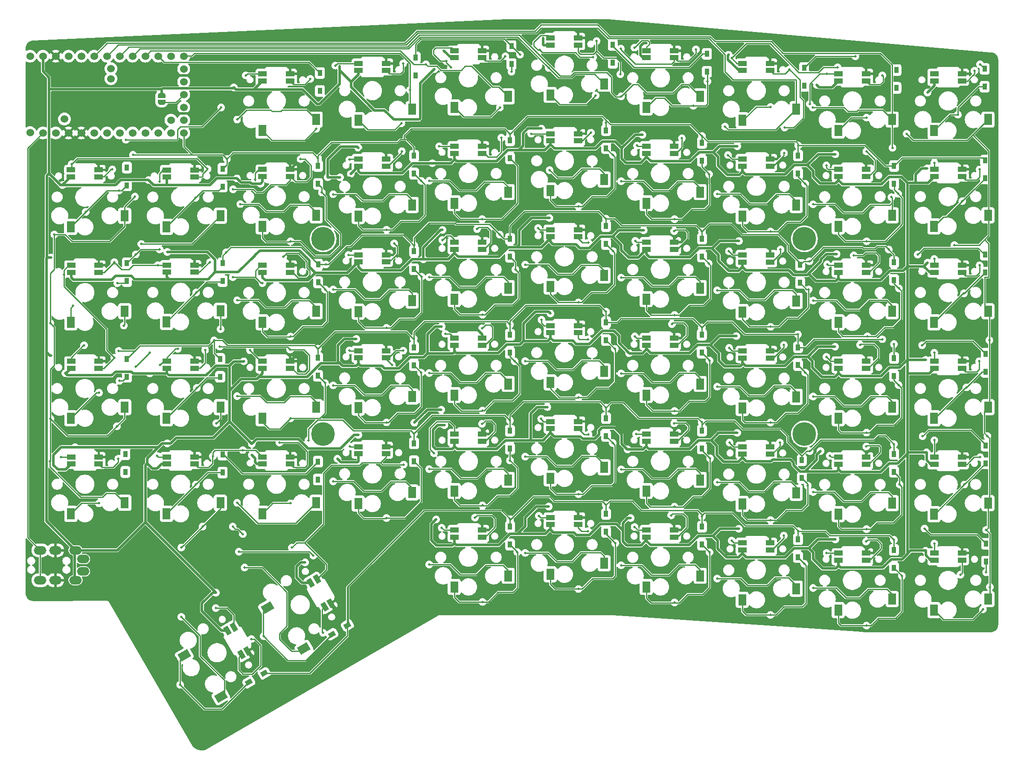
<source format=gtl>
G04 #@! TF.GenerationSoftware,KiCad,Pcbnew,8.0.6*
G04 #@! TF.CreationDate,2025-03-10T13:44:06+01:00*
G04 #@! TF.ProjectId,NomadKeyboard,4e6f6d61-644b-4657-9962-6f6172642e6b,rev?*
G04 #@! TF.SameCoordinates,Original*
G04 #@! TF.FileFunction,Copper,L1,Top*
G04 #@! TF.FilePolarity,Positive*
%FSLAX46Y46*%
G04 Gerber Fmt 4.6, Leading zero omitted, Abs format (unit mm)*
G04 Created by KiCad (PCBNEW 8.0.6) date 2025-03-10 13:44:06*
%MOMM*%
%LPD*%
G01*
G04 APERTURE LIST*
G04 Aperture macros list*
%AMRotRect*
0 Rectangle, with rotation*
0 The origin of the aperture is its center*
0 $1 length*
0 $2 width*
0 $3 Rotation angle, in degrees counterclockwise*
0 Add horizontal line*
21,1,$1,$2,0,0,$3*%
%AMFreePoly0*
4,1,19,0.500000,-0.750000,0.000000,-0.750000,0.000000,-0.744911,-0.071157,-0.744911,-0.207708,-0.704816,-0.327430,-0.627875,-0.420627,-0.520320,-0.479746,-0.390866,-0.500000,-0.250000,-0.500000,0.250000,-0.479746,0.390866,-0.420627,0.520320,-0.327430,0.627875,-0.207708,0.704816,-0.071157,0.744911,0.000000,0.744911,0.000000,0.750000,0.500000,0.750000,0.500000,-0.750000,0.500000,-0.750000,
$1*%
%AMFreePoly1*
4,1,19,0.000000,0.744911,0.071157,0.744911,0.207708,0.704816,0.327430,0.627875,0.420627,0.520320,0.479746,0.390866,0.500000,0.250000,0.500000,-0.250000,0.479746,-0.390866,0.420627,-0.520320,0.327430,-0.627875,0.207708,-0.704816,0.071157,-0.744911,0.000000,-0.744911,0.000000,-0.750000,-0.500000,-0.750000,-0.500000,0.750000,0.000000,0.750000,0.000000,0.744911,0.000000,0.744911,
$1*%
G04 Aperture macros list end*
G04 #@! TA.AperFunction,ComponentPad*
%ADD10C,1.524000*%
G04 #@! TD*
G04 #@! TA.AperFunction,ComponentPad*
%ADD11O,2.500000X1.700000*%
G04 #@! TD*
G04 #@! TA.AperFunction,SMDPad,CuDef*
%ADD12R,0.950000X1.300000*%
G04 #@! TD*
G04 #@! TA.AperFunction,SMDPad,CuDef*
%ADD13RotRect,1.300000X0.950000X210.000000*%
G04 #@! TD*
G04 #@! TA.AperFunction,SMDPad,CuDef*
%ADD14R,1.700000X1.000000*%
G04 #@! TD*
G04 #@! TA.AperFunction,SMDPad,CuDef*
%ADD15R,1.600000X2.200000*%
G04 #@! TD*
G04 #@! TA.AperFunction,SMDPad,CuDef*
%ADD16RotRect,1.700000X1.000000X120.000000*%
G04 #@! TD*
G04 #@! TA.AperFunction,SMDPad,CuDef*
%ADD17RotRect,1.600000X2.200000X120.000000*%
G04 #@! TD*
G04 #@! TA.AperFunction,ComponentPad*
%ADD18C,4.700000*%
G04 #@! TD*
G04 #@! TA.AperFunction,SMDPad,CuDef*
%ADD19FreePoly0,90.000000*%
G04 #@! TD*
G04 #@! TA.AperFunction,SMDPad,CuDef*
%ADD20FreePoly1,90.000000*%
G04 #@! TD*
G04 #@! TA.AperFunction,ViaPad*
%ADD21C,0.500000*%
G04 #@! TD*
G04 #@! TA.AperFunction,Conductor*
%ADD22C,0.250000*%
G04 #@! TD*
G04 #@! TA.AperFunction,Conductor*
%ADD23C,0.500000*%
G04 #@! TD*
G04 APERTURE END LIST*
D10*
X55164120Y-39442640D03*
X57704120Y-39442640D03*
X65324120Y-39442640D03*
X67864120Y-39442640D03*
X62784120Y-24202640D03*
X70404120Y-39442640D03*
X72944120Y-39442640D03*
X55164120Y-24202640D03*
X75484120Y-39442640D03*
X78024120Y-39442640D03*
X80564120Y-39442640D03*
X83104120Y-39442640D03*
X52624120Y-39392640D03*
X52624120Y-24202640D03*
X83104120Y-36902640D03*
X83104120Y-34362640D03*
X83104120Y-31822640D03*
X83104120Y-29282640D03*
X83104120Y-26742640D03*
X68664120Y-28682640D03*
X78024120Y-24202640D03*
X83104120Y-24202640D03*
X75484120Y-24202640D03*
X80564120Y-24202640D03*
X68664120Y-26692640D03*
X80564120Y-36902640D03*
X72944120Y-24202640D03*
X70404120Y-24202640D03*
X67864120Y-24202640D03*
X65324120Y-24202640D03*
X59434120Y-36692640D03*
X60244120Y-39442640D03*
X62784120Y-39442640D03*
X57704120Y-24202640D03*
X60244120Y-24202640D03*
D11*
X61639120Y-128277640D03*
X61639120Y-122327640D03*
X57639120Y-128277640D03*
X57639120Y-122327640D03*
X54639120Y-128277640D03*
X54639120Y-122327640D03*
X63139120Y-126527640D03*
X63139120Y-124077640D03*
D12*
X109759120Y-46007640D03*
X109759120Y-49557640D03*
X128809120Y-43967640D03*
X128809120Y-47517640D03*
X147859100Y-40930100D03*
X147859100Y-44480100D03*
X166919120Y-38927640D03*
X166919120Y-42477640D03*
X185949120Y-41417640D03*
X185949120Y-44967640D03*
X205009120Y-43947640D03*
X205009120Y-47497640D03*
X109738200Y-84130300D03*
X109738200Y-87680300D03*
D13*
X99091315Y-146770140D03*
X96016925Y-148545140D03*
X115581315Y-137230140D03*
X112506925Y-139005140D03*
D12*
X147859100Y-117630100D03*
X147859100Y-121180100D03*
D14*
X98739100Y-48103600D03*
X98739100Y-46703600D03*
X104239100Y-46703600D03*
X104239100Y-48103600D03*
D15*
X98689100Y-58002600D03*
X109389100Y-55802600D03*
D14*
X155900000Y-41001000D03*
X155900000Y-39601000D03*
X161400000Y-39601000D03*
X161400000Y-41001000D03*
D15*
X155850000Y-50900000D03*
X166550000Y-48700000D03*
D14*
X98739100Y-86203600D03*
X98739100Y-84803600D03*
X104239100Y-84803600D03*
X104239100Y-86203600D03*
D15*
X98689100Y-96102600D03*
X109389100Y-93902600D03*
D14*
X117789100Y-65053600D03*
X117789100Y-63653600D03*
X123289100Y-63653600D03*
X123289100Y-65053600D03*
D15*
X117739100Y-74952600D03*
X128439100Y-72752600D03*
D16*
X108311936Y-128766530D03*
X109524371Y-128066530D03*
X112274371Y-132829670D03*
X111061936Y-133529670D03*
D17*
X99714150Y-133672729D03*
X106969406Y-141839201D03*
D14*
X155900000Y-98151000D03*
X155900000Y-96751000D03*
X161400000Y-96751000D03*
X161400000Y-98151000D03*
D15*
X155850000Y-108050000D03*
X166550000Y-105850000D03*
D14*
X194000000Y-103203600D03*
X194000000Y-101803600D03*
X199500000Y-101803600D03*
X199500000Y-103203600D03*
D15*
X193950000Y-113102600D03*
X204650000Y-110902600D03*
D14*
X155899100Y-117203600D03*
X155899100Y-115803600D03*
X161399100Y-115803600D03*
X161399100Y-117203600D03*
D15*
X155849100Y-127102600D03*
X166549100Y-124902600D03*
D14*
X193999100Y-65103600D03*
X193999100Y-63703600D03*
X199499100Y-63703600D03*
X199499100Y-65103600D03*
D15*
X193949100Y-75002600D03*
X204649100Y-72802600D03*
D14*
X213049100Y-86203600D03*
X213049100Y-84803600D03*
X218549100Y-84803600D03*
X218549100Y-86203600D03*
D15*
X212999100Y-96102600D03*
X223699100Y-93902600D03*
D14*
X213049100Y-105253600D03*
X213049100Y-103853600D03*
X218549100Y-103853600D03*
X218549100Y-105253600D03*
D15*
X212999100Y-115152600D03*
X223699100Y-112952600D03*
D18*
X206275000Y-60475000D03*
D12*
X109779120Y-65557640D03*
X109779120Y-69107640D03*
X128809120Y-62957640D03*
X128809120Y-66507640D03*
X147869100Y-60487600D03*
X147869100Y-64037600D03*
X166909100Y-57967600D03*
X166909100Y-61517600D03*
X185969100Y-60460100D03*
X185969100Y-64010100D03*
X205409120Y-65667640D03*
X205409120Y-69217640D03*
D14*
X174949100Y-43503600D03*
X174949100Y-42103600D03*
X180449100Y-42103600D03*
X180449100Y-43503600D03*
D15*
X174899100Y-53402600D03*
X185599100Y-51202600D03*
D14*
X155899100Y-60053600D03*
X155899100Y-58653600D03*
X161399100Y-58653600D03*
X161399100Y-60053600D03*
D15*
X155849100Y-69952600D03*
X166549100Y-67752600D03*
D14*
X136849100Y-62553600D03*
X136849100Y-61153600D03*
X142349100Y-61153600D03*
X142349100Y-62553600D03*
D15*
X136799100Y-72452600D03*
X147499100Y-70252600D03*
D14*
X174949100Y-81602600D03*
X174949100Y-80202600D03*
X180449100Y-80202600D03*
X180449100Y-81602600D03*
D15*
X174899100Y-91501600D03*
X185599100Y-89301600D03*
D14*
X193999100Y-46052600D03*
X193999100Y-44652600D03*
X199499100Y-44652600D03*
X199499100Y-46052600D03*
D15*
X193949100Y-55951600D03*
X204649100Y-53751600D03*
D14*
X98739100Y-67149400D03*
X98739100Y-65749400D03*
X104239100Y-65749400D03*
X104239100Y-67149400D03*
D15*
X98689100Y-77048400D03*
X109389100Y-74848400D03*
D14*
X213049100Y-124302600D03*
X213049100Y-122902600D03*
X218549100Y-122902600D03*
X218549100Y-124302600D03*
D15*
X212999100Y-134201600D03*
X223699100Y-132001600D03*
D14*
X174949100Y-62552600D03*
X174949100Y-61152600D03*
X180449100Y-61152600D03*
X180449100Y-62552600D03*
D15*
X174899100Y-72451600D03*
X185599100Y-70251600D03*
D14*
X174950000Y-100651000D03*
X174950000Y-99251000D03*
X180450000Y-99251000D03*
X180450000Y-100651000D03*
D15*
X174900000Y-110550000D03*
X185600000Y-108350000D03*
D14*
X193999100Y-122253600D03*
X193999100Y-120853600D03*
X199499100Y-120853600D03*
X199499100Y-122253600D03*
D15*
X193949100Y-132152600D03*
X204649100Y-129952600D03*
D14*
X155899100Y-79103600D03*
X155899100Y-77703600D03*
X161399100Y-77703600D03*
X161399100Y-79103600D03*
D15*
X155849100Y-89002600D03*
X166549100Y-86802600D03*
D14*
X136850000Y-43501000D03*
X136850000Y-42101000D03*
X142350000Y-42101000D03*
X142350000Y-43501000D03*
D15*
X136800000Y-53400000D03*
X147500000Y-51200000D03*
D12*
X166909100Y-115117600D03*
X166909100Y-118667600D03*
D14*
X117789100Y-84103600D03*
X117789100Y-82703600D03*
X123289100Y-82703600D03*
X123289100Y-84103600D03*
D15*
X117739100Y-94002600D03*
X128439100Y-91802600D03*
D18*
X206275000Y-99225000D03*
D12*
X147849100Y-79530100D03*
X147849100Y-83080100D03*
X166919100Y-77037600D03*
X166919100Y-80587600D03*
X185929100Y-79537600D03*
X185929100Y-83087600D03*
X205009100Y-82017600D03*
X205009100Y-85567600D03*
X185959100Y-117630100D03*
X185959100Y-121180100D03*
X204999100Y-120127600D03*
X204999100Y-123677600D03*
X205769120Y-104447640D03*
X205769120Y-107997640D03*
X128789100Y-101087600D03*
X128789100Y-104637600D03*
X147849100Y-98580100D03*
X147849100Y-102130100D03*
X166909100Y-96080100D03*
X166909100Y-99630100D03*
X185949120Y-98562640D03*
X185949120Y-102112640D03*
X128799100Y-82027600D03*
X128799100Y-85577600D03*
X224049100Y-122246600D03*
X224049100Y-125796600D03*
D14*
X117789100Y-103152600D03*
X117789100Y-101752600D03*
X123289100Y-101752600D03*
X123289100Y-103152600D03*
D15*
X117739100Y-113051600D03*
X128439100Y-110851600D03*
D18*
X110775000Y-60475000D03*
X110775000Y-99225000D03*
D14*
X232049100Y-124302600D03*
X232049100Y-122902600D03*
X237549100Y-122902600D03*
X237549100Y-124302600D03*
D15*
X231999100Y-134201600D03*
X242699100Y-132001600D03*
D12*
X242339120Y-121027640D03*
X242339120Y-124577640D03*
D14*
X79739120Y-86203640D03*
X79739120Y-84803640D03*
X85239120Y-84803640D03*
X85239120Y-86203640D03*
D15*
X79689120Y-96102640D03*
X90389120Y-93902640D03*
D14*
X213049100Y-67152600D03*
X213049100Y-65752600D03*
X218549100Y-65752600D03*
X218549100Y-67152600D03*
D15*
X212999100Y-77051600D03*
X223699100Y-74851600D03*
D12*
X224539120Y-26952640D03*
X224539120Y-30502640D03*
D14*
X79739120Y-67103640D03*
X79739120Y-65703640D03*
X85239120Y-65703640D03*
X85239120Y-67103640D03*
D15*
X79689120Y-77002640D03*
X90389120Y-74802640D03*
D12*
X242239120Y-101527640D03*
X242239120Y-105077640D03*
D14*
X98739100Y-105203600D03*
X98739100Y-103803600D03*
X104239100Y-103803600D03*
X104239100Y-105203600D03*
D15*
X98689100Y-115102600D03*
X109389100Y-112902600D03*
D12*
X110139120Y-27552640D03*
X110139120Y-31102640D03*
X71539120Y-103227640D03*
X71539120Y-106777640D03*
X186939120Y-23752640D03*
X186939120Y-27302640D03*
D14*
X155900000Y-22001000D03*
X155900000Y-20601000D03*
X161400000Y-20601000D03*
X161400000Y-22001000D03*
D15*
X155850000Y-31900000D03*
X166550000Y-29700000D03*
D14*
X232049100Y-67152600D03*
X232049100Y-65752600D03*
X237549100Y-65752600D03*
X237549100Y-67152600D03*
D15*
X231999100Y-77051600D03*
X242699100Y-74851600D03*
D14*
X193999100Y-84153600D03*
X193999100Y-82753600D03*
X199499100Y-82753600D03*
X199499100Y-84153600D03*
D15*
X193949100Y-94052600D03*
X204649100Y-91852600D03*
D12*
X224059100Y-84156600D03*
X224059100Y-87706600D03*
X71839120Y-84327640D03*
X71839120Y-87877640D03*
D14*
X60749120Y-105203640D03*
X60749120Y-103803640D03*
X66249120Y-103803640D03*
X66249120Y-105203640D03*
D15*
X60699120Y-115102640D03*
X71399120Y-112902640D03*
D14*
X232049100Y-105253600D03*
X232049100Y-103853600D03*
X237549100Y-103853600D03*
X237549100Y-105253600D03*
D15*
X231999100Y-115152600D03*
X242699100Y-112952600D03*
D12*
X206239120Y-26527640D03*
X206239120Y-30077640D03*
D14*
X136850000Y-24501000D03*
X136850000Y-23101000D03*
X142350000Y-23101000D03*
X142350000Y-24501000D03*
D15*
X136800000Y-34400000D03*
X147500000Y-32200000D03*
D14*
X117799100Y-27053600D03*
X117799100Y-25653600D03*
X123299100Y-25653600D03*
X123299100Y-27053600D03*
D15*
X117749100Y-36952600D03*
X128449100Y-34752600D03*
D14*
X136839100Y-81603600D03*
X136839100Y-80203600D03*
X142339100Y-80203600D03*
X142339100Y-81603600D03*
D15*
X136789100Y-91502600D03*
X147489100Y-89302600D03*
D12*
X90339120Y-84327640D03*
X90339120Y-87877640D03*
X242039120Y-26727640D03*
X242039120Y-30277640D03*
D14*
X174949100Y-24503600D03*
X174949100Y-23103600D03*
X180449100Y-23103600D03*
X180449100Y-24503600D03*
D15*
X174899100Y-34402600D03*
X185599100Y-32202600D03*
D12*
X168239120Y-21952640D03*
X168239120Y-25502640D03*
D14*
X60739120Y-48192100D03*
X60739120Y-46792100D03*
X66239120Y-46792100D03*
X66239120Y-48192100D03*
D15*
X60689120Y-58091100D03*
X71389120Y-55891100D03*
D12*
X71839120Y-65327640D03*
X71839120Y-68877640D03*
D14*
X213049100Y-48103600D03*
X213049100Y-46703600D03*
X218549100Y-46703600D03*
X218549100Y-48103600D03*
D15*
X212999100Y-58002600D03*
X223699100Y-55802600D03*
D12*
X242139120Y-63627640D03*
X242139120Y-67177640D03*
X109739120Y-104727640D03*
X109739120Y-108277640D03*
D19*
X78739120Y-33352640D03*
D20*
X78739120Y-32052640D03*
D12*
X129139120Y-24452640D03*
X129139120Y-28002640D03*
D14*
X232049100Y-48103600D03*
X232049100Y-46703600D03*
X237549100Y-46703600D03*
X237549100Y-48103600D03*
D15*
X231999100Y-58002600D03*
X242699100Y-55802600D03*
D12*
X224059100Y-103196600D03*
X224059100Y-106746600D03*
D14*
X79739120Y-105203640D03*
X79739120Y-103803640D03*
X85239120Y-103803640D03*
X85239120Y-105203640D03*
D15*
X79689120Y-115102640D03*
X90389120Y-112902640D03*
D14*
X136849100Y-100653600D03*
X136849100Y-99253600D03*
X142349100Y-99253600D03*
X142349100Y-100653600D03*
D15*
X136799100Y-110552600D03*
X147499100Y-108352600D03*
D14*
X60749120Y-86203640D03*
X60749120Y-84803640D03*
X66249120Y-84803640D03*
X66249120Y-86203640D03*
D15*
X60699120Y-96102640D03*
X71399120Y-93902640D03*
D12*
X71839120Y-46327640D03*
X71839120Y-49877640D03*
X90839120Y-103327640D03*
X90839120Y-106877640D03*
D14*
X213049100Y-29103600D03*
X213049100Y-27703600D03*
X218549100Y-27703600D03*
X218549100Y-29103600D03*
D15*
X212999100Y-39002600D03*
X223699100Y-36802600D03*
D14*
X193999100Y-27052600D03*
X193999100Y-25652600D03*
X199499100Y-25652600D03*
X199499100Y-27052600D03*
D15*
X193949100Y-36951600D03*
X204649100Y-34751600D03*
D12*
X90839120Y-65327640D03*
X90839120Y-68877640D03*
X224069120Y-46017640D03*
X224069120Y-49567640D03*
X90839120Y-46552640D03*
X90839120Y-50102640D03*
X148139120Y-22227640D03*
X148139120Y-25777640D03*
D14*
X60749120Y-67149440D03*
X60749120Y-65749440D03*
X66249120Y-65749440D03*
X66249120Y-67149440D03*
D15*
X60699120Y-77048440D03*
X71399120Y-74848440D03*
D14*
X79739120Y-48203640D03*
X79739120Y-46803640D03*
X85239120Y-46803640D03*
X85239120Y-48203640D03*
D15*
X79689120Y-58102640D03*
X90389120Y-55902640D03*
D14*
X98739100Y-29103600D03*
X98739100Y-27703600D03*
X104239100Y-27703600D03*
X104239100Y-29103600D03*
D15*
X98689100Y-39002600D03*
X109389100Y-36802600D03*
D12*
X242139120Y-44927640D03*
X242139120Y-48477640D03*
D14*
X232049100Y-29103600D03*
X232049100Y-27703600D03*
X237549100Y-27703600D03*
X237549100Y-29103600D03*
D15*
X231999100Y-39002600D03*
X242699100Y-36802600D03*
D14*
X232049100Y-86203600D03*
X232049100Y-84803600D03*
X237549100Y-84803600D03*
X237549100Y-86203600D03*
D15*
X231999100Y-96102600D03*
X242699100Y-93902600D03*
D16*
X91811936Y-138293430D03*
X93024371Y-137593430D03*
X95774371Y-142356570D03*
X94561936Y-143056570D03*
D17*
X83214150Y-143199629D03*
X90469406Y-151366101D03*
D12*
X224059100Y-65096600D03*
X224059100Y-68646600D03*
D14*
X136849100Y-119702600D03*
X136849100Y-118302600D03*
X142349100Y-118302600D03*
X142349100Y-119702600D03*
D15*
X136799100Y-129601600D03*
X147499100Y-127401600D03*
D12*
X242239120Y-83327640D03*
X242239120Y-86877640D03*
D14*
X174949100Y-119703600D03*
X174949100Y-118303600D03*
X180449100Y-118303600D03*
X180449100Y-119703600D03*
D15*
X174899100Y-129602600D03*
X185599100Y-127402600D03*
D14*
X117799100Y-46053600D03*
X117799100Y-44653600D03*
X123299100Y-44653600D03*
X123299100Y-46053600D03*
D15*
X117749100Y-55952600D03*
X128449100Y-53752600D03*
D21*
X200139120Y-30602640D03*
X167139120Y-33802640D03*
X92139120Y-26002640D03*
X84239120Y-35602640D03*
X82039120Y-35602640D03*
X84539120Y-28002640D03*
X81639120Y-28002640D03*
X241539120Y-34502640D03*
X124039120Y-19502640D03*
X112239120Y-28502640D03*
X119639120Y-119802640D03*
X57939120Y-100802640D03*
X54539120Y-85402640D03*
X54839120Y-61702640D03*
X54439120Y-109602640D03*
X52939120Y-47402640D03*
X55239120Y-46402640D03*
X166339120Y-21802640D03*
X65239120Y-36302640D03*
X62339120Y-36202640D03*
X79339120Y-42402640D03*
X95839120Y-45002640D03*
X96039120Y-41102640D03*
X90239120Y-40602640D03*
X93839120Y-34002640D03*
X124039120Y-30202640D03*
X57639120Y-43402640D03*
X55239120Y-44102640D03*
X52939120Y-44402640D03*
X78739120Y-33352640D03*
X71639120Y-40802638D03*
X104289100Y-60942640D03*
X110529120Y-51282640D03*
X130249120Y-48972640D03*
X123349100Y-58652640D03*
X142329120Y-56572640D03*
X147859089Y-44480089D03*
X161439120Y-54032640D03*
X168259120Y-43812640D03*
X187359120Y-47642640D03*
X180499120Y-56572640D03*
X206419120Y-49542640D03*
X199539120Y-59012640D03*
X224859120Y-51512640D03*
X218649120Y-60942640D03*
X104289100Y-79882640D03*
X111179120Y-70532640D03*
X123349120Y-78162640D03*
X130269120Y-68002640D03*
X142409120Y-75527610D03*
X148909120Y-66562640D03*
X161439120Y-73112640D03*
X168279120Y-62922640D03*
X187259120Y-65372640D03*
X180499100Y-75582640D03*
X199589120Y-77952640D03*
X207129120Y-70512640D03*
X225009120Y-70312640D03*
X218799120Y-79862640D03*
X111139120Y-89122640D03*
X104289100Y-96102620D03*
X130179120Y-87052640D03*
X123339100Y-96922640D03*
X142389100Y-94562640D03*
X148779120Y-84802640D03*
X161449100Y-91962620D03*
X168669120Y-82342640D03*
X180499100Y-94642640D03*
X187459120Y-84642640D03*
X199549100Y-96962640D03*
X206449120Y-87032640D03*
X218599100Y-98952640D03*
X224969120Y-89522640D03*
X82404120Y-149027640D03*
X96016925Y-148545092D03*
X128789100Y-104637564D03*
X123339100Y-115922640D03*
X147859120Y-104472640D03*
X142399100Y-113412640D03*
X168249120Y-101022640D03*
X161450000Y-111212640D03*
X187569120Y-104082640D03*
X180500000Y-113672640D03*
X199559120Y-116342640D03*
X206949120Y-109472640D03*
X59044620Y-49808140D03*
X93649120Y-48482640D03*
X192979120Y-42082640D03*
X230539120Y-102902640D03*
X230739120Y-65202640D03*
X59614370Y-87172890D03*
X212429120Y-120182640D03*
X130669120Y-64532640D03*
X79839120Y-101102640D03*
X95039120Y-84803600D03*
X113609120Y-104162640D03*
X89494120Y-130747640D03*
X230699195Y-31442565D03*
X171809120Y-115932640D03*
X56839120Y-64202640D03*
X79839120Y-63102640D03*
X212659120Y-63482640D03*
X133209120Y-116212640D03*
X114039124Y-26202640D03*
X97279120Y-63742640D03*
X134229120Y-94422640D03*
X114139120Y-48242640D03*
X191244349Y-23931640D03*
X155559120Y-113642640D03*
X107214120Y-124737640D03*
X128869120Y-97002640D03*
X61539120Y-101852640D03*
X114959120Y-101402640D03*
X193269120Y-118072640D03*
X134489120Y-58712640D03*
X209459120Y-102632640D03*
X155669120Y-56342640D03*
X192779120Y-79802640D03*
X230639120Y-46502640D03*
X134839120Y-97492640D03*
X208739120Y-29902640D03*
X192939120Y-99012640D03*
X212409120Y-43682640D03*
X174129120Y-39832640D03*
X155249120Y-93882640D03*
X212379120Y-81912640D03*
X174949100Y-21602638D03*
X154099120Y-38582640D03*
X96639120Y-101202640D03*
X117359120Y-80362640D03*
X174379120Y-58812640D03*
X132453120Y-45452640D03*
X230339120Y-122402640D03*
X96639120Y-103402640D03*
X76139120Y-48802644D03*
X98349120Y-49532640D03*
X132868120Y-26763759D03*
X154439120Y-20601000D03*
X171179120Y-102292640D03*
X56839120Y-83702640D03*
X111649120Y-48242640D03*
X230339120Y-84502640D03*
X93039120Y-30402652D03*
X76339120Y-87203640D03*
X70339120Y-67850640D03*
X117799100Y-42422620D03*
X117789120Y-99452640D03*
X171479120Y-83182640D03*
X193289120Y-60922640D03*
X134739120Y-23101000D03*
X134319120Y-77902640D03*
X116279120Y-47573580D03*
X155899120Y-75322640D03*
X166939120Y-121612640D03*
X94239120Y-78732640D03*
X226939120Y-46502640D03*
X130839120Y-75902640D03*
X219739120Y-31202640D03*
X225339120Y-33302640D03*
X185909120Y-85732640D03*
X74839120Y-97802640D03*
X199499120Y-41852640D03*
X151939120Y-41842640D03*
X76939120Y-59802640D03*
X220119120Y-64042640D03*
X185949120Y-75042640D03*
X66539120Y-88702640D03*
X210469120Y-117072640D03*
X239739120Y-42702640D03*
X81639120Y-42702640D03*
X199499120Y-61482640D03*
X114439120Y-77202640D03*
X206639120Y-78202640D03*
X133939120Y-39502640D03*
X161419120Y-64452640D03*
X244039120Y-97402640D03*
X220549120Y-102272640D03*
X133189120Y-79192640D03*
X227639120Y-26602640D03*
X131139120Y-23102640D03*
X123349120Y-68512640D03*
X62839120Y-32502640D03*
X67539120Y-121402640D03*
X208439120Y-136902640D03*
X185839120Y-22102640D03*
X203049120Y-105202640D03*
X223739120Y-71702640D03*
X111061936Y-136147640D03*
X122519120Y-42752640D03*
X104789120Y-70152640D03*
X143239120Y-26402640D03*
X244239120Y-70302640D03*
X219599120Y-82132640D03*
X199499120Y-80492640D03*
X90939120Y-60202640D03*
X57539120Y-125202640D03*
X212939120Y-31502640D03*
X177879120Y-115992640D03*
X161839120Y-25602640D03*
X199619120Y-68792640D03*
X206039120Y-40002640D03*
X218939120Y-89042640D03*
X76439120Y-78902640D03*
X79239120Y-108002640D03*
X56939120Y-115002640D03*
X231639120Y-109102640D03*
X95639120Y-60302640D03*
X227839120Y-124502640D03*
X152149120Y-53542640D03*
X185969120Y-105032640D03*
X239939120Y-101902640D03*
X204879120Y-50982640D03*
X239739120Y-83302640D03*
X70039120Y-45702640D03*
X79339120Y-90702640D03*
X211939120Y-89202640D03*
X141139120Y-31602640D03*
X115339120Y-39002640D03*
X209539120Y-78402640D03*
X146189120Y-61422640D03*
X218899120Y-108182640D03*
X123289120Y-87452640D03*
X123299120Y-48582640D03*
X123939120Y-130902640D03*
X219679120Y-121142640D03*
X66439120Y-118502640D03*
X68394856Y-102606640D03*
X166339120Y-25902640D03*
X142819120Y-103512640D03*
X161399120Y-43492640D03*
X104639120Y-108502640D03*
X111639120Y-95821000D03*
X92539120Y-103602640D03*
X242539120Y-97202640D03*
X201539120Y-24902640D03*
X205009120Y-88402640D03*
X231139120Y-101702640D03*
X161389120Y-94212640D03*
X146939120Y-28902640D03*
X130739120Y-47102640D03*
X86339120Y-83402640D03*
X133629120Y-98882640D03*
X224049120Y-60482640D03*
X199529120Y-105952640D03*
X74339120Y-101102640D03*
X116879120Y-58662640D03*
X199489120Y-118532640D03*
X161529120Y-120692640D03*
X181849120Y-77992640D03*
X228739120Y-80402640D03*
X161399120Y-75312640D03*
X226039120Y-42802640D03*
X240639120Y-78602640D03*
X182939120Y-22802640D03*
X143839120Y-21602640D03*
X56239120Y-119502640D03*
X155559120Y-101112640D03*
X71039120Y-98602640D03*
X66839120Y-107702640D03*
X226139120Y-23402640D03*
X180849120Y-84702640D03*
X85339120Y-45102640D03*
X107839120Y-46692640D03*
X92339120Y-109102640D03*
X163889120Y-38422640D03*
X147639120Y-75002640D03*
X240139120Y-116602640D03*
X91939120Y-99402640D03*
X229439120Y-119002640D03*
X171339120Y-74402640D03*
X150239120Y-26202640D03*
X237339120Y-99131640D03*
X152539120Y-72002640D03*
X172439120Y-35502640D03*
X168039120Y-72802640D03*
X122519120Y-61222640D03*
X54139120Y-32802640D03*
X143529120Y-116022640D03*
X123299120Y-80522640D03*
X142629120Y-84582640D03*
X105139120Y-101802640D03*
X191039120Y-39802640D03*
X219339120Y-25602640D03*
X128719120Y-88322640D03*
X170039120Y-29802640D03*
X191139120Y-21902640D03*
X106909120Y-84032640D03*
X166789120Y-83462640D03*
X199499120Y-86802640D03*
X161389120Y-84072640D03*
X130939120Y-37502640D03*
X187739120Y-94902640D03*
X171039120Y-22502640D03*
X190139120Y-95002640D03*
X180909120Y-65852640D03*
X240839120Y-97702640D03*
X221639120Y-58902640D03*
X199499120Y-125102640D03*
X142779120Y-65202640D03*
X73839120Y-105302640D03*
X109839120Y-41202640D03*
X74439120Y-102802640D03*
X103244120Y-121187640D03*
X134509120Y-74632640D03*
X148039120Y-35602640D03*
X204939120Y-24902640D03*
X125829120Y-104482640D03*
X60639120Y-53302640D03*
X166639120Y-64632640D03*
X128339120Y-39302640D03*
X71939120Y-60802640D03*
X139319120Y-78002640D03*
X130539120Y-41302640D03*
X237939120Y-63502640D03*
X58339120Y-117102640D03*
X117409120Y-49622640D03*
X66439120Y-80002640D03*
X241139120Y-69602640D03*
X53239120Y-119402640D03*
X228439120Y-98502640D03*
X228939120Y-62102640D03*
X142769120Y-46442640D03*
X219049120Y-51102640D03*
X103214120Y-124397640D03*
X237939120Y-69302640D03*
X160879120Y-113952640D03*
X205129120Y-113462640D03*
X142689120Y-122622640D03*
X143729120Y-97542640D03*
X243339120Y-40602640D03*
X96439120Y-99302640D03*
X66239120Y-28002640D03*
X106349120Y-65342640D03*
X161389120Y-56542640D03*
X219109120Y-126932640D03*
X80039120Y-53602640D03*
X216769120Y-43622640D03*
X66639120Y-70002640D03*
X227139120Y-128602640D03*
X67739120Y-42502640D03*
X142814120Y-59047640D03*
X108839120Y-79802640D03*
X242739120Y-70302640D03*
X150221000Y-44602640D03*
X94539120Y-86602640D03*
X239239120Y-125802640D03*
X79539120Y-70202640D03*
X60239120Y-41902640D03*
X58308772Y-81132988D03*
X72639120Y-79702640D03*
X182229120Y-59632640D03*
X180739120Y-21556640D03*
X155839120Y-82802640D03*
X219019120Y-70142640D03*
X231839120Y-90802640D03*
X182279120Y-97822640D03*
X94439120Y-104702640D03*
X166819120Y-45432640D03*
X134139120Y-92702640D03*
X168585120Y-38431640D03*
X88439120Y-84102640D03*
X180339120Y-32802640D03*
X185619120Y-48012640D03*
X106539120Y-98702640D03*
X208639120Y-32002640D03*
X134439120Y-36402640D03*
X76239120Y-64002640D03*
X221639120Y-42702640D03*
X126839120Y-75302640D03*
X179359120Y-39862640D03*
X53239120Y-117802640D03*
X197239120Y-22502640D03*
X186239120Y-36602640D03*
X94564120Y-145827640D03*
X180719120Y-122722640D03*
X115439120Y-95802640D03*
X128629120Y-69272640D03*
X239239120Y-45302640D03*
X144739120Y-41702640D03*
X224049120Y-79322640D03*
X147929120Y-113062640D03*
X199489120Y-99832640D03*
X120739120Y-97702640D03*
X184539120Y-26102640D03*
X67939120Y-45402640D03*
X108239120Y-28702640D03*
X225169120Y-109272640D03*
X218599100Y-118122640D03*
X98944120Y-139387640D03*
X112506925Y-139005116D03*
X142399120Y-132582640D03*
X149299120Y-122662640D03*
X97269120Y-48692640D03*
X102839120Y-64012620D03*
X115999120Y-44762640D03*
X126639120Y-25653600D03*
X73039120Y-43802640D03*
X128809120Y-43967622D03*
X166919120Y-37472640D03*
X109769120Y-44482640D03*
X224069120Y-46017624D03*
X71839133Y-46327627D03*
X185959120Y-40042640D03*
X91659120Y-44622640D03*
X147869120Y-39602640D03*
X205029120Y-41952640D03*
X242126620Y-44915140D03*
X70226620Y-82715140D03*
X109739120Y-82292640D03*
X204979120Y-79472640D03*
X185929120Y-78072640D03*
X147849100Y-77512640D03*
X89139120Y-80652640D03*
X242226620Y-83315140D03*
X221709120Y-80412640D03*
X166919120Y-74932640D03*
X229639120Y-81602640D03*
X128759120Y-80312640D03*
X224059120Y-81392640D03*
X133799120Y-42122640D03*
X141329120Y-58552640D03*
X152047480Y-39601000D03*
X169739118Y-27802640D03*
X165039120Y-21202640D03*
X180439120Y-58972640D03*
X173063630Y-41968130D03*
X168739120Y-120922640D03*
X161449100Y-130022620D03*
X210629120Y-45922640D03*
X216079120Y-63782640D03*
X81929120Y-82331640D03*
X90239120Y-81863640D03*
X104239120Y-82462640D03*
X78440120Y-85501640D03*
X115969120Y-82652640D03*
X124889120Y-61402640D03*
X134429120Y-60712640D03*
X142329120Y-78252640D03*
X163379120Y-61252640D03*
X154119120Y-76542640D03*
X201549120Y-62582640D03*
X191349120Y-82152640D03*
X187439120Y-122722640D03*
X180499100Y-132682640D03*
X96229120Y-82608640D03*
X102113630Y-100928130D03*
X142299120Y-97222640D03*
X135009120Y-79322640D03*
X172619120Y-79872640D03*
X180449120Y-97112640D03*
X199549120Y-135177640D03*
X206249120Y-125012640D03*
X218549120Y-101732640D03*
X210619120Y-83902640D03*
X218599100Y-137282640D03*
X225609120Y-127402640D03*
X163309120Y-118522640D03*
X134299120Y-117852640D03*
X172589120Y-117702640D03*
X202189120Y-119432640D03*
X89464120Y-133817640D03*
X110774120Y-138727640D03*
X104574120Y-121802640D03*
X126769120Y-105302640D03*
X163449120Y-99342640D03*
X153579120Y-115472640D03*
X191839120Y-120412640D03*
X201389120Y-100922640D03*
X131160120Y-25826000D03*
X131819120Y-68112640D03*
X131799120Y-48962640D03*
X131809120Y-125142640D03*
X131809120Y-87122640D03*
X131809120Y-106222640D03*
X185959120Y-58992640D03*
X111329120Y-65582640D03*
X166909120Y-56472640D03*
X228739120Y-63602640D03*
X78339120Y-62573640D03*
X91489120Y-63152640D03*
X73601620Y-63565140D03*
X223019120Y-62607640D03*
X242139120Y-63627640D03*
X145819120Y-59652640D03*
X207259120Y-64932640D03*
X128849120Y-61772640D03*
X185909120Y-96902640D03*
X229739120Y-99702642D03*
X107839120Y-100502640D03*
X207319120Y-102642640D03*
X109739120Y-104727640D03*
X147849100Y-96542620D03*
X224059120Y-101242640D03*
X242239120Y-101527640D03*
X128779120Y-99142640D03*
X90826620Y-103315140D03*
X71539120Y-103202640D03*
X166909120Y-94012640D03*
X112749120Y-89572640D03*
X112749120Y-108632640D03*
X128039120Y-30902640D03*
X112749120Y-70512640D03*
X112749100Y-51622640D03*
X115581315Y-137230114D03*
X94034120Y-122607640D03*
X99139120Y-146770140D03*
X242339120Y-121027640D03*
X166889120Y-113332640D03*
X230139120Y-118002640D03*
X205039120Y-118532640D03*
X224029120Y-120242640D03*
X147869120Y-116132640D03*
X185959120Y-115582640D03*
X108834349Y-123387411D03*
X169899120Y-68202640D03*
X169899120Y-106252640D03*
X169919120Y-49042640D03*
X169899100Y-32202618D03*
X169899120Y-125302640D03*
X169899120Y-87192640D03*
X155719120Y-46822640D03*
X150859120Y-103732640D03*
X150849120Y-65592640D03*
X155500269Y-26541491D03*
X150859120Y-84762640D03*
X150859120Y-122842640D03*
X207989120Y-53632640D03*
X223539120Y-52202640D03*
X207939120Y-34402640D03*
X207989120Y-110752640D03*
X223739120Y-42402640D03*
X207989120Y-129822640D03*
X208019120Y-72742640D03*
X207999120Y-91792640D03*
X95184120Y-125757640D03*
X94339120Y-53572640D03*
X93689123Y-36802577D03*
X93699120Y-72692640D03*
X93689120Y-91722640D03*
X93689100Y-112902600D03*
X190539120Y-38202640D03*
X188949120Y-127942640D03*
X188949120Y-108822640D03*
X188949120Y-70682640D03*
X188959120Y-51582640D03*
X188949120Y-89822640D03*
X88339120Y-65102640D03*
X92839120Y-68102640D03*
X98749120Y-69302640D03*
X60839120Y-45646850D03*
X87839120Y-46602640D03*
X59339120Y-67602640D03*
X69339120Y-84102640D03*
X90389120Y-112902640D03*
X82624120Y-135537640D03*
X86839120Y-117602640D03*
X74689120Y-61502640D03*
X82639120Y-121802640D03*
X89539120Y-97102640D03*
X90439120Y-78402640D03*
X56639120Y-96202640D03*
X57439120Y-59602640D03*
X71239120Y-77702640D03*
X69839120Y-97702640D03*
X56620120Y-77202640D03*
X56593120Y-104702640D03*
X73439120Y-52102640D03*
X70239120Y-50912100D03*
X63658350Y-55121870D03*
X61139120Y-73802640D03*
X69939120Y-69302640D03*
X70339120Y-88702640D03*
X66299120Y-91042640D03*
X85464120Y-52327640D03*
X85564120Y-71127640D03*
X85714120Y-90077640D03*
X90839120Y-106877640D03*
X85514120Y-109277640D03*
X78339120Y-49102640D03*
X106299120Y-44643580D03*
X92905610Y-50642640D03*
X92839120Y-117602640D03*
X58739120Y-103802640D03*
X94839120Y-119102640D03*
X96534120Y-139937640D03*
X69339120Y-65102640D03*
X77939120Y-65703640D03*
X87339120Y-82602640D03*
X76339120Y-83102640D03*
X63339120Y-81602640D03*
X73589120Y-85852640D03*
X115790080Y-63653600D03*
X126379120Y-43072640D03*
X153439120Y-58322640D03*
X163899120Y-39362640D03*
X202229120Y-43462640D03*
X191299120Y-62952640D03*
X179989120Y-77422640D03*
X172719120Y-60862640D03*
X210809120Y-65562640D03*
X217319120Y-81542640D03*
X116089120Y-101722640D03*
X126679120Y-82692640D03*
X124419120Y-85502640D03*
X163359120Y-80422640D03*
X154029120Y-96232640D03*
X202209120Y-81572640D03*
X191429120Y-100952640D03*
X132789120Y-103082640D03*
X140919120Y-115842640D03*
X179809120Y-115412640D03*
X172869120Y-99222640D03*
X218519120Y-120612640D03*
X211329120Y-103552640D03*
X66299120Y-113002640D03*
X71539120Y-106777640D03*
X109739120Y-108277640D03*
X104289100Y-113002640D03*
X241126620Y-25815140D03*
X186939132Y-23752652D03*
X110139133Y-27552627D03*
X206239121Y-26527639D03*
X216389119Y-24252639D03*
X224539120Y-26952640D03*
X168239096Y-21952652D03*
X149832480Y-23921000D03*
X129139106Y-24452654D03*
X109389120Y-38652640D03*
X110139120Y-31102616D03*
X129139120Y-28002622D03*
X126289120Y-37552640D03*
X145839120Y-34400000D03*
X148139120Y-27302640D03*
X168239120Y-25502660D03*
X164839120Y-32002640D03*
X184239120Y-34081600D03*
X187024100Y-29202640D03*
X206239120Y-30077660D03*
X199549100Y-34292660D03*
X224539120Y-30502600D03*
X218599100Y-36402640D03*
X236739120Y-35802640D03*
X242039100Y-30277640D03*
X237599100Y-52993821D03*
X237939120Y-71302640D03*
X242126620Y-67190140D03*
X238414120Y-89977640D03*
X238015436Y-109278956D03*
X242339120Y-126702640D03*
X241689120Y-134052640D03*
X226539120Y-39602640D03*
X243066120Y-129602640D03*
X242966120Y-80602640D03*
X236039120Y-61702640D03*
X242350927Y-118272003D03*
X242604849Y-99647369D03*
X237239120Y-127202640D03*
X210689120Y-122852640D03*
X77839120Y-103602640D03*
X70139120Y-104129640D03*
X88887120Y-103650640D03*
X94839120Y-102425640D03*
X95418167Y-28023593D03*
X90539114Y-34402640D03*
X68940120Y-46703640D03*
X232039120Y-64477600D03*
X241039120Y-46703600D03*
X241039120Y-65752600D03*
X232049100Y-83102640D03*
X240939120Y-84803600D03*
X232039120Y-100473640D03*
X232039120Y-121002640D03*
X241139120Y-103853600D03*
X203295157Y-26846619D03*
X202339120Y-38402640D03*
X191119120Y-43832640D03*
X240039120Y-27102640D03*
X232039120Y-45402640D03*
X135239120Y-25202640D03*
X146139120Y-40402640D03*
X136139120Y-26402640D03*
X181969120Y-40512640D03*
X172539120Y-22502640D03*
X210739120Y-27703600D03*
X207339120Y-33702640D03*
X218569120Y-43122640D03*
X113165065Y-26076701D03*
X146939120Y-24202640D03*
X164339120Y-24402640D03*
X184739120Y-22850640D03*
X169839120Y-22702632D03*
X153742525Y-22999235D03*
X191839120Y-24602640D03*
X221739120Y-28002640D03*
X212865080Y-26428600D03*
D22*
X164339120Y-24402640D02*
X161739120Y-24402640D01*
X161739120Y-24402640D02*
X160839120Y-23502640D01*
X160839120Y-23502640D02*
X154245930Y-23502640D01*
X154245930Y-23502640D02*
X153742525Y-22999235D01*
X166550000Y-29700000D02*
X164671000Y-27821000D01*
X160753919Y-27821000D02*
X160072279Y-28502640D01*
X157461418Y-28502640D02*
X155500269Y-26541491D01*
X164671000Y-27821000D02*
X160753919Y-27821000D01*
X160072279Y-28502640D02*
X157461418Y-28502640D01*
X204539120Y-28902640D02*
X192139120Y-28902640D01*
X204649100Y-29012620D02*
X204539120Y-28902640D01*
X154039120Y-18602640D02*
X153039120Y-19602640D01*
X204649100Y-34751600D02*
X204649100Y-29012620D01*
X153039120Y-19602640D02*
X129639120Y-19602640D01*
X192139120Y-28902640D02*
X190539120Y-27302640D01*
X190539120Y-27302640D02*
X190539120Y-23902640D01*
X187333118Y-20696638D02*
X171345122Y-20696638D01*
X70087120Y-21979640D02*
X67864120Y-24202640D01*
X190539120Y-23902640D02*
X187333118Y-20696638D01*
X171345122Y-20696638D02*
X171339120Y-20702640D01*
X167339120Y-20702640D02*
X165239120Y-18602640D01*
X165239120Y-18602640D02*
X154039120Y-18602640D01*
X171339120Y-20702640D02*
X167339120Y-20702640D01*
X129639120Y-19602640D02*
X127262120Y-21979640D01*
X127262120Y-21979640D02*
X70087120Y-21979640D01*
X165039120Y-21202640D02*
X165039120Y-23202640D01*
X165039120Y-23202640D02*
X166437120Y-24600640D01*
X169739118Y-25373638D02*
X169739118Y-27802640D01*
X166437120Y-24600640D02*
X168966120Y-24600640D01*
X168966120Y-24600640D02*
X169739118Y-25373638D01*
X161400000Y-22001000D02*
X161400000Y-23363520D01*
X164439120Y-23802640D02*
X165039120Y-23202640D01*
X165039120Y-23202640D02*
X165039120Y-21902640D01*
X161400000Y-23363520D02*
X161839120Y-23802640D01*
X161839120Y-23802640D02*
X164439120Y-23802640D01*
X167961480Y-31425000D02*
X167975000Y-31425000D01*
X159939121Y-28102640D02*
X157812490Y-28102640D01*
X168839120Y-32302640D02*
X167961480Y-31425000D01*
X160597761Y-27444000D02*
X159939121Y-28102640D01*
X167975000Y-28338520D02*
X167080480Y-27444000D01*
X167975000Y-31425000D02*
X167975000Y-28338520D01*
X167080480Y-27444000D02*
X160597761Y-27444000D01*
X149712490Y-20002640D02*
X129839120Y-20002640D01*
X169799078Y-32302640D02*
X168839120Y-32302640D01*
X72250120Y-22356640D02*
X70404120Y-24202640D01*
X157812490Y-28102640D02*
X149712490Y-20002640D01*
X169899100Y-32202618D02*
X169799078Y-32302640D01*
X129839120Y-20002640D02*
X127485120Y-22356640D01*
X127485120Y-22356640D02*
X72250120Y-22356640D01*
X152816120Y-19225640D02*
X129416120Y-19225640D01*
X67924120Y-21602640D02*
X65324120Y-24202640D01*
X199739120Y-21302640D02*
X188539120Y-21302640D01*
X167539120Y-20302640D02*
X165239120Y-18002640D01*
X188539120Y-21302640D02*
X187539120Y-20302640D01*
X221339120Y-23602640D02*
X202039120Y-23602640D01*
X223699100Y-36802600D02*
X223699100Y-25962620D01*
X129416120Y-19225640D02*
X127039120Y-21602640D01*
X202039120Y-23602640D02*
X199739120Y-21302640D01*
X223699100Y-25962620D02*
X221339120Y-23602640D01*
X187539120Y-20302640D02*
X167539120Y-20302640D01*
X154039120Y-18002640D02*
X152816120Y-19225640D01*
X165239120Y-18002640D02*
X154039120Y-18002640D01*
X127039120Y-21602640D02*
X67924120Y-21602640D01*
X186939120Y-23752640D02*
X186939132Y-23752652D01*
X82439120Y-38202640D02*
X86739114Y-38202640D01*
X81839120Y-38802640D02*
X82439120Y-38202640D01*
X71639120Y-40802638D02*
X81739122Y-40802638D01*
X86739114Y-38202640D02*
X90539114Y-34402640D01*
X81839120Y-40702640D02*
X81839120Y-38802640D01*
X81739122Y-40802638D02*
X81839120Y-40702640D01*
D23*
X81639120Y-28002640D02*
X84539120Y-28002640D01*
X82039120Y-35602640D02*
X84239120Y-35602640D01*
D22*
X129139106Y-21835812D02*
X129139106Y-24452654D01*
X130172278Y-20802640D02*
X129139106Y-21835812D01*
X146714120Y-20802640D02*
X130172278Y-20802640D01*
X155500269Y-26541491D02*
X149361418Y-20402640D01*
X149832480Y-23921000D02*
X146714120Y-20802640D01*
X127708120Y-22733640D02*
X74413120Y-22733640D01*
X149361418Y-20402640D02*
X130039120Y-20402640D01*
X130039120Y-20402640D02*
X127708120Y-22733640D01*
X74413120Y-22733640D02*
X72944120Y-24202640D01*
X126047120Y-23110640D02*
X128762480Y-25826000D01*
X75484120Y-24202640D02*
X76576120Y-23110640D01*
X128762480Y-25826000D02*
X131160120Y-25826000D01*
X76576120Y-23110640D02*
X126047120Y-23110640D01*
X128449100Y-34752600D02*
X128039120Y-34342620D01*
X128039120Y-34342620D02*
X128039120Y-25635798D01*
X128039120Y-25635798D02*
X126005962Y-23602640D01*
X84676371Y-24182640D02*
X83179120Y-24182640D01*
X126005962Y-23602640D02*
X85256371Y-23602640D01*
X85256371Y-23602640D02*
X84676371Y-24182640D01*
X113588166Y-25653600D02*
X113165065Y-26076701D01*
X117799100Y-25653600D02*
X113588166Y-25653600D01*
X110139107Y-27552627D02*
X110139133Y-27552627D01*
X108314120Y-25727640D02*
X110139107Y-27552627D01*
X78024120Y-24202640D02*
X79224120Y-25402640D01*
X79224120Y-25402640D02*
X107989120Y-25402640D01*
X107989120Y-25402640D02*
X110139120Y-27552640D01*
X212865080Y-26428600D02*
X210080002Y-26428600D01*
X210080002Y-26428600D02*
X209078962Y-27429640D01*
X205166120Y-27429640D02*
X199439120Y-21702640D01*
X209078962Y-27429640D02*
X205166120Y-27429640D01*
X199439120Y-21702640D02*
X194739120Y-21702640D01*
X194739120Y-21702640D02*
X191839120Y-24602640D01*
X185599100Y-32202600D02*
X183178100Y-29781600D01*
X183178100Y-29781600D02*
X181918250Y-29781600D01*
X181918250Y-29781600D02*
X180197210Y-31502640D01*
X180197210Y-31502640D02*
X174939120Y-31502640D01*
X174939120Y-31502640D02*
X173218080Y-29781600D01*
X173218080Y-29781600D02*
X172320118Y-29781600D01*
X172320118Y-29781600D02*
X169899100Y-32202618D01*
X179924100Y-25778600D02*
X172712006Y-25778600D01*
X186089120Y-23752640D02*
X186939120Y-23752640D01*
X180449100Y-24503600D02*
X180449100Y-25253600D01*
X180449100Y-25253600D02*
X179924100Y-25778600D01*
X172712006Y-25778600D02*
X169839120Y-22905714D01*
X168239096Y-22195233D02*
X172467463Y-26423600D01*
X172467463Y-26423600D02*
X183418160Y-26423600D01*
X169839120Y-22905714D02*
X169839120Y-22702632D01*
X168239096Y-21952652D02*
X168239096Y-22195233D01*
X183418160Y-26423600D02*
X186089120Y-23752640D01*
X153914906Y-20072000D02*
X152551000Y-21435906D01*
X152551000Y-21435906D02*
X152551000Y-22164094D01*
X155371000Y-20072000D02*
X153914906Y-20072000D01*
X155900000Y-20601000D02*
X155371000Y-20072000D01*
X152551000Y-22164094D02*
X153386141Y-22999235D01*
X153386141Y-22999235D02*
X153742525Y-22999235D01*
X173968122Y-21073638D02*
X172539120Y-22502640D01*
X174949100Y-23103600D02*
X174949100Y-22350757D01*
X175478100Y-21821757D02*
X175478100Y-21383519D01*
X175168219Y-21073638D02*
X173968122Y-21073638D01*
X175478100Y-21383519D02*
X175168219Y-21073638D01*
X174949100Y-22350757D02*
X175478100Y-21821757D01*
D23*
X78739120Y-30748640D02*
X78885120Y-30602640D01*
X78885120Y-30602640D02*
X92839132Y-30602640D01*
X92839132Y-30602640D02*
X93039120Y-30402652D01*
X93439108Y-30802640D02*
X93039120Y-30402652D01*
X97040060Y-30802640D02*
X93439108Y-30802640D01*
D22*
X71839120Y-46327640D02*
X71839133Y-46327627D01*
X168239120Y-21952640D02*
X168239108Y-21952652D01*
X168239108Y-21952652D02*
X168239096Y-21952652D01*
D23*
X55839120Y-83004640D02*
X55839120Y-116527640D01*
D22*
X66941813Y-111802640D02*
X62639120Y-111802640D01*
X69520120Y-111023640D02*
X67720813Y-111023640D01*
X56593120Y-105756640D02*
X56593120Y-104702640D01*
X62639120Y-111802640D02*
X56593120Y-105756640D01*
X71399120Y-112902640D02*
X69520120Y-111023640D01*
X56639120Y-96202640D02*
X56639120Y-104656640D01*
X56639120Y-104656640D02*
X56593120Y-104702640D01*
X67720813Y-111023640D02*
X66941813Y-111802640D01*
D23*
X55839120Y-116527640D02*
X61639120Y-122327640D01*
X55839120Y-83004640D02*
X56537120Y-83702640D01*
X56537120Y-83702640D02*
X56839120Y-83702640D01*
D22*
X56620120Y-77202640D02*
X57439120Y-78021640D01*
X57439120Y-78021640D02*
X57439120Y-85599546D01*
X57439120Y-85599546D02*
X56620120Y-86418546D01*
X56620120Y-86418546D02*
X56620120Y-96183640D01*
X56620120Y-96183640D02*
X56639120Y-96202640D01*
D23*
X55839120Y-83004640D02*
X55839120Y-64302640D01*
X55839120Y-64302640D02*
X55939120Y-64202640D01*
X55939120Y-64202640D02*
X56839120Y-64202640D01*
X56376120Y-47517970D02*
X55939120Y-47954970D01*
X55939120Y-47954970D02*
X55939120Y-64202640D01*
D22*
X57439120Y-59602640D02*
X57439120Y-66545346D01*
X57439120Y-66545346D02*
X56620120Y-67364346D01*
X56620120Y-67364346D02*
X56620120Y-77202640D01*
D23*
X56376120Y-47517970D02*
X58666290Y-49808140D01*
X58666290Y-49808140D02*
X59044620Y-49808140D01*
D22*
X54639120Y-122327640D02*
X52139120Y-119827640D01*
X52139120Y-119827640D02*
X52139120Y-42467640D01*
X52139120Y-42467640D02*
X55164120Y-39442640D01*
X85768120Y-44531640D02*
X61954330Y-44531640D01*
X87839120Y-46602640D02*
X85768120Y-44531640D01*
X61954330Y-44531640D02*
X60839120Y-45646850D01*
D23*
X55164120Y-24202640D02*
X55164120Y-27227640D01*
X55164120Y-27227640D02*
X56376120Y-28439640D01*
X56376120Y-28439640D02*
X56376120Y-30802640D01*
X78739120Y-30748640D02*
X56430120Y-30748640D01*
X56430120Y-30748640D02*
X56376120Y-30802640D01*
D22*
X78739120Y-33352640D02*
X81574120Y-33352640D01*
X81574120Y-33352640D02*
X83104120Y-31822640D01*
D23*
X78739120Y-32052640D02*
X78739120Y-30748640D01*
D22*
X83439120Y-42402640D02*
X84839120Y-43802640D01*
X83104120Y-39442640D02*
X83104120Y-42067640D01*
X83104120Y-42067640D02*
X83439120Y-42402640D01*
X95589060Y-34902640D02*
X93689123Y-36802577D01*
X102608250Y-34923600D02*
X102350250Y-35181600D01*
X102350250Y-35181600D02*
X100627950Y-35181600D01*
X100348990Y-34902640D02*
X95589060Y-34902640D01*
X107510100Y-34923600D02*
X102608250Y-34923600D01*
X100627950Y-35181600D02*
X100348990Y-34902640D01*
X109389100Y-36802600D02*
X107510100Y-34923600D01*
X112109120Y-63872640D02*
X112099120Y-63862640D01*
X112099120Y-63862640D02*
X109159120Y-63862640D01*
X110529120Y-51282640D02*
X111359120Y-52112640D01*
X106289130Y-60992650D02*
X104339110Y-60992650D01*
X110529120Y-50327640D02*
X109759120Y-49557640D01*
X114179120Y-59482640D02*
X114179120Y-61802640D01*
X111359120Y-52112640D02*
X111359120Y-56662640D01*
X109159120Y-63862640D02*
X106289130Y-60992650D01*
X98689100Y-60322620D02*
X98689100Y-58002600D01*
X111359120Y-56662640D02*
X114179120Y-59482640D01*
X110529120Y-51282640D02*
X110529120Y-50327640D01*
X104129110Y-61102630D02*
X99469110Y-61102630D01*
X114179120Y-61802640D02*
X112109120Y-63872640D01*
X104339110Y-60992650D02*
X104289100Y-60942640D01*
X104289100Y-60942640D02*
X104129110Y-61102630D01*
X99469110Y-61102630D02*
X98689100Y-60322620D01*
X117749100Y-57822620D02*
X117749100Y-55952600D01*
X126229120Y-57002640D02*
X126229120Y-56992640D01*
X129759120Y-56992640D02*
X129769120Y-57002640D01*
X124579120Y-58652640D02*
X126229120Y-57002640D01*
X130249120Y-48957640D02*
X128809120Y-47517640D01*
X123349100Y-58652640D02*
X118579120Y-58652640D01*
X129769120Y-57002640D02*
X131009120Y-55762640D01*
X126229120Y-56992640D02*
X129759120Y-56992640D01*
X118579120Y-58652640D02*
X117749100Y-57822620D01*
X131009120Y-49732640D02*
X130249120Y-48972640D01*
X131009120Y-55762640D02*
X131009120Y-49732640D01*
X130249120Y-48972640D02*
X130249120Y-48957640D01*
X123349100Y-58652640D02*
X124579120Y-58652640D01*
X142329120Y-56572640D02*
X142309120Y-56552640D01*
X136800000Y-53400000D02*
X136800000Y-55393520D01*
X149379120Y-53392640D02*
X149379120Y-46000120D01*
X137959120Y-56552640D02*
X136800000Y-55393520D01*
X149379120Y-46000120D02*
X147859089Y-44480089D01*
X147859100Y-44480100D02*
X147859089Y-44480089D01*
X142309120Y-56552640D02*
X137959120Y-56552640D01*
X146199120Y-56572640D02*
X149379120Y-53392640D01*
X142329120Y-56572640D02*
X146199120Y-56572640D01*
X168689120Y-44242640D02*
X168259120Y-43812640D01*
X168239120Y-43797640D02*
X166919120Y-42477640D01*
X168689120Y-50453400D02*
X168689120Y-44242640D01*
X164134120Y-52107640D02*
X167034880Y-52107640D01*
X162209120Y-54032640D02*
X164134120Y-52107640D01*
X161439120Y-54032640D02*
X162209120Y-54032640D01*
X167034880Y-52107640D02*
X168689120Y-50453400D01*
X168259120Y-43812640D02*
X168239120Y-43797640D01*
X155850000Y-52813520D02*
X157069120Y-54032640D01*
X155850000Y-50900000D02*
X155850000Y-52813520D01*
X157069120Y-54032640D02*
X161439120Y-54032640D01*
X181999120Y-56572640D02*
X180499120Y-56572640D01*
X174899100Y-55562620D02*
X174899100Y-53402600D01*
X187419120Y-53692640D02*
X187419120Y-49542640D01*
X187409120Y-47652640D02*
X187399120Y-47642640D01*
X187419120Y-53692640D02*
X186479120Y-54632640D01*
X183939120Y-54632640D02*
X181999120Y-56572640D01*
X185949120Y-46192640D02*
X185949120Y-44967640D01*
X187359120Y-47642640D02*
X187359120Y-47602640D01*
X175909120Y-56572640D02*
X174899100Y-55562620D01*
X187399120Y-47642640D02*
X187359120Y-47642640D01*
X187419120Y-49542640D02*
X187409120Y-49532640D01*
X187359120Y-47602640D02*
X185949120Y-46192640D01*
X187409120Y-49532640D02*
X187409120Y-47652640D01*
X186479120Y-54632640D02*
X183939120Y-54632640D01*
X180499120Y-56572640D02*
X175909120Y-56572640D01*
X193949100Y-57912620D02*
X193949100Y-55951600D01*
X205009120Y-48112640D02*
X205009120Y-47497640D01*
X199539120Y-59012640D02*
X200999120Y-59012640D01*
X202834120Y-57177640D02*
X202839120Y-57182640D01*
X202839120Y-57182640D02*
X205489120Y-57182640D01*
X195049120Y-59012640D02*
X193949100Y-57912620D01*
X206429120Y-49532640D02*
X205009120Y-48112640D01*
X206789120Y-55882640D02*
X206789120Y-49912640D01*
X205489120Y-57182640D02*
X206789120Y-55882640D01*
X200999120Y-59012640D02*
X202834120Y-57177640D01*
X199539120Y-59012640D02*
X195049120Y-59012640D01*
X206789120Y-49912640D02*
X206419120Y-49542640D01*
X206419120Y-49542640D02*
X206429120Y-49532640D01*
X222339120Y-60942640D02*
X218649120Y-60942640D01*
X224859120Y-51512640D02*
X225664120Y-52317640D01*
X224079120Y-50732640D02*
X224079120Y-49577640D01*
X225664120Y-57617640D02*
X222339120Y-60942640D01*
X225664120Y-52317640D02*
X225664120Y-57617640D01*
X212999100Y-59582620D02*
X212999100Y-58002600D01*
X224859120Y-51512640D02*
X224079120Y-50732640D01*
X224079120Y-49577640D02*
X224069120Y-49567640D01*
X214359120Y-60942640D02*
X212999100Y-59582620D01*
X218649120Y-60942640D02*
X214359120Y-60942640D01*
X111579120Y-70932640D02*
X111579120Y-76892640D01*
X106759120Y-77902640D02*
X104779120Y-79882640D01*
X110569120Y-77902640D02*
X106759120Y-77902640D01*
X111159120Y-70487640D02*
X109779120Y-69107640D01*
X104204110Y-79967630D02*
X99724110Y-79967630D01*
X104289100Y-79882640D02*
X104204110Y-79967630D01*
X99724110Y-79967630D02*
X98689100Y-78932620D01*
X98689100Y-78932620D02*
X98689100Y-77048400D01*
X111159120Y-70512640D02*
X111159120Y-70487640D01*
X104779120Y-79882640D02*
X104289100Y-79882640D01*
X111179120Y-70532640D02*
X111159120Y-70512640D01*
X111579120Y-76892640D02*
X110569120Y-77902640D01*
X111179120Y-70532640D02*
X111579120Y-70932640D01*
X119039120Y-78162640D02*
X117739100Y-76862620D01*
X130269120Y-75092640D02*
X128989120Y-76372640D01*
X130269120Y-68002640D02*
X130269120Y-67967640D01*
X128989120Y-76372640D02*
X125959120Y-76372640D01*
X130269120Y-67967640D02*
X128809120Y-66507640D01*
X130269120Y-68002640D02*
X130269120Y-75092640D01*
X117739100Y-76862620D02*
X117739100Y-74952600D01*
X124169120Y-78162640D02*
X123349120Y-78162640D01*
X123349120Y-78162640D02*
X119039120Y-78162640D01*
X125959120Y-76372640D02*
X124169120Y-78162640D01*
X149629120Y-72332640D02*
X148389120Y-73572640D01*
X137904090Y-75527610D02*
X136799100Y-74422620D01*
X148924100Y-66547660D02*
X148924100Y-65092600D01*
X148389120Y-73572640D02*
X144839120Y-73572640D01*
X148909120Y-66562640D02*
X148924100Y-66547660D01*
X149609120Y-67262640D02*
X149629120Y-67262640D01*
X144839120Y-73572640D02*
X142884150Y-75527610D01*
X136799100Y-74422620D02*
X136799100Y-72452600D01*
X142409120Y-75527610D02*
X137904090Y-75527610D01*
X142884150Y-75527610D02*
X142409120Y-75527610D01*
X149629120Y-67262640D02*
X149629120Y-72332640D01*
X148909120Y-66562640D02*
X149609120Y-67262640D01*
X148924100Y-65092600D02*
X147869100Y-64037600D01*
X161439120Y-73112640D02*
X157479120Y-73112640D01*
X168259120Y-62902640D02*
X168259120Y-62867620D01*
X157479120Y-73112640D02*
X155849100Y-71482620D01*
X166964120Y-71137640D02*
X164034120Y-71137640D01*
X164034120Y-71137640D02*
X162059120Y-73112640D01*
X155849100Y-71482620D02*
X155849100Y-69952600D01*
X168279120Y-62922640D02*
X168589120Y-63232640D01*
X168589120Y-63232640D02*
X168589120Y-69512640D01*
X168589120Y-69512640D02*
X166964120Y-71137640D01*
X162059120Y-73112640D02*
X161439120Y-73112640D01*
X168279120Y-62922640D02*
X168259120Y-62902640D01*
X168259120Y-62867620D02*
X166909100Y-61517600D01*
X187289120Y-65330120D02*
X185969100Y-64010100D01*
X180499100Y-75582640D02*
X180429110Y-75652630D01*
X181489120Y-75582640D02*
X183434120Y-73637640D01*
X183434120Y-73637640D02*
X186294120Y-73637640D01*
X186294120Y-73637640D02*
X187649120Y-72282640D01*
X187289120Y-65342640D02*
X187289120Y-65330120D01*
X174899100Y-74732620D02*
X174899100Y-72451600D01*
X180499100Y-75582640D02*
X181489120Y-75582640D01*
X175819110Y-75652630D02*
X174899100Y-74732620D01*
X187259120Y-65372640D02*
X187289120Y-65342640D01*
X180429110Y-75652630D02*
X175819110Y-75652630D01*
X187649120Y-65762640D02*
X187259120Y-65372640D01*
X187649120Y-72282640D02*
X187649120Y-65762640D01*
X202879120Y-76242640D02*
X204999120Y-76242640D01*
X207129120Y-74112640D02*
X207129120Y-70512640D01*
X199569120Y-77932640D02*
X199589120Y-77952640D01*
X199609120Y-77932640D02*
X201189120Y-77932640D01*
X195409120Y-77932640D02*
X199569120Y-77932640D01*
X207129120Y-70512640D02*
X206704120Y-70512640D01*
X206704120Y-70512640D02*
X205409120Y-69217640D01*
X204999120Y-76242640D02*
X207129120Y-74112640D01*
X199589120Y-77952640D02*
X199609120Y-77932640D01*
X201189120Y-77932640D02*
X202879120Y-76242640D01*
X193949100Y-76472620D02*
X195409120Y-77932640D01*
X193949100Y-75002600D02*
X193949100Y-76472620D01*
X222249120Y-78042640D02*
X220429120Y-79862640D01*
X213899120Y-79862640D02*
X212999100Y-78962620D01*
X225539120Y-70842640D02*
X225539120Y-76432640D01*
X225539120Y-76432640D02*
X223929120Y-78042640D01*
X224059100Y-69372620D02*
X224059100Y-68646600D01*
X224999120Y-70312640D02*
X224059100Y-69372620D01*
X223929120Y-78042640D02*
X222249120Y-78042640D01*
X220429120Y-79862640D02*
X218799120Y-79862640D01*
X225009120Y-70312640D02*
X224999120Y-70312640D01*
X225009120Y-70312640D02*
X225539120Y-70842640D01*
X212999100Y-78962620D02*
X212999100Y-77051600D01*
X218799120Y-79862640D02*
X213899120Y-79862640D01*
X104289100Y-96102620D02*
X104318720Y-96073000D01*
X104318720Y-96073000D02*
X110168760Y-96073000D01*
X98689100Y-96852620D02*
X100039120Y-98202640D01*
X111139120Y-95102640D02*
X111139120Y-89122640D01*
X111139120Y-89081220D02*
X111139120Y-89122640D01*
X100039120Y-98202640D02*
X102189080Y-98202640D01*
X102189080Y-98202640D02*
X104289100Y-96102620D01*
X109738200Y-87680300D02*
X111139120Y-89081220D01*
X98689100Y-96102600D02*
X98689100Y-96852620D01*
X110168760Y-96073000D02*
X111139120Y-95102640D01*
X130194120Y-86972620D02*
X128799100Y-85577600D01*
X125569120Y-95082640D02*
X123729120Y-96922640D01*
X130194120Y-93847640D02*
X128959120Y-95082640D01*
X130179120Y-87052640D02*
X130194120Y-87067640D01*
X130194120Y-87037640D02*
X130194120Y-86972620D01*
X123729120Y-96922640D02*
X123339100Y-96922640D01*
X119099120Y-96922640D02*
X117739100Y-95562620D01*
X130179120Y-87052640D02*
X130194120Y-87037640D01*
X130194120Y-87067640D02*
X130194120Y-93847640D01*
X128959120Y-95082640D02*
X125569120Y-95082640D01*
X117739100Y-95562620D02*
X117739100Y-94002600D01*
X123339100Y-96922640D02*
X119099120Y-96922640D01*
X147849100Y-83872620D02*
X147849100Y-83080100D01*
X142299110Y-94652630D02*
X138159110Y-94652630D01*
X142389100Y-94562640D02*
X142299110Y-94652630D01*
X138159110Y-94652630D02*
X136789100Y-93282620D01*
X149789120Y-91232640D02*
X148354120Y-92667640D01*
X149789120Y-85812640D02*
X149789120Y-91232640D01*
X144644120Y-92667640D02*
X142749120Y-94562640D01*
X148779120Y-84802640D02*
X149789120Y-85812640D01*
X142749120Y-94562640D02*
X142389100Y-94562640D01*
X148354120Y-92667640D02*
X144644120Y-92667640D01*
X148779120Y-84802640D02*
X147849100Y-83872620D01*
X136789100Y-93282620D02*
X136789100Y-91502600D01*
X157674100Y-92047620D02*
X155849100Y-90222620D01*
X163149120Y-91972640D02*
X161459120Y-91972640D01*
X166919100Y-80587600D02*
X168669120Y-82337620D01*
X168699120Y-88902640D02*
X167524120Y-90077640D01*
X161364100Y-92047620D02*
X157674100Y-92047620D01*
X168699120Y-82367620D02*
X168699120Y-88902640D01*
X168669120Y-82337620D02*
X168669120Y-82342640D01*
X165044120Y-90077640D02*
X163149120Y-91972640D01*
X167524120Y-90077640D02*
X165044120Y-90077640D01*
X161449100Y-91962620D02*
X161364100Y-92047620D01*
X168674140Y-82342640D02*
X168699120Y-82367620D01*
X168669120Y-82342640D02*
X168674140Y-82342640D01*
X161459120Y-91972640D02*
X161449100Y-91962620D01*
X155849100Y-90222620D02*
X155849100Y-89002600D01*
X187459120Y-84617620D02*
X185929100Y-83087600D01*
X180534110Y-94677650D02*
X181484110Y-94677650D01*
X187459120Y-84642640D02*
X187459120Y-84617620D01*
X174899100Y-93442620D02*
X174899100Y-91501600D01*
X180499100Y-94642640D02*
X176099120Y-94642640D01*
X176099120Y-94642640D02*
X174899100Y-93442620D01*
X181484110Y-94677650D02*
X183409120Y-92752640D01*
X186599120Y-92752640D02*
X187489120Y-91862640D01*
X183409120Y-92752640D02*
X186599120Y-92752640D01*
X187489120Y-91862640D02*
X187489120Y-84647620D01*
X187484140Y-84642640D02*
X187459120Y-84642640D01*
X187489120Y-84647620D02*
X187484140Y-84642640D01*
X180499100Y-94642640D02*
X180534110Y-94677650D01*
X199549100Y-96962640D02*
X194459120Y-96962640D01*
X206449120Y-87032640D02*
X206899120Y-87482640D01*
X206899120Y-87482640D02*
X206899120Y-93182640D01*
X194459120Y-96962640D02*
X193949100Y-96452620D01*
X206899120Y-93182640D02*
X204989120Y-95092640D01*
X205009100Y-85567600D02*
X206439120Y-86997620D01*
X206439120Y-86997620D02*
X206439120Y-87022640D01*
X193949100Y-96452620D02*
X193949100Y-94052600D01*
X206439120Y-87022640D02*
X206449120Y-87032640D01*
X202619120Y-95092640D02*
X200749120Y-96962640D01*
X200749120Y-96962640D02*
X199549100Y-96962640D01*
X204989120Y-95092640D02*
X202619120Y-95092640D01*
X212999100Y-98402640D02*
X212999100Y-96102600D01*
X220689120Y-97452640D02*
X224089120Y-97452640D01*
X225579120Y-90132640D02*
X224969120Y-89522640D01*
X218599100Y-98952640D02*
X213549100Y-98952640D01*
X213549100Y-98952640D02*
X212999100Y-98402640D01*
X219189120Y-98952640D02*
X220689120Y-97452640D01*
X224089120Y-97452640D02*
X225579120Y-95962640D01*
X224969120Y-89522640D02*
X224059100Y-88612620D01*
X224059100Y-88612620D02*
X224059100Y-87706600D01*
X225579120Y-95962640D02*
X225579120Y-90132640D01*
X218599100Y-98952640D02*
X219189120Y-98952640D01*
X82408894Y-144004885D02*
X82408894Y-148952414D01*
X87244120Y-153867640D02*
X90694377Y-153867640D01*
X82408894Y-148952414D02*
X82404120Y-148947640D01*
X90694377Y-153867640D02*
X96016925Y-148545092D01*
X96016925Y-148545140D02*
X96016925Y-148545092D01*
X82404120Y-149027640D02*
X87244120Y-153867640D01*
X83214150Y-143199629D02*
X82408894Y-144004885D01*
X82404120Y-148947640D02*
X82404120Y-149027640D01*
X128789100Y-104637600D02*
X128789100Y-104637564D01*
X123339100Y-115922640D02*
X127059120Y-115922640D01*
X117739100Y-114912640D02*
X117739100Y-113051600D01*
X130179120Y-106027584D02*
X128789100Y-104637564D01*
X130179120Y-112802640D02*
X130179120Y-106027584D01*
X127059120Y-115922640D02*
X130179120Y-112802640D01*
X123279110Y-115982630D02*
X118809090Y-115982630D01*
X118809090Y-115982630D02*
X117739100Y-114912640D01*
X123339100Y-115922640D02*
X123279110Y-115982630D01*
X147859120Y-104482640D02*
X147859120Y-104472640D01*
X145399120Y-111482640D02*
X147809120Y-111482640D01*
X149349120Y-105972640D02*
X147859120Y-104482640D01*
X142399100Y-113412640D02*
X142449110Y-113462650D01*
X149349120Y-109942640D02*
X149349120Y-105972640D01*
X147849120Y-104472640D02*
X147849100Y-104472620D01*
X142449110Y-113462650D02*
X143419110Y-113462650D01*
X147849100Y-104472620D02*
X147849100Y-102130100D01*
X137884110Y-113487630D02*
X136799100Y-112402620D01*
X143419110Y-113462650D02*
X145399120Y-111482640D01*
X142399100Y-113412640D02*
X142324110Y-113487630D01*
X147859120Y-104472640D02*
X147849120Y-104472640D01*
X142324110Y-113487630D02*
X137884110Y-113487630D01*
X147809120Y-111482640D02*
X149349120Y-109942640D01*
X136799100Y-112402620D02*
X136799100Y-110552600D01*
X168059120Y-109452640D02*
X164069120Y-109452640D01*
X157019120Y-111212640D02*
X155850000Y-110043520D01*
X164069120Y-109452640D02*
X162309120Y-111212640D01*
X161450000Y-111212640D02*
X157019120Y-111212640D01*
X168249120Y-100970120D02*
X166909100Y-99630100D01*
X168649120Y-108862640D02*
X168059120Y-109452640D01*
X168249120Y-101022640D02*
X168649120Y-101422640D01*
X162309120Y-111212640D02*
X161450000Y-111212640D01*
X168249120Y-101022640D02*
X168249120Y-100970120D01*
X155850000Y-110043520D02*
X155850000Y-108050000D01*
X168649120Y-101422640D02*
X168649120Y-108862640D01*
X187569120Y-104082640D02*
X187569120Y-106662640D01*
X174900000Y-112992640D02*
X174900000Y-110550000D01*
X185899120Y-111682640D02*
X184239120Y-111682640D01*
X187569120Y-106662640D02*
X187579120Y-106672640D01*
X187579120Y-110002640D02*
X185899120Y-111682640D01*
X180559560Y-113732200D02*
X180500000Y-113672640D01*
X182189560Y-113732200D02*
X180559560Y-113732200D01*
X180500000Y-113672640D02*
X180419560Y-113753080D01*
X180419560Y-113753080D02*
X175660440Y-113753080D01*
X184239120Y-111682640D02*
X182189560Y-113732200D01*
X187569120Y-104082640D02*
X185949120Y-102462640D01*
X187579120Y-106672640D02*
X187579120Y-110002640D01*
X185949120Y-102462640D02*
X185949120Y-102112640D01*
X175660440Y-113753080D02*
X174900000Y-112992640D01*
X193950000Y-115363520D02*
X194929120Y-116342640D01*
X206949120Y-109177640D02*
X205769120Y-107997640D01*
X205759120Y-114432640D02*
X202699120Y-114432640D01*
X200789120Y-116342640D02*
X199559120Y-116342640D01*
X193950000Y-113102600D02*
X193950000Y-115363520D01*
X206949120Y-109472640D02*
X206949120Y-109177640D01*
X194929120Y-116342640D02*
X199559120Y-116342640D01*
X206949120Y-109472640D02*
X206949120Y-113242640D01*
X206949120Y-113242640D02*
X205759120Y-114432640D01*
X202699120Y-114432640D02*
X200789120Y-116342640D01*
D23*
X189259120Y-64852640D02*
X191229120Y-66822640D01*
X93649120Y-48482640D02*
X89664620Y-48482640D01*
X137579080Y-64062640D02*
X145649120Y-64062640D01*
X206129120Y-106672640D02*
X205379120Y-106672640D01*
X89468990Y-85662640D02*
X87527990Y-87603640D01*
X94469120Y-88352640D02*
X92209120Y-90612640D01*
X174788240Y-101773520D02*
X174950000Y-101773520D01*
X202439120Y-85712640D02*
X194569120Y-85712640D01*
X212359120Y-87882640D02*
X209739120Y-87882640D01*
X93919120Y-67102640D02*
X89339120Y-67102640D01*
X232049100Y-48103600D02*
X230810060Y-49342640D01*
X149199120Y-62192640D02*
X154069120Y-62192640D01*
X204249120Y-83902640D02*
X202439120Y-85712640D01*
X189339120Y-84702640D02*
X190449120Y-85812640D01*
X97279120Y-63722640D02*
X97279120Y-63742640D01*
X171539120Y-83222640D02*
X171499120Y-83182640D01*
X69591120Y-67850640D02*
X68839120Y-68602640D01*
X98739100Y-87212660D02*
X98739100Y-86203600D01*
X79839120Y-49808140D02*
X77144616Y-49808140D01*
X155899100Y-80202620D02*
X156439120Y-80742640D01*
X183569120Y-64122640D02*
X185369120Y-62322640D01*
X145529120Y-83142640D02*
X137169120Y-83142640D01*
X183509120Y-83152640D02*
X185119120Y-81542640D01*
X155900000Y-98963520D02*
X155900000Y-98151000D01*
X204249120Y-121932640D02*
X202429120Y-123752640D01*
X130689120Y-64552640D02*
X135629120Y-64552640D01*
X106674696Y-30802640D02*
X109574696Y-33702640D01*
X168619120Y-98002640D02*
X169969120Y-99352640D01*
X136849100Y-101712620D02*
X136849100Y-101762660D01*
X163589120Y-81352640D02*
X160959120Y-81352640D01*
X89664620Y-48482640D02*
X88339120Y-49808140D01*
X191135120Y-24894247D02*
X191135120Y-24040869D01*
X174949100Y-120492620D02*
X174949100Y-119703600D01*
X155900000Y-22001000D02*
X154550000Y-22001000D01*
X185229120Y-100492640D02*
X183509120Y-102212640D01*
X131449120Y-94422640D02*
X128869120Y-97002640D01*
X156659120Y-99722640D02*
X161839120Y-99722640D01*
X88874120Y-130747640D02*
X86734120Y-132887640D01*
X207889120Y-86032640D02*
X207889120Y-84792640D01*
X114309120Y-104862640D02*
X113609120Y-104162640D01*
X89494120Y-130747640D02*
X88874120Y-130747640D01*
X109574696Y-33702640D02*
X110039120Y-33702640D01*
X166099120Y-98002640D02*
X168619120Y-98002640D01*
X136389120Y-102222640D02*
X133669120Y-102222640D01*
X204279120Y-45842640D02*
X206849120Y-45842640D01*
X130649120Y-64552640D02*
X130669120Y-64532640D01*
X210629120Y-63482640D02*
X209569120Y-64542640D01*
X78738120Y-105203640D02*
X79739120Y-105203640D01*
X173722100Y-23980600D02*
X173722100Y-22226600D01*
X226699120Y-84532640D02*
X226699120Y-87202640D01*
X212659120Y-63482640D02*
X210629120Y-63482640D01*
X175749120Y-83152640D02*
X183509120Y-83152640D01*
X155899100Y-118203600D02*
X155738160Y-118203600D01*
X189129120Y-45912640D02*
X189129120Y-44172640D01*
X230810060Y-49342640D02*
X228339120Y-49342640D01*
X77839120Y-106102640D02*
X78738120Y-105203640D01*
X171479120Y-83162640D02*
X169479120Y-81162640D01*
X223529120Y-124122640D02*
X223519120Y-124112640D01*
X108059120Y-66052640D02*
X108059120Y-65602640D01*
X89339120Y-64602640D02*
X89339120Y-67102640D01*
X90609910Y-138293430D02*
X91811936Y-138293430D01*
X166189120Y-78762640D02*
X164399120Y-80552640D01*
X209879120Y-125942640D02*
X207989120Y-124052640D01*
X97259120Y-63742640D02*
X97249120Y-63752640D01*
X207989120Y-124052640D02*
X207989120Y-122752640D01*
X188229120Y-43272640D02*
X185379120Y-43272640D01*
X193999100Y-46512660D02*
X193999100Y-47122620D01*
X114959120Y-101402640D02*
X116929120Y-99432640D01*
X213049100Y-68322660D02*
X213389080Y-68662640D01*
X212379120Y-81912640D02*
X208989120Y-81912640D01*
X133669120Y-102222640D02*
X133659120Y-102212640D01*
X225159120Y-86072640D02*
X223149120Y-86072640D01*
X174949100Y-62552600D02*
X174949100Y-63552600D01*
X209389120Y-49462640D02*
X212469120Y-49462640D01*
X185369120Y-62322640D02*
X187879120Y-62322640D01*
X98739100Y-68149400D02*
X99312340Y-68722640D01*
X168229120Y-60012640D02*
X169959120Y-61742640D01*
X193569120Y-85812640D02*
X193999100Y-85382660D01*
X78089120Y-101852640D02*
X75839120Y-104102640D01*
X59044620Y-49808140D02*
X60749120Y-48103640D01*
X226699120Y-103162640D02*
X226699120Y-123072640D01*
X213049100Y-68322660D02*
X212529120Y-68842640D01*
X229559190Y-46502640D02*
X228339120Y-47722710D01*
X149609120Y-42842640D02*
X147409056Y-42842640D01*
X70339120Y-67850640D02*
X69591120Y-67850640D01*
X193999100Y-122982620D02*
X193999100Y-122253600D01*
X155899100Y-80202620D02*
X155899100Y-80212660D01*
X156478140Y-118782640D02*
X155899100Y-118203600D01*
X188879120Y-103372640D02*
X188879120Y-101622640D01*
X92209120Y-85662640D02*
X89468990Y-85662640D01*
X111649120Y-44742640D02*
X114219120Y-42172640D01*
X136850000Y-44603520D02*
X136850000Y-43501000D01*
X124765056Y-36802640D02*
X129799060Y-36802640D01*
X175519140Y-64122640D02*
X183569120Y-64122640D01*
X194569120Y-85712640D02*
X193999100Y-85142620D01*
X79839120Y-101102640D02*
X78839120Y-101102640D01*
X105514120Y-127677640D02*
X106614120Y-128777640D01*
X109239120Y-67232640D02*
X115610060Y-67232640D01*
X69896120Y-122327640D02*
X61639120Y-122327640D01*
X193999100Y-66062660D02*
X193999100Y-65103600D01*
X107151900Y-128777640D02*
X107163010Y-128766530D01*
X171179120Y-102292640D02*
X171209120Y-102322640D01*
X162269120Y-100152640D02*
X164689120Y-100152640D01*
X96639120Y-101192640D02*
X96639120Y-101202640D01*
X192939120Y-99012640D02*
X189229120Y-99012640D01*
X96639120Y-103402640D02*
X97273100Y-104036620D01*
X79839120Y-63102640D02*
X87839120Y-63102640D01*
X194709120Y-104642640D02*
X193989120Y-103922640D01*
X109239120Y-67232640D02*
X108059120Y-66052640D01*
X228339120Y-47722710D02*
X228339120Y-49342640D01*
X133069120Y-102212640D02*
X132589120Y-101732640D01*
X133169120Y-116212640D02*
X133209120Y-116212640D01*
X136839100Y-81603600D02*
X136839100Y-82812620D01*
X169959120Y-62762640D02*
X171409120Y-64212640D01*
X128029120Y-83972640D02*
X125789120Y-86212640D01*
X221399120Y-106772640D02*
X213549120Y-106772640D01*
X207889120Y-84792640D02*
X206999120Y-83902640D01*
X230539120Y-102902640D02*
X226959120Y-102902640D01*
X145629120Y-121282640D02*
X137189120Y-121282640D01*
X117789100Y-85242620D02*
X117789100Y-85292660D01*
X89339120Y-67102640D02*
X87938120Y-68503640D01*
X154439120Y-21890120D02*
X154439120Y-20601000D01*
X171219120Y-115932640D02*
X171809120Y-115932640D01*
X190449120Y-85812640D02*
X193569120Y-85812640D01*
X122911016Y-34948600D02*
X124765056Y-36802640D01*
X204114120Y-104937640D02*
X203539120Y-104362640D01*
X134149120Y-58712640D02*
X130649120Y-62212640D01*
X168489120Y-78762640D02*
X166189120Y-78762640D01*
X106614120Y-128777640D02*
X107151900Y-128777640D01*
X136549120Y-83212640D02*
X131509120Y-83212640D01*
X208729120Y-104322640D02*
X206379120Y-106672640D01*
X193999100Y-66062660D02*
X194689080Y-66752640D01*
X97599120Y-88352640D02*
X98044120Y-87907640D01*
X75485120Y-116738640D02*
X86129120Y-127382640D01*
X130749120Y-83972640D02*
X128029120Y-83972640D01*
X136839100Y-82812620D02*
X137169120Y-83142640D01*
X117799100Y-47053600D02*
X118199100Y-47453600D01*
X155900000Y-41731760D02*
X154789120Y-42842640D01*
X97640080Y-105203600D02*
X98739100Y-105203600D01*
X150549120Y-77282640D02*
X150549120Y-80782640D01*
X209009120Y-43682640D02*
X206849120Y-45842640D01*
X208729120Y-103362640D02*
X208729120Y-104322640D01*
X69633620Y-49808140D02*
X70639116Y-48802644D01*
X156700880Y-42532640D02*
X155900000Y-41731760D01*
X155899100Y-117203600D02*
X155899100Y-118203600D01*
X154099120Y-38582640D02*
X151369120Y-38582640D01*
X135629120Y-64552640D02*
X136849100Y-63332660D01*
X208569120Y-68842640D02*
X207109120Y-67382640D01*
X174379120Y-58812640D02*
X169429120Y-58812640D01*
X194529120Y-47652640D02*
X202469120Y-47652640D01*
X76839120Y-106102640D02*
X77839120Y-106102640D01*
X107214120Y-124737640D02*
X106344120Y-124737640D01*
X118199100Y-47453600D02*
X126508160Y-47453600D01*
X105920545Y-100274130D02*
X107771415Y-102125000D01*
X193999100Y-122982620D02*
X193229080Y-123752640D01*
X97279120Y-63742640D02*
X97259120Y-63742640D01*
X193999100Y-85142620D02*
X193999100Y-84153600D01*
X191135120Y-24040869D02*
X191244349Y-23931640D01*
X208989120Y-81912640D02*
X206999120Y-83902640D01*
X213049100Y-68322660D02*
X213049100Y-67152600D01*
X136849100Y-101712620D02*
X136849100Y-100653600D01*
X107631860Y-87907640D02*
X98044120Y-87907640D01*
X131509120Y-79392640D02*
X131509120Y-83212640D01*
X226699120Y-65982640D02*
X225849120Y-66832640D01*
X114979120Y-80362640D02*
X117359120Y-80362640D01*
X171479120Y-83182640D02*
X171479120Y-83162640D01*
X213459120Y-125772640D02*
X213049100Y-125362620D01*
X166199120Y-41152640D02*
X164819120Y-42532640D01*
X60749120Y-68149440D02*
X60749120Y-67149440D01*
X99312340Y-68722640D02*
X107749120Y-68722640D01*
X59614370Y-87172890D02*
X59779870Y-87172890D01*
X155899100Y-79103600D02*
X155899100Y-80202620D01*
X202429120Y-123752640D02*
X194769120Y-123752640D01*
X226699120Y-65982640D02*
X226699120Y-84532640D01*
X213049100Y-48882660D02*
X213049100Y-48103600D01*
X155899100Y-60362660D02*
X155899100Y-60053600D01*
X136839140Y-120942620D02*
X136399120Y-121382640D01*
X212429120Y-120182640D02*
X208919120Y-120182640D01*
X190999120Y-47782640D02*
X189129120Y-45912640D01*
X171149120Y-102322640D02*
X171179120Y-102292640D01*
X193989120Y-103214480D02*
X194000000Y-103203600D01*
X171209120Y-102322640D02*
X174239120Y-102322640D01*
X115610060Y-67232640D02*
X117789100Y-65053600D01*
X230339120Y-123296620D02*
X230339120Y-122402640D01*
X152879120Y-74952640D02*
X150549120Y-77282640D01*
X207989120Y-122752640D02*
X207169120Y-121932640D01*
X174949100Y-120272660D02*
X173869120Y-121352640D01*
X175829120Y-45092640D02*
X174949120Y-44212640D01*
X133209120Y-116212640D02*
X133209120Y-116172640D01*
X165759120Y-117142640D02*
X163609120Y-119292640D01*
X81612120Y-100002640D02*
X80512120Y-101102640D01*
X79739120Y-68103640D02*
X79739120Y-67103640D01*
X108059120Y-65602640D02*
X108059120Y-64792640D01*
X174949100Y-82352620D02*
X175749120Y-83152640D01*
X160919120Y-61532640D02*
X161679120Y-62292640D01*
X192979120Y-42082640D02*
X189419120Y-42082640D01*
X209569120Y-64542640D02*
X209569120Y-64922640D01*
X93049120Y-84822640D02*
X92209120Y-85662640D01*
X207109120Y-67382640D02*
X209569120Y-64922640D01*
X128399120Y-64552640D02*
X130649120Y-64552640D01*
X80139120Y-68503640D02*
X73344120Y-68503640D01*
X114109120Y-85232640D02*
X110306860Y-85232640D01*
X134229120Y-94422640D02*
X131449120Y-94422640D01*
X61539120Y-101852640D02*
X58789120Y-101852640D01*
X194689080Y-66752640D02*
X203219120Y-66752640D01*
X155900000Y-99011760D02*
X154419120Y-100492640D01*
X118219120Y-85672640D02*
X117789100Y-85242620D01*
X68839120Y-68602640D02*
X61202320Y-68602640D01*
X88969120Y-100002640D02*
X81612120Y-100002640D01*
X213049100Y-29103600D02*
X211750060Y-30402640D01*
X221609120Y-49662640D02*
X223099120Y-48172640D01*
X188109120Y-119492640D02*
X185219120Y-119492640D01*
X193339080Y-47782640D02*
X192729120Y-47782640D01*
X155249120Y-93882640D02*
X153259120Y-93882640D01*
X226729120Y-84502640D02*
X226699120Y-84532640D01*
X150429120Y-39522640D02*
X150429120Y-42022640D01*
X117799100Y-46053600D02*
X117799100Y-47053600D01*
X136849100Y-63332660D02*
X136849100Y-62553600D01*
X175739120Y-121282640D02*
X174949100Y-120492620D01*
X203219120Y-66752640D02*
X204139120Y-67672640D01*
X134739120Y-23101000D02*
X136139120Y-24501000D01*
X129799060Y-36802640D02*
X130039120Y-36562580D01*
X132249120Y-120362640D02*
X132249120Y-117132640D01*
X170249120Y-116902640D02*
X171219120Y-115932640D01*
X174949100Y-82352620D02*
X174949100Y-82412660D01*
X117359120Y-85722640D02*
X114599120Y-85722640D01*
X117789100Y-104682660D02*
X117609120Y-104862640D01*
X173869120Y-121352640D02*
X171039120Y-121352640D01*
X174949120Y-44212640D02*
X173799120Y-45362640D01*
X75839120Y-104102640D02*
X75839120Y-105102640D01*
X223099120Y-48172640D02*
X225529120Y-48172640D01*
X136139120Y-24501000D02*
X136850000Y-24501000D01*
X153259120Y-93882640D02*
X151969120Y-95172640D01*
X136850000Y-44603520D02*
X136850000Y-44761760D01*
X72691120Y-86850640D02*
X69591120Y-86850640D01*
X212499120Y-125942640D02*
X209879120Y-125942640D01*
X185119120Y-81542640D02*
X187629120Y-81542640D01*
X185379120Y-43272640D02*
X183559120Y-45092640D01*
X206129120Y-106672640D02*
X212649080Y-106672640D01*
X136849100Y-101762660D02*
X136389120Y-102222640D01*
X189259120Y-63702640D02*
X189259120Y-64852640D01*
X174239120Y-102322640D02*
X174788240Y-101773520D01*
X194769120Y-123752640D02*
X193999100Y-122982620D01*
X174949100Y-44212620D02*
X174949120Y-44212640D01*
X75485120Y-105456640D02*
X75485120Y-116738640D01*
X202469120Y-47652640D02*
X204279120Y-45842640D01*
X161839120Y-99722640D02*
X162269120Y-100152640D01*
X170829120Y-45362640D02*
X170039120Y-44572640D01*
X69591120Y-86850640D02*
X68838120Y-87603640D01*
X185219120Y-119492640D02*
X183429120Y-121282640D01*
X213049100Y-125362620D02*
X213049100Y-125392660D01*
X183509120Y-102212640D02*
X175389120Y-102212640D01*
X130039120Y-36562580D02*
X130039120Y-29592759D01*
X225529120Y-48172640D02*
X226699120Y-49342640D01*
X208029120Y-48102640D02*
X209389120Y-49462640D01*
X61639120Y-122327640D02*
X61489120Y-122477640D01*
X147829120Y-119082640D02*
X145629120Y-121282640D01*
X155899100Y-61053600D02*
X156378140Y-61532640D01*
X226699120Y-49342640D02*
X226699120Y-65982640D01*
X150889120Y-117562640D02*
X149369120Y-119082640D01*
X117789100Y-85292660D02*
X117359120Y-85722640D01*
X173799120Y-45362640D02*
X170829120Y-45362640D01*
X150889120Y-115852640D02*
X150889120Y-117562640D01*
X187629120Y-81542640D02*
X189339120Y-83252640D01*
X189229120Y-99012640D02*
X187749120Y-100492640D01*
X147409056Y-42842640D02*
X145229056Y-45022640D01*
X106344120Y-124737640D02*
X105514120Y-125567640D01*
X207169120Y-121932640D02*
X204249120Y-121932640D01*
X213549120Y-106772640D02*
X213049100Y-106272620D01*
X78839120Y-101102640D02*
X78089120Y-101852640D01*
X73044120Y-87203640D02*
X72691120Y-86850640D01*
X93049120Y-84822640D02*
X95020080Y-84822640D01*
X160509120Y-118782640D02*
X156478140Y-118782640D01*
X226699120Y-103162640D02*
X224799120Y-105062640D01*
X116339120Y-29302640D02*
X117799100Y-27842660D01*
X86734120Y-132887640D02*
X86734120Y-134417640D01*
X169479120Y-79752640D02*
X168489120Y-78762640D01*
X193229080Y-123752640D02*
X190799120Y-123752640D01*
X193999100Y-46052600D02*
X193999100Y-46512660D01*
X117609120Y-104862640D02*
X114309120Y-104862640D01*
X77144616Y-49808140D02*
X76139120Y-48802644D01*
X163609120Y-119292640D02*
X161019120Y-119292640D01*
X232049100Y-86203600D02*
X231050060Y-87202640D01*
X169969120Y-101182640D02*
X171109120Y-102322640D01*
X98349120Y-49532640D02*
X96571120Y-49532640D01*
X61489120Y-122477640D02*
X61489120Y-128127640D01*
X95020080Y-84822640D02*
X95039120Y-84803600D01*
X193999100Y-85382660D02*
X193999100Y-85142620D01*
X59650120Y-106302640D02*
X60749120Y-105203640D01*
X116339120Y-30348600D02*
X120939120Y-34948600D01*
X92209120Y-85662640D02*
X92209120Y-90612640D01*
X199679120Y-104642640D02*
X194709120Y-104642640D01*
X232049100Y-67152600D02*
X231199970Y-67152600D01*
X111649120Y-48242640D02*
X111649120Y-44742640D01*
X61489120Y-128127640D02*
X61639120Y-128277640D01*
X164399120Y-80552640D02*
X164389120Y-80552640D01*
X226734160Y-65947600D02*
X226699120Y-65982640D01*
X117789100Y-65053600D02*
X117789100Y-66053600D01*
X169959120Y-61742640D02*
X169959120Y-62762640D01*
X94809120Y-88352640D02*
X94469120Y-88352640D01*
X192729120Y-47782640D02*
X190999120Y-47782640D01*
X97279120Y-63742640D02*
X93919120Y-67102640D01*
X108059120Y-64792640D02*
X106089120Y-62822640D01*
X136399120Y-121382640D02*
X133269120Y-121382640D01*
X189369120Y-79802640D02*
X187629120Y-81542640D01*
X155899120Y-75322640D02*
X155529120Y-74952640D01*
X149719120Y-61672640D02*
X149719120Y-58762640D01*
X226699120Y-84532640D02*
X225159120Y-86072640D01*
X136839100Y-81603600D02*
X136839100Y-82922660D01*
X174245100Y-24503600D02*
X173722100Y-23980600D01*
X230339120Y-84502640D02*
X226729120Y-84502640D01*
X79739120Y-87203640D02*
X79739120Y-86203640D01*
X75839120Y-105102640D02*
X76839120Y-106102640D01*
X212409120Y-43682640D02*
X209009120Y-43682640D01*
X114109120Y-85232640D02*
X113729120Y-84852640D01*
X174949100Y-119703600D02*
X174949100Y-120272660D01*
X230739120Y-65203450D02*
X229994970Y-65947600D01*
X76339120Y-87203640D02*
X73044120Y-87203640D01*
X205379120Y-106672640D02*
X204114120Y-105407640D01*
X79749120Y-48103640D02*
X79749120Y-49718140D01*
X107749120Y-68722640D02*
X109239120Y-67232640D01*
X230639120Y-46502640D02*
X229559190Y-46502640D01*
X171039120Y-121352640D02*
X170249120Y-120562640D01*
X118478140Y-66742640D02*
X126209120Y-66742640D01*
X151969120Y-100492640D02*
X146989120Y-100492640D01*
X155899100Y-60053600D02*
X155899100Y-61053600D01*
X116339120Y-29302640D02*
X116339120Y-30348600D01*
X231345100Y-105253600D02*
X230539120Y-104447620D01*
X221429120Y-68662640D02*
X223259120Y-66832640D01*
X136849100Y-120942620D02*
X137189120Y-121282640D01*
X230339120Y-122402640D02*
X227369120Y-122402640D01*
X193239120Y-66822640D02*
X193999100Y-66062660D01*
X174949100Y-82352620D02*
X174949100Y-81602600D01*
X213669120Y-87762640D02*
X213049100Y-87142620D01*
X163579120Y-62292640D02*
X165859120Y-60012640D01*
X130649120Y-62212640D02*
X130649120Y-64512640D01*
X116929120Y-99432640D02*
X117789120Y-99452640D01*
X170249120Y-118412640D02*
X168979120Y-117142640D01*
X171409120Y-64212640D02*
X173289060Y-64212640D01*
X132249120Y-117132640D02*
X133169120Y-116212640D01*
X114039124Y-29702636D02*
X114039124Y-26202640D01*
X172679120Y-39832640D02*
X170039120Y-42472640D01*
X155899100Y-80212660D02*
X155329120Y-80782640D01*
X117789100Y-103152600D02*
X117789100Y-104682660D01*
X155900000Y-98963520D02*
X155900000Y-99011760D01*
X116339120Y-29302640D02*
X114039124Y-27002644D01*
X231199970Y-67152600D02*
X229994970Y-65947600D01*
X147239120Y-81432640D02*
X145529120Y-83142640D01*
X212649080Y-106672640D02*
X213049100Y-106272620D01*
X193169120Y-104742640D02*
X190249120Y-104742640D01*
X130039120Y-29592759D02*
X132868120Y-26763759D01*
X226959120Y-102902640D02*
X226699120Y-103162640D01*
X107771415Y-102125000D02*
X114236760Y-102125000D01*
X126209120Y-66742640D02*
X128399120Y-64552640D01*
X189069120Y-120452640D02*
X188109120Y-119492640D01*
X161679120Y-62292640D02*
X163579120Y-62292640D01*
X94809120Y-88352640D02*
X97599120Y-88352640D01*
X206999120Y-83902640D02*
X204249120Y-83902640D01*
X87938120Y-68503640D02*
X80139120Y-68503640D01*
X145649120Y-64062640D02*
X147519120Y-62192640D01*
X72691120Y-67850640D02*
X70339120Y-67850640D01*
X213829080Y-49662640D02*
X221609120Y-49662640D01*
X136849100Y-119702600D02*
X136849100Y-120942620D01*
X171499120Y-83182640D02*
X171479120Y-83182640D01*
X208029120Y-47022640D02*
X208029120Y-48102640D01*
X134319120Y-77902640D02*
X132999120Y-77902640D01*
X117789120Y-99452640D02*
X117789120Y-99432640D01*
X97273100Y-104036620D02*
X97273100Y-104836620D01*
X204139120Y-67672640D02*
X206819120Y-67672640D01*
X155900000Y-41001000D02*
X155900000Y-41731760D01*
X212469120Y-49462640D02*
X213049100Y-48882660D01*
X110306860Y-85232640D02*
X107631860Y-87907640D01*
X132589120Y-101732640D02*
X132589120Y-98422640D01*
X221859120Y-125772640D02*
X213459120Y-125772640D01*
X169429120Y-58812640D02*
X168229120Y-60012640D01*
X226699120Y-87202640D02*
X226699120Y-103162640D01*
X183429120Y-121282640D02*
X175739120Y-121282640D01*
X131509120Y-83212640D02*
X130749120Y-83972640D01*
X114219120Y-42172640D02*
X117549120Y-42172640D01*
X154859120Y-119082640D02*
X149369120Y-119082640D01*
X114236760Y-102125000D02*
X114959120Y-101402640D01*
X154789120Y-42842640D02*
X149609120Y-42842640D01*
X173722100Y-22226600D02*
X174346062Y-21602638D01*
X152139120Y-56342640D02*
X155669120Y-56342640D01*
X174949100Y-24503600D02*
X174245100Y-24503600D01*
X145239120Y-102242640D02*
X137379120Y-102242640D01*
X59044620Y-49808140D02*
X69633620Y-49808140D01*
X188879120Y-101622640D02*
X187749120Y-100492640D01*
X97040060Y-30802640D02*
X106674696Y-30802640D01*
X189129120Y-44172640D02*
X188229120Y-43272640D01*
X231345100Y-124302600D02*
X230339120Y-123296620D01*
X203539120Y-104362640D02*
X199959120Y-104362640D01*
X175389120Y-102212640D02*
X174950000Y-101773520D01*
X193999100Y-47122620D02*
X193339080Y-47782640D01*
X213049100Y-125392660D02*
X212499120Y-125942640D01*
X225649120Y-124122640D02*
X223529120Y-124122640D01*
X151369120Y-38582640D02*
X150429120Y-39522640D01*
X58159250Y-106302640D02*
X59650120Y-106302640D01*
X116279120Y-47573580D02*
X116270060Y-47582640D01*
X212529120Y-68842640D02*
X208569120Y-68842640D01*
X137379120Y-102242640D02*
X136849100Y-101712620D01*
X79739120Y-87203640D02*
X76339120Y-87203640D01*
X59779870Y-87172890D02*
X60749120Y-86203640D01*
X174139120Y-83222640D02*
X171539120Y-83222640D01*
X96571120Y-49532640D02*
X96321120Y-49282640D01*
X224799120Y-105062640D02*
X223109120Y-105062640D01*
X92209120Y-90612640D02*
X92209120Y-90872640D01*
X209739120Y-87882640D02*
X207889120Y-86032640D01*
X80139120Y-68503640D02*
X79739120Y-68103640D01*
X117549120Y-42172640D02*
X117799100Y-42422620D01*
X164389120Y-80552640D02*
X163589120Y-81352640D01*
X173289060Y-64212640D02*
X174949100Y-62552600D01*
X61202320Y-68602640D02*
X60749120Y-68149440D01*
X75839120Y-105102640D02*
X75485120Y-105456640D01*
X189069120Y-122022640D02*
X189069120Y-120452640D01*
X208919120Y-120182640D02*
X207169120Y-121932640D01*
X150429120Y-42022640D02*
X149609120Y-42842640D01*
X160959120Y-81352640D02*
X160349120Y-80742640D01*
X189339120Y-83252640D02*
X189339120Y-84702640D01*
X165859120Y-60012640D02*
X168229120Y-60012640D01*
X154069120Y-62192640D02*
X155899100Y-60362660D01*
X154419120Y-100492640D02*
X151969120Y-100492640D01*
X223149120Y-86072640D02*
X221459120Y-87762640D01*
X133209120Y-116172640D02*
X133159120Y-116222640D01*
X130669120Y-64532640D02*
X130689120Y-64552640D01*
X213049100Y-48882660D02*
X213829080Y-49662640D01*
X171109120Y-102322640D02*
X171149120Y-102322640D01*
X232049100Y-30092660D02*
X230699195Y-31442565D01*
X170039120Y-42472640D02*
X168719120Y-41152640D01*
X225849120Y-66832640D02*
X223259120Y-66832640D01*
X174949100Y-43503600D02*
X174949100Y-44212620D01*
X97567630Y-100274130D02*
X105920545Y-100274130D01*
X187749120Y-100492640D02*
X185229120Y-100492640D01*
X230539120Y-104447620D02*
X230539120Y-102902640D01*
X98044120Y-87907640D02*
X98739100Y-87212660D01*
X174950000Y-101773520D02*
X174950000Y-100651000D01*
X174346062Y-21602638D02*
X174949100Y-21602638D01*
X151969120Y-95172640D02*
X151969120Y-100492640D01*
X228339120Y-49342640D02*
X226699120Y-49342640D01*
X137269120Y-45022640D02*
X136850000Y-44603520D01*
X231050060Y-87202640D02*
X226699120Y-87202640D01*
X165514120Y-98587640D02*
X166099120Y-98002640D01*
X60045120Y-87603640D02*
X59614370Y-87172890D01*
X126508160Y-47453600D02*
X128509120Y-45452640D01*
X189529120Y-118072640D02*
X188109120Y-119492640D01*
X147519120Y-62192640D02*
X149199120Y-62192640D01*
X213049100Y-125362620D02*
X213049100Y-124302600D01*
X105514120Y-125567640D02*
X105514120Y-127677640D01*
X133519120Y-97492640D02*
X134839120Y-97492640D01*
X107163010Y-128766530D02*
X108311936Y-128766530D01*
X189459120Y-60922640D02*
X187969120Y-62412640D01*
X174949100Y-82412660D02*
X174139120Y-83222640D01*
X164689120Y-100152640D02*
X165514120Y-99327640D01*
X168719120Y-41152640D02*
X166199120Y-41152640D01*
X136849100Y-120942620D02*
X136839140Y-120942620D01*
X132999120Y-77902640D02*
X131509120Y-79392640D01*
X190249120Y-104742640D02*
X188879120Y-103372640D01*
X213049100Y-87142620D02*
X213049100Y-87192660D01*
X128509120Y-45452640D02*
X132453120Y-45452640D01*
X117789100Y-84103600D02*
X117789100Y-85242620D01*
X87527990Y-87603640D02*
X80139120Y-87603640D01*
X192779120Y-79802640D02*
X189369120Y-79802640D01*
X98349120Y-49532640D02*
X98739100Y-49142660D01*
X160349120Y-80742640D02*
X156439120Y-80742640D01*
X57275120Y-105418510D02*
X58159250Y-106302640D01*
X149199120Y-62192640D02*
X149719120Y-61672640D01*
X204114120Y-105407640D02*
X204114120Y-104937640D01*
X145229056Y-45022640D02*
X137269120Y-45022640D01*
X136159120Y-45452640D02*
X132453120Y-45452640D01*
X70639116Y-48802644D02*
X76139120Y-48802644D01*
X68838120Y-87603640D02*
X60045120Y-87603640D01*
X154550000Y-22001000D02*
X154439120Y-21890120D01*
X113729120Y-81612640D02*
X114979120Y-80362640D01*
X136849100Y-63332660D02*
X137579080Y-64062640D01*
X161019120Y-119292640D02*
X160509120Y-118782640D01*
X111649120Y-48242640D02*
X114139120Y-48242640D01*
X73344120Y-68503640D02*
X72691120Y-67850640D01*
X187879120Y-62322640D02*
X187969120Y-62412640D01*
X155529120Y-74952640D02*
X152879120Y-74952640D01*
X116279120Y-47573580D02*
X117799100Y-46053600D01*
X117799100Y-27842660D02*
X117799100Y-27053600D01*
X136850000Y-44761760D02*
X136159120Y-45452640D01*
X133659120Y-102212640D02*
X133069120Y-102212640D01*
X133269120Y-121382640D02*
X132249120Y-120362640D01*
X136839100Y-82922660D02*
X136549120Y-83212640D01*
X206819120Y-67672640D02*
X207109120Y-67382640D01*
X193989120Y-103922640D02*
X193989120Y-103214480D01*
X174129120Y-39832640D02*
X172679120Y-39832640D01*
X155900000Y-98963520D02*
X156659120Y-99722640D01*
X155329120Y-80782640D02*
X150549120Y-80782640D01*
X193999100Y-27052600D02*
X193293473Y-27052600D01*
X165514120Y-99327640D02*
X165514120Y-98587640D01*
X193269120Y-118072640D02*
X189529120Y-118072640D01*
X130649120Y-64512640D02*
X130669120Y-64532640D01*
X170039120Y-44572640D02*
X170039120Y-42472640D01*
X193293473Y-27052600D02*
X191135120Y-24894247D01*
X98739100Y-67149400D02*
X98739100Y-68149400D01*
X156378140Y-61532640D02*
X160919120Y-61532640D01*
X97273100Y-104836620D02*
X97640080Y-105203600D01*
X149899120Y-81432640D02*
X147239120Y-81432640D01*
X155738160Y-118203600D02*
X154859120Y-119082640D01*
X58789120Y-101852640D02*
X57275120Y-103366640D01*
X232049100Y-124302600D02*
X231345100Y-124302600D01*
X150549120Y-80782640D02*
X149899120Y-81432640D01*
X146989120Y-100492640D02*
X145239120Y-102242640D01*
X229994970Y-65947600D02*
X226734160Y-65947600D01*
X189419120Y-42082640D02*
X188229120Y-43272640D01*
X114039124Y-27002644D02*
X114039124Y-26202640D01*
X206379120Y-106672640D02*
X206129120Y-106672640D01*
X193289120Y-60922640D02*
X189459120Y-60922640D01*
X97040060Y-30802640D02*
X98739100Y-29103600D01*
X122399120Y-85672640D02*
X118219120Y-85672640D01*
X183559120Y-45092640D02*
X175829120Y-45092640D01*
X149369120Y-119082640D02*
X147829120Y-119082640D01*
X132589120Y-98422640D02*
X133519120Y-97492640D01*
X117789100Y-66053600D02*
X118478140Y-66742640D01*
X227369120Y-122402640D02*
X226699120Y-123072640D01*
X221459120Y-87762640D02*
X213669120Y-87762640D01*
X226699120Y-123072640D02*
X225649120Y-124122640D01*
X89494120Y-130747640D02*
X86129120Y-127382640D01*
X153099120Y-113642640D02*
X150889120Y-115852640D01*
X213049100Y-106272620D02*
X213049100Y-105253600D01*
X169479120Y-81162640D02*
X169479120Y-79752640D01*
X110039120Y-33702640D02*
X114039124Y-29702636D01*
X213049100Y-87142620D02*
X213049100Y-86203600D01*
X213049100Y-87192660D02*
X212359120Y-87882640D01*
X193989120Y-103922640D02*
X193169120Y-104742640D01*
X80512120Y-101102640D02*
X79839120Y-101102640D01*
X86734120Y-134417640D02*
X90609910Y-138293430D01*
X75485120Y-116738640D02*
X69896120Y-122327640D01*
X174949100Y-63552600D02*
X175519140Y-64122640D01*
X168979120Y-117142640D02*
X165759120Y-117142640D01*
X155559120Y-113642640D02*
X153099120Y-113642640D01*
X164819120Y-42532640D02*
X156700880Y-42532640D01*
X106089120Y-62822640D02*
X98179120Y-62822640D01*
X149719120Y-58762640D02*
X152139120Y-56342640D01*
X191229120Y-66822640D02*
X193239120Y-66822640D01*
X213389080Y-68662640D02*
X221429120Y-68662640D01*
X122939120Y-86212640D02*
X122399120Y-85672640D01*
X96639120Y-101202640D02*
X97567630Y-100274130D01*
X170249120Y-120562640D02*
X170249120Y-118412640D01*
X79839120Y-49808140D02*
X88339120Y-49808140D01*
X92209120Y-96762640D02*
X88969120Y-100002640D01*
X125789120Y-86212640D02*
X122939120Y-86212640D01*
X134489120Y-58712640D02*
X134149120Y-58712640D01*
X232049100Y-105253600D02*
X231345100Y-105253600D01*
X98179120Y-62822640D02*
X97279120Y-63722640D01*
X187969120Y-62412640D02*
X189259120Y-63702640D01*
X57275120Y-103366640D02*
X57275120Y-105418510D01*
X79749120Y-49718140D02*
X79839120Y-49808140D01*
X170249120Y-118412640D02*
X170249120Y-116902640D01*
X87839120Y-63102640D02*
X89339120Y-64602640D01*
X78089120Y-101852640D02*
X61539120Y-101852640D01*
X98739100Y-49142660D02*
X98739100Y-48103600D01*
X193999100Y-47122620D02*
X194529120Y-47652640D01*
X92209120Y-90872640D02*
X92209120Y-96762640D01*
X92209120Y-96762640D02*
X96639120Y-101192640D01*
X209459120Y-102632640D02*
X208729120Y-103362640D01*
X230739120Y-65202640D02*
X230739120Y-65203450D01*
X199959120Y-104362640D02*
X199679120Y-104642640D01*
X113729120Y-84852640D02*
X113729120Y-81612640D01*
X209239120Y-30402640D02*
X208739120Y-29902640D01*
X232049100Y-29103600D02*
X232049100Y-30092660D01*
X209459120Y-102632640D02*
X209459120Y-102642640D01*
X190799120Y-123752640D02*
X189069120Y-122022640D01*
X169969120Y-99352640D02*
X169969120Y-101182640D01*
X96321120Y-49282640D02*
X94449120Y-49282640D01*
X120939120Y-34948600D02*
X122911016Y-34948600D01*
X80139120Y-87603640D02*
X79739120Y-87203640D01*
X211750060Y-30402640D02*
X209239120Y-30402640D01*
X206849120Y-45842640D02*
X208029120Y-47022640D01*
X223519120Y-124112640D02*
X221859120Y-125772640D01*
X223109120Y-105062640D02*
X221399120Y-106772640D01*
X114599120Y-85722640D02*
X114109120Y-85232640D01*
X94449120Y-49282640D02*
X93649120Y-48482640D01*
X105942360Y-65749400D02*
X104239100Y-65749400D01*
X199489120Y-118532640D02*
X199479120Y-118532640D01*
X141229120Y-78352640D02*
X140889120Y-78012640D01*
X112014120Y-137227640D02*
X113114120Y-137227640D01*
X139319120Y-78002640D02*
X139319120Y-78012640D01*
X117409120Y-49632640D02*
X117399120Y-49622640D01*
X199500000Y-101803600D02*
X199489120Y-99832640D01*
X219249120Y-64082640D02*
X220119120Y-64042640D01*
X114134120Y-134667640D02*
X113735899Y-134269419D01*
X161400000Y-39601000D02*
X161400000Y-39051760D01*
X126539080Y-101752600D02*
X127069120Y-102282640D01*
X142349100Y-59512660D02*
X142349100Y-61153600D01*
X95774371Y-142356570D02*
X97324120Y-143906319D01*
X199499100Y-44652600D02*
X199499100Y-41882620D01*
X123289100Y-101752600D02*
X126539080Y-101752600D01*
X122519120Y-42752640D02*
X118599120Y-42752640D01*
X161400000Y-94211760D02*
X161409120Y-94202640D01*
X216769120Y-43632640D02*
X216769120Y-43622640D01*
X118599120Y-42752640D02*
X117999120Y-43352640D01*
X105010060Y-84032640D02*
X104239100Y-84803600D01*
X218549100Y-83182660D02*
X218549100Y-84803600D01*
X123289100Y-61992620D02*
X123289100Y-63653600D01*
X218549100Y-46703600D02*
X218549100Y-45412620D01*
X181159120Y-97842640D02*
X182229120Y-97842640D01*
X160869120Y-113952640D02*
X160879120Y-113962640D01*
X199499100Y-63703600D02*
X199499100Y-61482660D01*
X161400000Y-39051760D02*
X161919120Y-38532640D01*
X161399100Y-77703600D02*
X161399100Y-75342660D01*
X180449100Y-40962620D02*
X179359120Y-39872640D01*
X122519120Y-61222640D02*
X123289100Y-61992620D01*
X105310060Y-45632640D02*
X106959120Y-45632640D01*
X180449100Y-42103600D02*
X180449100Y-40962620D01*
X182159120Y-59642640D02*
X182229120Y-59632640D01*
X199499120Y-80492640D02*
X199509120Y-80492640D01*
X179359120Y-39872640D02*
X179359120Y-39862640D01*
X220549120Y-102272640D02*
X219439120Y-102272640D01*
X161389120Y-56562640D02*
X161389120Y-56542640D01*
X123289120Y-80522640D02*
X123299120Y-80522640D01*
X123299100Y-43532620D02*
X123299100Y-44653600D01*
X117409120Y-49622640D02*
X117409120Y-49632640D01*
X96504120Y-146417640D02*
X95154120Y-146417640D01*
X216759120Y-43622640D02*
X216769120Y-43632640D01*
X106349120Y-65342640D02*
X105942360Y-65749400D01*
X199499120Y-41882640D02*
X199499120Y-41852640D01*
X107839120Y-46692640D02*
X107850080Y-46703600D01*
X218549100Y-64782660D02*
X219249120Y-64082640D01*
X122519120Y-42752640D02*
X123299100Y-43532620D01*
X143729120Y-97542640D02*
X142349100Y-98922660D01*
X182229120Y-97842640D02*
X182279120Y-97822640D01*
X115489120Y-48322640D02*
X116099120Y-48322640D01*
X111061936Y-136285456D02*
X111484120Y-136707640D01*
X182279120Y-97822640D02*
X182269120Y-97842640D01*
X113719120Y-46122640D02*
X114889120Y-47292640D01*
X216769120Y-43622640D02*
X216759120Y-43622640D01*
X179349120Y-39862640D02*
X179339120Y-39852640D01*
X123289100Y-82703600D02*
X123289100Y-80522660D01*
X199499120Y-41852640D02*
X199469120Y-41852640D01*
X218549100Y-122272660D02*
X218549100Y-122902600D01*
X106959120Y-45632640D02*
X107839120Y-46512640D01*
X199499100Y-118552620D02*
X199489120Y-118542640D01*
X199499120Y-61482640D02*
X199499100Y-61482660D01*
X179148140Y-116002640D02*
X177879120Y-115992640D01*
X142939120Y-116022640D02*
X142349100Y-116612660D01*
X160879120Y-113952640D02*
X160869120Y-113952640D01*
X123289100Y-80522660D02*
X123289120Y-80522640D01*
X161389120Y-94212640D02*
X161400000Y-94211760D01*
X116099120Y-48322640D02*
X117399120Y-49622640D01*
X162029120Y-38422640D02*
X163889120Y-38422640D01*
X181259120Y-59682640D02*
X181299120Y-59642640D01*
X180450000Y-98551760D02*
X181049120Y-97952640D01*
X114889120Y-47722640D02*
X115489120Y-48322640D01*
X199499100Y-80502660D02*
X199499120Y-80502640D01*
X161399100Y-115803600D02*
X161399100Y-114482620D01*
X161369120Y-56542640D02*
X161389120Y-56562640D01*
X95154120Y-146417640D02*
X94564120Y-145827640D01*
X113719120Y-44952640D02*
X113719120Y-46122640D01*
X180449120Y-78472640D02*
X180449120Y-79202580D01*
X142349100Y-116612660D02*
X142349100Y-118302600D01*
X181049120Y-97952640D02*
X181159120Y-97842640D01*
X220119120Y-64042640D02*
X220109120Y-64082640D01*
X122519120Y-61232640D02*
X122519120Y-61222640D01*
X142814120Y-59047640D02*
X142349100Y-59512660D01*
X180449120Y-79202580D02*
X180449100Y-79202600D01*
X160879120Y-113962640D02*
X160879120Y-113952640D01*
X111494120Y-136707640D02*
X112014120Y-137227640D01*
X126259120Y-104482640D02*
X125829120Y-104482640D01*
X161399120Y-75312640D02*
X161429120Y-75312640D01*
X143529120Y-116022640D02*
X142939120Y-116022640D01*
X142339100Y-79462620D02*
X141229120Y-78352640D01*
X177879120Y-115992640D02*
X177879120Y-116002640D01*
X123299120Y-80512640D02*
X123289120Y-80522640D01*
X182179120Y-59642640D02*
X182169120Y-59642640D01*
X140889120Y-78012640D02*
X139319120Y-78002640D01*
X104239100Y-46703600D02*
X105310060Y-45632640D01*
X180449100Y-60492660D02*
X181259120Y-59682640D01*
X219679120Y-121142640D02*
X218549100Y-122272660D01*
X161400000Y-96751000D02*
X161389120Y-94212640D01*
X161399120Y-75342640D02*
X161399120Y-75342640D01*
X180449100Y-117303600D02*
X179148140Y-116002640D01*
X180929120Y-77992640D02*
X180449120Y-78472640D01*
X111061936Y-136147640D02*
X111061936Y-136285456D01*
X161399100Y-56572620D02*
X161389120Y-56562640D01*
X218549100Y-103162660D02*
X218549100Y-103853600D01*
X219439120Y-102272640D02*
X218549100Y-103162660D01*
X97324120Y-143906319D02*
X97324120Y-145597640D01*
X113114120Y-137227640D02*
X114134120Y-136207640D01*
X106349120Y-65342640D02*
X106309120Y-65382640D01*
X199500000Y-99841760D02*
X199509120Y-99832640D01*
X161919120Y-38532640D02*
X162029120Y-38422640D01*
X107839120Y-46512640D02*
X107839120Y-46692640D01*
X114134120Y-136207640D02*
X114134120Y-134667640D01*
X106919120Y-84032640D02*
X106889120Y-84062640D01*
X180449100Y-61152600D02*
X180449100Y-60492660D01*
X161389120Y-56542640D02*
X161369120Y-56542640D01*
X122519120Y-61222640D02*
X122509120Y-61222640D01*
X199499100Y-82753600D02*
X199499100Y-80502660D01*
X180449100Y-79202600D02*
X180449100Y-80202600D01*
X199479120Y-118532640D02*
X199489120Y-118542640D01*
X199489120Y-118542640D02*
X199489120Y-118532640D01*
X199499120Y-80502640D02*
X199499120Y-80492640D01*
X142339100Y-80203600D02*
X142339100Y-79462620D01*
X117399120Y-49622640D02*
X117409120Y-49622640D01*
X181299120Y-59642640D02*
X182159120Y-59642640D01*
X142349100Y-98922660D02*
X142349100Y-99253600D01*
X97324120Y-145597640D02*
X96504120Y-146417640D01*
X106909120Y-84032640D02*
X106919120Y-84032640D01*
X122509120Y-61222640D02*
X122509120Y-61222640D01*
X115319120Y-43352640D02*
X113719120Y-44952640D01*
X127069120Y-103672640D02*
X126259120Y-104482640D01*
X199489120Y-99832640D02*
X199500000Y-99841760D01*
X218549100Y-65752600D02*
X218549100Y-64782660D01*
X114889120Y-47292640D02*
X114889120Y-47722640D01*
X161399100Y-114482620D02*
X160879120Y-113962640D01*
X123299120Y-80522640D02*
X123299120Y-80512640D01*
X218549100Y-45412620D02*
X216769120Y-43632640D01*
X161429120Y-75312640D02*
X161399100Y-75342660D01*
X161399100Y-58653600D02*
X161399100Y-56572620D01*
X106909120Y-84032640D02*
X105010060Y-84032640D01*
X182269120Y-97842640D02*
X182249120Y-97842640D01*
X113714120Y-134269419D02*
X112274371Y-132829670D01*
X127069120Y-102282640D02*
X127069120Y-103672640D01*
X199469120Y-41852640D02*
X199489120Y-41872640D01*
X161399120Y-75342640D02*
X161399120Y-75312640D01*
X199499100Y-41882620D02*
X199499120Y-41882640D01*
X117999120Y-43352640D02*
X115319120Y-43352640D01*
X111484120Y-136707640D02*
X111494120Y-136707640D01*
X163889120Y-38422640D02*
X163879120Y-38422640D01*
X199509120Y-80492640D02*
X199499120Y-80502640D01*
X182229120Y-59632640D02*
X182179120Y-59642640D01*
X180449100Y-118303600D02*
X180449100Y-117303600D01*
X179359120Y-39862640D02*
X179349120Y-39862640D01*
X219599120Y-82132640D02*
X218549100Y-83182660D01*
X199499100Y-120853600D02*
X199499100Y-118552620D01*
X180450000Y-99251000D02*
X180450000Y-98551760D01*
X113735899Y-134269419D02*
X113714120Y-134269419D01*
X181849120Y-77992640D02*
X180929120Y-77992640D01*
D22*
X104917100Y-29781600D02*
X107160160Y-29781600D01*
X104239100Y-29103600D02*
X104917100Y-29781600D01*
X107160160Y-29781600D02*
X108239120Y-28702640D01*
X212999100Y-117562620D02*
X212999100Y-115152600D01*
X225169120Y-109272640D02*
X225524120Y-109627640D01*
X219439120Y-118122640D02*
X218599100Y-118122640D01*
X225524120Y-115282640D02*
X223984120Y-116822640D01*
X223984120Y-116822640D02*
X220739120Y-116822640D01*
X225169120Y-109272640D02*
X225169120Y-107856620D01*
X218599100Y-118122640D02*
X213559120Y-118122640D01*
X225524120Y-109627640D02*
X225524120Y-115282640D01*
X213559120Y-118122640D02*
X212999100Y-117562620D01*
X225169120Y-107856620D02*
X224059100Y-106746600D01*
X220739120Y-116822640D02*
X219439120Y-118122640D01*
X112506925Y-139005140D02*
X112506925Y-139005116D01*
X98944120Y-139387640D02*
X103739120Y-144182640D01*
X107329401Y-144182640D02*
X112506925Y-139005116D01*
X98908894Y-139342414D02*
X98908894Y-134477985D01*
X98944120Y-139387640D02*
X98944120Y-139377640D01*
X98944120Y-139377640D02*
X98908894Y-139342414D01*
X103739120Y-144182640D02*
X107329401Y-144182640D01*
X98908894Y-134477985D02*
X99714150Y-133672729D01*
X148419120Y-130692640D02*
X149339120Y-129772640D01*
X149299120Y-122620120D02*
X147859100Y-121180100D01*
X137729120Y-132582640D02*
X136799100Y-131652620D01*
X142399120Y-132582640D02*
X143559120Y-132582640D01*
X145449120Y-130692640D02*
X148419120Y-130692640D01*
X149339120Y-122660120D02*
X149341640Y-122662640D01*
X149299120Y-122662640D02*
X149299120Y-122620120D01*
X149339120Y-129772640D02*
X149339120Y-122660120D01*
X142399120Y-132582640D02*
X137729120Y-132582640D01*
X143559120Y-132582640D02*
X145449120Y-130692640D01*
X149341640Y-122662640D02*
X149299120Y-122662640D01*
X136799100Y-131652620D02*
X136799100Y-129601600D01*
X104735880Y-67149400D02*
X104239100Y-67149400D01*
X97269120Y-48692640D02*
X97269120Y-47442640D01*
X97269120Y-48692640D02*
X97269120Y-48942640D01*
X98008160Y-46703600D02*
X98739100Y-46703600D01*
X105881184Y-63324640D02*
X107557120Y-65000576D01*
X108099120Y-66802576D02*
X108099120Y-67662640D01*
X102839120Y-64012620D02*
X103527100Y-63324640D01*
X107541184Y-68220640D02*
X105807120Y-68220640D01*
X107557120Y-66260576D02*
X108099120Y-66802576D01*
X97269120Y-47442640D02*
X98008160Y-46703600D01*
X107557120Y-65000576D02*
X107557120Y-66260576D01*
X103527100Y-63324640D02*
X105881184Y-63324640D01*
X108099152Y-67662672D02*
X107541184Y-68220640D01*
X108099120Y-67662640D02*
X108099152Y-67662672D01*
X105807120Y-68220640D02*
X104735880Y-67149400D01*
X123299100Y-27053600D02*
X123977100Y-27731600D01*
X126648100Y-25662580D02*
X126639120Y-25653600D01*
X117799100Y-44653600D02*
X116168160Y-44653600D01*
X126133194Y-27731600D02*
X126648100Y-27216694D01*
X126648100Y-27216694D02*
X126648100Y-25662580D01*
X116168160Y-44653600D02*
X116039120Y-44782640D01*
X123977100Y-27731600D02*
X126133194Y-27731600D01*
X185959120Y-40082640D02*
X185949120Y-40092640D01*
X205009120Y-41932640D02*
X205009120Y-41612640D01*
X109759120Y-44472640D02*
X109769120Y-44482640D01*
X166919120Y-36922640D02*
X167799120Y-37802640D01*
X128809120Y-43967640D02*
X128809120Y-42272640D01*
X205009120Y-41612640D02*
X204599120Y-41202640D01*
X205029120Y-41952640D02*
X218289120Y-41952640D01*
X242139120Y-44927640D02*
X242126620Y-44915140D01*
X126839120Y-40002640D02*
X126839120Y-40782640D01*
X167799120Y-37802640D02*
X183659120Y-37802640D01*
X218289120Y-41952640D02*
X222354104Y-46017624D01*
X128809120Y-42272640D02*
X127319120Y-40782640D01*
X147919120Y-39602640D02*
X147869120Y-39602640D01*
X205029120Y-41952640D02*
X205009120Y-41932640D01*
X84839120Y-43802640D02*
X73039120Y-43802640D01*
X147859100Y-39662660D02*
X147859100Y-40930100D01*
X166919120Y-38927640D02*
X166919120Y-37472640D01*
X241574120Y-44362640D02*
X225724104Y-44362640D01*
X147869120Y-39602640D02*
X147869120Y-39652640D01*
X90839120Y-43802640D02*
X91659120Y-44622640D01*
X147859100Y-39662660D02*
X147859100Y-39642620D01*
X204599120Y-41202640D02*
X187119120Y-41202640D01*
X151329120Y-36192640D02*
X147919120Y-39602640D01*
X109759120Y-44492640D02*
X109769120Y-44482640D01*
X128809120Y-42472640D02*
X128809120Y-43967622D01*
X84839120Y-43802640D02*
X90839120Y-43802640D01*
X91659120Y-45732640D02*
X90839120Y-46552640D01*
X112419120Y-41302640D02*
X109759120Y-43962640D01*
X205009120Y-41972640D02*
X205009120Y-43947640D01*
X147859100Y-39922620D02*
X147859100Y-40930100D01*
X222354104Y-46017624D02*
X224069120Y-46017624D01*
X128809120Y-43967640D02*
X128809120Y-43967622D01*
X146819120Y-38602640D02*
X128239120Y-38602640D01*
X185949120Y-40092640D02*
X185949120Y-41417640D01*
X126059120Y-40782640D02*
X125539120Y-41302640D01*
X126839120Y-40782640D02*
X126059120Y-40782640D01*
X224069120Y-46017640D02*
X224069120Y-46017624D01*
X242126620Y-44915140D02*
X241574120Y-44362640D01*
X109759120Y-43962640D02*
X109759120Y-44472640D01*
X109759120Y-46007640D02*
X109759120Y-44492640D01*
X91659120Y-44622640D02*
X92879120Y-43402640D01*
X166189120Y-36192640D02*
X151329120Y-36192640D01*
X147859100Y-39642620D02*
X146819120Y-38602640D01*
X108689120Y-43402640D02*
X109769120Y-44482640D01*
X166919120Y-37472640D02*
X166919120Y-36922640D01*
X205029120Y-41952640D02*
X205009120Y-41972640D01*
X147869120Y-39652640D02*
X147859100Y-39662660D01*
X187119120Y-41202640D02*
X185959120Y-40042640D01*
X183659120Y-37802640D02*
X185949120Y-40092640D01*
X128239120Y-38602640D02*
X126839120Y-40002640D01*
X225724104Y-44362640D02*
X224069120Y-46017624D01*
X127319120Y-40782640D02*
X126839120Y-40782640D01*
X125539120Y-41302640D02*
X112419120Y-41302640D01*
X92879120Y-43402640D02*
X108689120Y-43402640D01*
X185959120Y-40042640D02*
X185959120Y-40082640D01*
X166919120Y-36922640D02*
X166189120Y-36192640D01*
X91659120Y-44622640D02*
X91659120Y-45732640D01*
X70226620Y-82715140D02*
X73451620Y-82715140D01*
X185929100Y-78092620D02*
X185929100Y-78082660D01*
X128799100Y-78972660D02*
X130814120Y-76957640D01*
X185929120Y-78072640D02*
X185939120Y-78072640D01*
X89139120Y-80652640D02*
X89139120Y-83127640D01*
X204979120Y-79472640D02*
X205019120Y-79472640D01*
X109739120Y-82292640D02*
X109739120Y-82311720D01*
X165644120Y-73657640D02*
X151034120Y-73657640D01*
X224059120Y-81392640D02*
X224059100Y-81392660D01*
X109738200Y-84130300D02*
X109738200Y-83891720D01*
X224059100Y-81382620D02*
X224059100Y-81392620D01*
X113148200Y-78902640D02*
X109758200Y-82292640D01*
X91752001Y-81602640D02*
X90802001Y-80652640D01*
X128799100Y-82027600D02*
X128799100Y-80352620D01*
X90802001Y-80652640D02*
X89139120Y-80652640D01*
X185939120Y-78072640D02*
X187059120Y-76952640D01*
X224059100Y-81392620D02*
X224059120Y-81392640D01*
X147849100Y-79530100D02*
X147849100Y-77512640D01*
X128759120Y-80312640D02*
X128799100Y-80272660D01*
X221694120Y-80427640D02*
X221709120Y-80412640D01*
X166919120Y-75627600D02*
X166919100Y-75627620D01*
X230439120Y-80802640D02*
X229639120Y-81602640D01*
X109028200Y-81602640D02*
X91752001Y-81602640D01*
X88089120Y-81702640D02*
X74464120Y-81702640D01*
X185929100Y-78082660D02*
X185929120Y-78082640D01*
X166919120Y-74932640D02*
X165644120Y-73657640D01*
X169859120Y-76322640D02*
X169144160Y-77037600D01*
X242226620Y-83315140D02*
X239714120Y-80802640D01*
X208194120Y-80427640D02*
X221694120Y-80427640D01*
X89139120Y-80652640D02*
X88089120Y-81702640D01*
X224059100Y-81392660D02*
X224059100Y-84156600D01*
X239714120Y-80802640D02*
X230439120Y-80802640D01*
X166919100Y-75627620D02*
X166919100Y-77037600D01*
X128799100Y-80352620D02*
X128759120Y-80312640D01*
X109738200Y-82312640D02*
X109738200Y-84130300D01*
X187059120Y-76952640D02*
X191929120Y-76952640D01*
X194379120Y-79402640D02*
X204909120Y-79402640D01*
X185929100Y-79537600D02*
X185929100Y-78092620D01*
X151034120Y-73657640D02*
X147849100Y-76842660D01*
X130814120Y-76957640D02*
X130894120Y-76877640D01*
X109739120Y-82311720D02*
X109738200Y-82312640D01*
X206604160Y-82017600D02*
X208194120Y-80427640D01*
X127289100Y-78902640D02*
X128799100Y-80412640D01*
X204909120Y-79402640D02*
X204979120Y-79472640D01*
X184179120Y-76322640D02*
X169859120Y-76322640D01*
X147849100Y-76842660D02*
X147849100Y-77512640D01*
X166919100Y-77037600D02*
X169144160Y-77037600D01*
X205009100Y-82017600D02*
X206604160Y-82017600D01*
X109738200Y-82312640D02*
X109028200Y-81602640D01*
X90802001Y-80652640D02*
X89139120Y-80652640D01*
X74464120Y-81702640D02*
X73701620Y-82465140D01*
X109758200Y-82292640D02*
X109739120Y-82292640D01*
X242239120Y-83327640D02*
X242226620Y-83315140D01*
X89139120Y-83127640D02*
X90339120Y-84327640D01*
X113148200Y-78902640D02*
X127289100Y-78902640D01*
X191929120Y-76952640D02*
X194379120Y-79402640D01*
X166919120Y-74932640D02*
X166919120Y-75627600D01*
X130894120Y-76877640D02*
X147214100Y-76877640D01*
X205009100Y-79462620D02*
X205009100Y-82017600D01*
X128799100Y-80272660D02*
X128799100Y-78972660D01*
X205019120Y-79472640D02*
X205009100Y-79462620D01*
X73701620Y-82465140D02*
X71839120Y-84327640D01*
X221709120Y-80412640D02*
X221724120Y-80427640D01*
X185929120Y-78082640D02*
X185929120Y-78072640D01*
X128799100Y-82027600D02*
X128799100Y-80412640D01*
X73451620Y-82715140D02*
X73701620Y-82465140D01*
X185929120Y-78072640D02*
X184179120Y-76322640D01*
X147214100Y-76877640D02*
X147849100Y-77512640D01*
X133820760Y-42101000D02*
X136850000Y-42101000D01*
X133799120Y-42122640D02*
X133820760Y-42101000D01*
X142699100Y-62553600D02*
X144039120Y-61213580D01*
X144039120Y-58842640D02*
X143359120Y-58162640D01*
X142349100Y-62553600D02*
X142699100Y-62553600D01*
X133760760Y-42101000D02*
X133777480Y-42101000D01*
X141979120Y-58162640D02*
X141639120Y-58162640D01*
X133777480Y-42101000D02*
X133799120Y-42122640D01*
X143359120Y-58162640D02*
X141979120Y-58162640D01*
X141639120Y-58162640D02*
X141309120Y-58492640D01*
X144039120Y-61213580D02*
X144039120Y-58842640D01*
X152047480Y-39601000D02*
X155900000Y-39601000D01*
X173063630Y-41968130D02*
X173199100Y-42103600D01*
X181019160Y-62552600D02*
X183129120Y-60442640D01*
X180709120Y-58702640D02*
X180439120Y-58972640D01*
X183129120Y-59202640D02*
X182629120Y-58702640D01*
X183129120Y-60442640D02*
X183129120Y-59202640D01*
X182629120Y-58702640D02*
X180709120Y-58702640D01*
X173199100Y-42103600D02*
X174949100Y-42103600D01*
X180449100Y-62552600D02*
X181019160Y-62552600D01*
X168739120Y-120922640D02*
X168739120Y-127422640D01*
X168179120Y-127932640D02*
X164259120Y-127932640D01*
X168739120Y-120922640D02*
X166909100Y-119092620D01*
X168204120Y-127957640D02*
X168179120Y-127932640D01*
X161449100Y-130022620D02*
X156789100Y-130022620D01*
X168739120Y-127422640D02*
X168204120Y-127957640D01*
X166909100Y-119092620D02*
X166909100Y-118667600D01*
X155849100Y-129082620D02*
X155849100Y-127102600D01*
X162169140Y-130022620D02*
X161449100Y-130022620D01*
X156789100Y-130022620D02*
X155849100Y-129082620D01*
X164259120Y-127932640D02*
X162169140Y-130022620D01*
X217909120Y-63782640D02*
X218399120Y-63292640D01*
X221099120Y-65162640D02*
X221099120Y-63862640D01*
X210980080Y-46703600D02*
X210679120Y-46402640D01*
X221099120Y-63862640D02*
X220529120Y-63292640D01*
X213049100Y-46703600D02*
X210980080Y-46703600D01*
X220529120Y-63292640D02*
X218399120Y-63292640D01*
X218549100Y-67152600D02*
X219109160Y-67152600D01*
X216079120Y-63782640D02*
X217909120Y-63782640D01*
X210679120Y-46402640D02*
X210679120Y-45972640D01*
X210679120Y-45972640D02*
X210629120Y-45922640D01*
X219109160Y-67152600D02*
X221099120Y-65162640D01*
X108039120Y-86572640D02*
X107279120Y-87332640D01*
X81461120Y-82331640D02*
X81929120Y-82331640D01*
X91495842Y-81879640D02*
X91595842Y-81979640D01*
X108039120Y-83592640D02*
X108039120Y-86572640D01*
X79739120Y-84803640D02*
X79739120Y-84053640D01*
X91595842Y-81979640D02*
X103756120Y-81979640D01*
X90239120Y-81863640D02*
X90255120Y-81879640D01*
X90255120Y-81879640D02*
X91495842Y-81879640D01*
X104249120Y-82452640D02*
X106899120Y-82452640D01*
X106899120Y-82452640D02*
X108039120Y-83592640D01*
X78440120Y-85501640D02*
X79138120Y-84803640D01*
X104600080Y-86203600D02*
X104239100Y-86203600D01*
X79739120Y-84053640D02*
X81461120Y-82331640D01*
X105729120Y-87332640D02*
X104600080Y-86203600D01*
X103756120Y-81979640D02*
X104239120Y-82462640D01*
X107279120Y-87332640D02*
X105729120Y-87332640D01*
X79138120Y-84803640D02*
X79739120Y-84803640D01*
X104239120Y-82462640D02*
X104249120Y-82452640D01*
X124889120Y-61402640D02*
X124849120Y-61402640D01*
X124849120Y-61402640D02*
X124819120Y-61372640D01*
X123908160Y-65053600D02*
X124779120Y-64182640D01*
X124889120Y-61442640D02*
X124889120Y-61402640D01*
X124779120Y-64182640D02*
X125469120Y-63492640D01*
X125469120Y-62022640D02*
X124889120Y-61442640D01*
X116020080Y-82703600D02*
X117789100Y-82703600D01*
X125469120Y-62232640D02*
X125469120Y-62022640D01*
X123289100Y-65053600D02*
X123908160Y-65053600D01*
X125469120Y-63492640D02*
X125469120Y-62232640D01*
X115969120Y-82652640D02*
X116020080Y-82703600D01*
X142329120Y-78252640D02*
X142309120Y-78252640D01*
X142309120Y-78252640D02*
X142309120Y-78252640D01*
X143949120Y-77592640D02*
X142969120Y-77592640D01*
X136849100Y-60662620D02*
X136059120Y-59872640D01*
X135269120Y-59872640D02*
X134429120Y-60712640D01*
X144319120Y-80122640D02*
X144319120Y-77962640D01*
X142339100Y-81603600D02*
X142838160Y-81603600D01*
X136849100Y-61153600D02*
X136849100Y-60662620D01*
X142838160Y-81603600D02*
X143939120Y-80502640D01*
X142329120Y-78232640D02*
X142329120Y-78252640D01*
X144319120Y-77962640D02*
X143949120Y-77592640D01*
X142969120Y-77592640D02*
X142329120Y-78232640D01*
X143939120Y-80502640D02*
X144319120Y-80122640D01*
X136059120Y-59872640D02*
X135269120Y-59872640D01*
X154109120Y-76552640D02*
X154119120Y-76542640D01*
X163379120Y-61252640D02*
X162249120Y-61252640D01*
X154109120Y-77212640D02*
X154109120Y-76552640D01*
X155899100Y-77703600D02*
X154600080Y-77703600D01*
X154600080Y-77703600D02*
X154109120Y-77212640D01*
X162249120Y-61252640D02*
X161399100Y-60402620D01*
X161399100Y-60402620D02*
X161399100Y-60053600D01*
X193999100Y-82753600D02*
X191960080Y-82753600D01*
X199499100Y-65103600D02*
X199849100Y-65103600D01*
X201549120Y-63403580D02*
X201549120Y-62582640D01*
X199849100Y-65103600D02*
X201549120Y-63403580D01*
X191960080Y-82753600D02*
X191359120Y-82152640D01*
X187479120Y-122700120D02*
X187439120Y-122722640D01*
X180424110Y-132757630D02*
X175824110Y-132757630D01*
X174899100Y-131832620D02*
X174899100Y-129602600D01*
X186109120Y-131082640D02*
X183134130Y-131082640D01*
X187439120Y-122722640D02*
X187479120Y-129712640D01*
X187479120Y-129712640D02*
X186109120Y-131082640D01*
X180499100Y-132682640D02*
X180424110Y-132757630D01*
X181439120Y-132777650D02*
X180594110Y-132777650D01*
X183134130Y-131082640D02*
X181439120Y-132777650D01*
X185959100Y-121180100D02*
X187479120Y-122700120D01*
X175824110Y-132757630D02*
X174899100Y-131832620D01*
X180594110Y-132777650D02*
X180499100Y-132682640D01*
X96209120Y-82588640D02*
X96229120Y-82608640D01*
X107639120Y-102702640D02*
X105864610Y-100928130D01*
X96209120Y-82392640D02*
X96209120Y-82588640D01*
X107639120Y-105402640D02*
X107639120Y-102702640D01*
X107160160Y-105881600D02*
X107639120Y-105402640D01*
X98389100Y-84803600D02*
X96229120Y-82643620D01*
X104917100Y-105881600D02*
X107160160Y-105881600D01*
X96229120Y-82643620D02*
X96229120Y-82608640D01*
X98739100Y-84803600D02*
X98389100Y-84803600D01*
X105864610Y-100928130D02*
X102113630Y-100928130D01*
X104239100Y-105203600D02*
X104917100Y-105881600D01*
X142908160Y-100653600D02*
X144239120Y-99322640D01*
X136839100Y-80203600D02*
X135948140Y-79312640D01*
X144129120Y-96602640D02*
X143639120Y-96602640D01*
X142969120Y-96602640D02*
X142339120Y-97232640D01*
X144899120Y-98662640D02*
X144899120Y-97372640D01*
X144239120Y-99322640D02*
X144899120Y-98662640D01*
X142349100Y-100653600D02*
X142908160Y-100653600D01*
X143639120Y-96602640D02*
X142969120Y-96602640D01*
X135039120Y-79312640D02*
X135009120Y-79322640D01*
X135948140Y-79312640D02*
X135039120Y-79312640D01*
X135009120Y-79322640D02*
X135019120Y-79312640D01*
X144899120Y-97372640D02*
X144129120Y-96602640D01*
X135019120Y-79312640D02*
X135029120Y-79312640D01*
X180450000Y-100651000D02*
X181050760Y-100651000D01*
X183279120Y-98422640D02*
X183279120Y-97642640D01*
X174949100Y-80202600D02*
X172949080Y-80202600D01*
X183279120Y-97642640D02*
X182719120Y-97082640D01*
X172949080Y-80202600D02*
X172619120Y-79872640D01*
X182809120Y-98892640D02*
X183279120Y-98422640D01*
X182719120Y-97082640D02*
X180459120Y-97082640D01*
X181050760Y-100651000D02*
X182809120Y-98892640D01*
X206559120Y-132882640D02*
X205866620Y-133575140D01*
X206249120Y-125012640D02*
X206559120Y-125322640D01*
X194714120Y-135177640D02*
X193949100Y-134412620D01*
X193949100Y-134412620D02*
X193949100Y-132152600D01*
X204999100Y-123677600D02*
X206269120Y-124947620D01*
X206269120Y-124992640D02*
X206249120Y-125012640D01*
X206559120Y-125322640D02*
X206559120Y-132882640D01*
X205866620Y-133575140D02*
X202221620Y-133575140D01*
X199549120Y-135177640D02*
X194714120Y-135177640D01*
X200619120Y-135177640D02*
X199549120Y-135177640D01*
X202221620Y-133575140D02*
X200619120Y-135177640D01*
X206269120Y-124947620D02*
X206269120Y-124992640D01*
X221336590Y-101780110D02*
X221069120Y-101512640D01*
X221069120Y-101512640D02*
X218769120Y-101512640D01*
X219003100Y-105253600D02*
X221336590Y-102920110D01*
X218769120Y-101512640D02*
X218549120Y-101732640D01*
X210579120Y-83902640D02*
X210619120Y-83942640D01*
X213049100Y-84803600D02*
X211480080Y-84803600D01*
X218539120Y-101732640D02*
X218539120Y-101732640D01*
X221336590Y-102920110D02*
X221336590Y-101780110D01*
X218549120Y-101732640D02*
X218539120Y-101732640D01*
X218549100Y-105253600D02*
X219003100Y-105253600D01*
X210619120Y-83942640D02*
X210619120Y-83902640D01*
X211480080Y-84803600D02*
X210619120Y-83942640D01*
X210619120Y-83902640D02*
X210579120Y-83902640D01*
X224329120Y-135802640D02*
X225629120Y-134502640D01*
X218599100Y-137282640D02*
X213549120Y-137282640D01*
X219469120Y-137282640D02*
X220949120Y-135802640D01*
X225629120Y-134502640D02*
X225629120Y-127422640D01*
X225609120Y-127402640D02*
X225629120Y-127382640D01*
X220949120Y-135802640D02*
X224329120Y-135802640D01*
X218599100Y-137282640D02*
X219469120Y-137282640D01*
X225629120Y-127422640D02*
X225609120Y-127402640D01*
X212999100Y-136732620D02*
X212999100Y-134201600D01*
X225629120Y-127376620D02*
X224049100Y-125796600D01*
X225629120Y-127382640D02*
X225629120Y-127376620D01*
X213549120Y-137282640D02*
X212999100Y-136732620D01*
X161399100Y-117832640D02*
X161399100Y-117203600D01*
X134299120Y-117852640D02*
X134749080Y-118302600D01*
X163309120Y-118522640D02*
X162089100Y-118522640D01*
X162089100Y-118522640D02*
X161399100Y-117832640D01*
X134749080Y-118302600D02*
X136849100Y-118302600D01*
X199499100Y-122253600D02*
X199849100Y-122253600D01*
X199849100Y-122253600D02*
X202199120Y-119903580D01*
X173190080Y-118303600D02*
X172589120Y-117702640D01*
X174949100Y-118303600D02*
X173190080Y-118303600D01*
X202199120Y-119903580D02*
X202199120Y-119462640D01*
X89464120Y-133817640D02*
X91734120Y-133817640D01*
X91734120Y-133817640D02*
X93024371Y-135107891D01*
X110532936Y-138546456D02*
X110744120Y-138757640D01*
X110532936Y-134058670D02*
X110532936Y-138546456D01*
X93024371Y-135107891D02*
X93024371Y-137593430D01*
X111061936Y-133529670D02*
X110532936Y-134058670D01*
X123289100Y-103152600D02*
X123289100Y-103782660D01*
X126769120Y-105302640D02*
X122549120Y-105302640D01*
X105574120Y-120802640D02*
X104574120Y-121802640D01*
X122159120Y-104912640D02*
X118559120Y-104912640D01*
X118559120Y-104912640D02*
X118059120Y-105412640D01*
X112459120Y-105412640D02*
X110814100Y-107057660D01*
X111454120Y-126136781D02*
X109524371Y-128066530D01*
X123289100Y-103782660D02*
X122159120Y-104912640D01*
X122549120Y-105302640D02*
X122159120Y-104912640D01*
X107139120Y-120802640D02*
X111454120Y-125117640D01*
X118059120Y-105412640D02*
X112459120Y-105412640D01*
X110814100Y-107057660D02*
X110814100Y-117127660D01*
X110814100Y-117127660D02*
X107139120Y-120802640D01*
X111454120Y-125117640D02*
X111454120Y-126136781D01*
X107139120Y-120802640D02*
X105574120Y-120802640D01*
X153910080Y-115803600D02*
X153579120Y-115472640D01*
X163449120Y-99342640D02*
X162591640Y-99342640D01*
X155899100Y-115803600D02*
X153910080Y-115803600D01*
X162591640Y-99342640D02*
X161400000Y-98151000D01*
X201389120Y-101664480D02*
X199850000Y-103203600D01*
X199850000Y-103203600D02*
X199500000Y-103203600D01*
X193999100Y-120853600D02*
X192280080Y-120853600D01*
X192280080Y-120853600D02*
X191839120Y-120412640D01*
X201389120Y-100922640D02*
X201389120Y-101664480D01*
X147509120Y-69032640D02*
X147499100Y-69042660D01*
X131809120Y-125142640D02*
X135989120Y-125142640D01*
X147500000Y-51200000D02*
X147500000Y-50173520D01*
X135919120Y-68112640D02*
X137879120Y-70072640D01*
X141209120Y-88962640D02*
X143019120Y-87152640D01*
X142859120Y-49162640D02*
X142869120Y-49172640D01*
X138139120Y-27002640D02*
X138939120Y-26202640D01*
X143019120Y-87152640D02*
X145909120Y-87152640D01*
X145909120Y-87152640D02*
X147489100Y-88732620D01*
X135869120Y-48962640D02*
X137849120Y-50942640D01*
X131819120Y-68112640D02*
X135919120Y-68112640D01*
X147499100Y-126332620D02*
X146469120Y-125302640D01*
X136089120Y-87122640D02*
X137929120Y-88962640D01*
X138939120Y-26202640D02*
X140242790Y-26202640D01*
X147500000Y-50173520D02*
X146499120Y-49172640D01*
X135989120Y-125142640D02*
X138029120Y-127182640D01*
X147499100Y-107142620D02*
X147499100Y-108352600D01*
X141139120Y-70072640D02*
X143129120Y-68082640D01*
X134139120Y-27002640D02*
X138139120Y-27002640D01*
X142869120Y-49172640D02*
X146499120Y-49172640D01*
X137879120Y-70072640D02*
X141139120Y-70072640D01*
X137849120Y-50942640D02*
X141079120Y-50942640D01*
X136239120Y-106222640D02*
X138089120Y-108072640D01*
X143069120Y-125302640D02*
X146469120Y-125302640D01*
X141349120Y-108072640D02*
X143229120Y-106192640D01*
X146559120Y-68082640D02*
X147509120Y-69032640D01*
X143229120Y-106192640D02*
X146549120Y-106192640D01*
X143129120Y-68082640D02*
X146559120Y-68082640D01*
X133339120Y-26202640D02*
X134139120Y-27002640D01*
X144361150Y-30321000D02*
X145621000Y-30321000D01*
X147489100Y-88732620D02*
X147489100Y-89302600D01*
X131160120Y-25826000D02*
X131536760Y-26202640D01*
X147499100Y-69042660D02*
X147499100Y-70252600D01*
X131809120Y-106222640D02*
X136239120Y-106222640D01*
X145621000Y-30321000D02*
X147500000Y-32200000D01*
X147499100Y-127401600D02*
X147499100Y-126332620D01*
X141189120Y-127182640D02*
X143069120Y-125302640D01*
X146549120Y-106192640D02*
X147499100Y-107142620D01*
X137929120Y-88962640D02*
X141209120Y-88962640D01*
X141079120Y-50942640D02*
X142859120Y-49162640D01*
X131809120Y-87122640D02*
X136089120Y-87122640D01*
X131536760Y-26202640D02*
X133339120Y-26202640D01*
X131799120Y-48962640D02*
X135869120Y-48962640D01*
X138089120Y-108072640D02*
X141349120Y-108072640D01*
X140242790Y-26202640D02*
X144361150Y-30321000D01*
X138029120Y-127182640D02*
X141189120Y-127182640D01*
X201049120Y-59622640D02*
X203039120Y-61612640D01*
X146654080Y-60487600D02*
X147869100Y-60487600D01*
X136869120Y-57322640D02*
X137139120Y-57592640D01*
X91489120Y-63152640D02*
X92469120Y-62172640D01*
X145819120Y-59652640D02*
X143759120Y-57592640D01*
X217969120Y-62382640D02*
X220339120Y-62382640D01*
X143759120Y-57592640D02*
X137139120Y-57592640D01*
X185969100Y-58982660D02*
X185969100Y-58972620D01*
X128849120Y-61792640D02*
X128809120Y-61832640D01*
X111304120Y-65557640D02*
X111329120Y-65582640D01*
X147869100Y-57902660D02*
X147869100Y-60487600D01*
X185969100Y-58972620D02*
X186009140Y-58972620D01*
X166909100Y-56502660D02*
X165449080Y-55042640D01*
X115724120Y-61997640D02*
X115719120Y-61992640D01*
X224059100Y-63647620D02*
X224059100Y-65096600D01*
X90839120Y-63802640D02*
X91489120Y-63152640D01*
X242064120Y-63627640D02*
X240739120Y-62302640D01*
X111859120Y-65582640D02*
X111329120Y-65582640D01*
X207319120Y-64917600D02*
X210054080Y-62182640D01*
X90839120Y-65327640D02*
X90839120Y-63802640D01*
X186009140Y-58972620D02*
X187469120Y-57512640D01*
X207259120Y-64932640D02*
X206144120Y-64932640D01*
X185969100Y-59002620D02*
X185959120Y-58992640D01*
X223019120Y-62607640D02*
X224059100Y-63647620D01*
X107411620Y-63195140D02*
X107416620Y-63195140D01*
X185969100Y-60460100D02*
X185969100Y-59002620D01*
X115724120Y-61997640D02*
X116214120Y-61997640D01*
X207244080Y-64917600D02*
X207259120Y-64932640D01*
X203039120Y-62947620D02*
X205409120Y-65317620D01*
X128849120Y-60272640D02*
X131799120Y-57322640D01*
X118479120Y-59732640D02*
X126709120Y-59732640D01*
X240739120Y-62302640D02*
X230039120Y-62302640D01*
X222409120Y-62012640D02*
X223004120Y-62607640D01*
X115719120Y-61992640D02*
X115449120Y-61992640D01*
X191799120Y-57512640D02*
X193909120Y-59622640D01*
X168619120Y-56472640D02*
X166909120Y-56472640D01*
X131799120Y-57322640D02*
X136869120Y-57322640D01*
X166909120Y-56502640D02*
X166909120Y-56472640D01*
X217769120Y-62182640D02*
X217969120Y-62382640D01*
X203039120Y-61612640D02*
X203039120Y-62947620D01*
X220709120Y-62012640D02*
X222409120Y-62012640D01*
X220339120Y-62382640D02*
X220709120Y-62012640D01*
X128809120Y-61832640D02*
X128809120Y-62957640D01*
X185959120Y-58992640D02*
X185969100Y-58982660D01*
X170009120Y-57862640D02*
X168619120Y-56472640D01*
X187469120Y-57512640D02*
X191799120Y-57512640D01*
X165449080Y-55042640D02*
X150729120Y-55042640D01*
X150729120Y-55042640D02*
X147869100Y-57902660D01*
X115449120Y-61992640D02*
X111859120Y-65582640D01*
X116214120Y-61997640D02*
X118479120Y-59732640D01*
X126709120Y-59732640D02*
X128809120Y-61832640D01*
X107416620Y-63195140D02*
X109779120Y-65557640D01*
X207274160Y-64917600D02*
X207319120Y-64917600D01*
X78339120Y-62573640D02*
X74593120Y-62573640D01*
X128849120Y-61772640D02*
X128849120Y-60272640D01*
X74593120Y-62573640D02*
X73601620Y-63565140D01*
X73601620Y-63565140D02*
X71839120Y-65327640D01*
X223004120Y-62607640D02*
X223019120Y-62607640D01*
X145819120Y-59652640D02*
X146654080Y-60487600D01*
X106389120Y-62172640D02*
X107411620Y-63195140D01*
X184859120Y-57862640D02*
X170009120Y-57862640D01*
X207259120Y-64932640D02*
X207274160Y-64917600D01*
X128849120Y-61772640D02*
X128849120Y-61792640D01*
X109779120Y-65557640D02*
X111304120Y-65557640D01*
X92469120Y-62172640D02*
X106389120Y-62172640D01*
X242139120Y-63627640D02*
X242064120Y-63627640D01*
X193909120Y-59622640D02*
X201049120Y-59622640D01*
X230039120Y-62302640D02*
X228739120Y-63602640D01*
X205409120Y-65317620D02*
X205409120Y-65667640D01*
X166909100Y-56502660D02*
X166909120Y-56502640D01*
X185969100Y-58972620D02*
X184859120Y-57862640D01*
X166909100Y-57967600D02*
X166909100Y-56502660D01*
X210054080Y-62182640D02*
X217769120Y-62182640D01*
X206144120Y-64932640D02*
X205409120Y-65667640D01*
X185909120Y-96902640D02*
X185889120Y-96902640D01*
X220109120Y-100402640D02*
X209559120Y-100402640D01*
X185949120Y-96962640D02*
X185909120Y-96922640D01*
X94157080Y-106520600D02*
X94760080Y-107123600D01*
X166909100Y-96080100D02*
X166909100Y-94042660D01*
X166909100Y-94012620D02*
X166909120Y-94012640D01*
X242239120Y-101352640D02*
X239389120Y-98502640D01*
X167929120Y-93022640D02*
X166909100Y-94042660D01*
X206719120Y-102642640D02*
X205769120Y-103592640D01*
X94760080Y-107123600D02*
X107343160Y-107123600D01*
X194089120Y-98272640D02*
X192399120Y-96582640D01*
X202919120Y-100742640D02*
X202919120Y-99632640D01*
X166909120Y-94012640D02*
X166909100Y-94012660D01*
X185909120Y-96922640D02*
X185909120Y-96902640D01*
X224059100Y-103196600D02*
X224059100Y-101272620D01*
X150469120Y-92842640D02*
X165759120Y-92842640D01*
X147849100Y-98580100D02*
X147849100Y-96542620D01*
X128209120Y-98572640D02*
X128779120Y-99142640D01*
X185949120Y-97392640D02*
X185949120Y-98562640D01*
X242239120Y-101527640D02*
X242239120Y-101352640D01*
X128789100Y-101087600D02*
X128789100Y-99152620D01*
X165759120Y-92842640D02*
X166909100Y-93992620D01*
X239389120Y-98502640D02*
X230939122Y-98502640D01*
X224059100Y-101272620D02*
X224059120Y-101272640D01*
X94157080Y-106478600D02*
X94157080Y-106520600D01*
X185069120Y-96082640D02*
X173399120Y-96082640D01*
X128789100Y-99152620D02*
X128779120Y-99142640D01*
X186759120Y-96582640D02*
X185949120Y-97392640D01*
X116759120Y-98572640D02*
X114636480Y-96450000D01*
X107839120Y-98236437D02*
X107839120Y-100502640D01*
X220949120Y-99562640D02*
X220109120Y-100402640D01*
X146809120Y-95502640D02*
X147849100Y-96542620D01*
X207319120Y-102642640D02*
X206719120Y-102642640D01*
X205769120Y-103592640D02*
X202919120Y-100742640D01*
X128779120Y-99142640D02*
X132419120Y-95502640D01*
X192399120Y-96582640D02*
X186759120Y-96582640D01*
X147849100Y-95462660D02*
X150469120Y-92842640D01*
X173399120Y-96082640D02*
X170339120Y-93022640D01*
X90911120Y-103232640D02*
X94157080Y-106478600D01*
X230939122Y-98502640D02*
X229739120Y-99702642D01*
X132419120Y-95502640D02*
X146809120Y-95502640D01*
X109625557Y-96450000D02*
X107839120Y-98236437D01*
X201559120Y-98272640D02*
X194089120Y-98272640D01*
X202919120Y-99632640D02*
X201559120Y-98272640D01*
X185889120Y-96902640D02*
X185069120Y-96082640D01*
X166909100Y-94012660D02*
X166909100Y-94042660D01*
X224059120Y-101242640D02*
X222379120Y-99562640D01*
X147849100Y-96542620D02*
X147849100Y-95462660D01*
X185949120Y-97392640D02*
X185949120Y-96962640D01*
X114636480Y-96450000D02*
X109625557Y-96450000D01*
X166909100Y-93992620D02*
X166909100Y-94012620D01*
X207319120Y-102642640D02*
X207294080Y-102617600D01*
X224059120Y-101272640D02*
X224059120Y-101242640D01*
X209559120Y-100402640D02*
X207319120Y-102642640D01*
X107343160Y-107123600D02*
X109739120Y-104727640D01*
X205769120Y-104447640D02*
X205769120Y-103592640D01*
X116759120Y-98572640D02*
X128209120Y-98572640D01*
X222379120Y-99562640D02*
X220949120Y-99562640D01*
X170339120Y-93022640D02*
X167929120Y-93022640D01*
X123909120Y-51642640D02*
X127329120Y-51642640D01*
X124179120Y-108742640D02*
X127169120Y-108742640D01*
X128439100Y-110012620D02*
X128439100Y-110851600D01*
X118769120Y-110602640D02*
X122319120Y-110602640D01*
X128439100Y-90412620D02*
X128439100Y-91802600D01*
X127329120Y-51642640D02*
X128449100Y-52762620D01*
X117079120Y-70512640D02*
X119019120Y-72452640D01*
X119019120Y-72452640D02*
X122079120Y-72452640D01*
X128439100Y-71302620D02*
X128439100Y-72752600D01*
X118599120Y-52962640D02*
X122589120Y-52962640D01*
X112749120Y-108632640D02*
X116799120Y-108632640D01*
X122319120Y-110602640D02*
X124179120Y-108742640D01*
X127699120Y-89672640D02*
X128439100Y-90412620D01*
X122079120Y-72452640D02*
X123929120Y-70602640D01*
X117259120Y-51622640D02*
X118599120Y-52962640D01*
X128449100Y-52762620D02*
X128449100Y-53752600D01*
X122589120Y-52962640D02*
X123909120Y-51642640D01*
X123929120Y-70602640D02*
X127739120Y-70602640D01*
X127739120Y-70602640D02*
X128439100Y-71302620D01*
X112749120Y-70512640D02*
X117079120Y-70512640D01*
X118949120Y-91492640D02*
X122409120Y-91492640D01*
X112749120Y-89572640D02*
X117029120Y-89572640D01*
X112749100Y-51622640D02*
X117259120Y-51622640D01*
X116799120Y-108632640D02*
X118769120Y-110602640D01*
X117029120Y-89572640D02*
X118949120Y-91492640D01*
X122409120Y-91492640D02*
X124229120Y-89672640D01*
X127169120Y-108742640D02*
X128439100Y-110012620D01*
X124229120Y-89672640D02*
X127699120Y-89672640D01*
X223199120Y-119412640D02*
X224029120Y-120242640D01*
X240039120Y-119202640D02*
X231339120Y-119202640D01*
X152469120Y-111732640D02*
X147859100Y-116342660D01*
X185959100Y-116502660D02*
X185959100Y-117630100D01*
X147869120Y-116132640D02*
X146179120Y-114442640D01*
X204999100Y-118422620D02*
X204999100Y-118612660D01*
X205039120Y-118532640D02*
X205039120Y-118572640D01*
X173929120Y-114372640D02*
X172099120Y-112542640D01*
X204999100Y-118612660D02*
X204999100Y-120127600D01*
X172099120Y-112532640D02*
X167689120Y-112532640D01*
X146179120Y-114442640D02*
X130809120Y-114442640D01*
X155769120Y-111732640D02*
X152469120Y-111732640D01*
X185959120Y-115582640D02*
X185959120Y-116422600D01*
X115581315Y-139318604D02*
X108129779Y-146770140D01*
X224049100Y-122246600D02*
X224049100Y-120272620D01*
X115581315Y-129670445D02*
X115581315Y-137230114D01*
X115724120Y-137087309D02*
X115581315Y-137230114D01*
X99139120Y-146770140D02*
X99091315Y-146770140D01*
X108129779Y-146770140D02*
X99139120Y-146770140D01*
X166179120Y-112622640D02*
X156659120Y-112622640D01*
X191989120Y-114912640D02*
X194469120Y-117392640D01*
X194469120Y-117392640D02*
X194469120Y-117412640D01*
X147859100Y-117630100D02*
X147859100Y-116142660D01*
X205039120Y-118572640D02*
X204999100Y-118612660D01*
X147859100Y-116342660D02*
X147859100Y-117630100D01*
X186439120Y-114912640D02*
X191989120Y-114912640D01*
X211299120Y-119412640D02*
X223199120Y-119412640D01*
X185959120Y-115392640D02*
X186439120Y-114912640D01*
X224049100Y-120272620D02*
X224029120Y-120252640D01*
X94034120Y-122607640D02*
X108054578Y-122607640D01*
X115724120Y-129607640D02*
X115724120Y-137087309D01*
X203989120Y-117412640D02*
X204999100Y-118422620D01*
X185959120Y-115582640D02*
X185959120Y-115232640D01*
X185099120Y-114372640D02*
X173929120Y-114372640D01*
X231339120Y-119202640D02*
X230139120Y-118002640D01*
X210419120Y-118532640D02*
X211299120Y-119412640D01*
X185959120Y-116422600D02*
X185959100Y-116422620D01*
X115581315Y-137230140D02*
X115581315Y-139318604D01*
X185959100Y-116422620D02*
X185959100Y-116502660D01*
X185959120Y-115582640D02*
X185959120Y-115392640D01*
X166889120Y-113332640D02*
X166889120Y-115097620D01*
X166889120Y-115097620D02*
X166909100Y-115117600D01*
X185959120Y-115232640D02*
X185099120Y-114372640D01*
X147859100Y-116142660D02*
X147869120Y-116132640D01*
X194469120Y-117412640D02*
X203989120Y-117412640D01*
X242339120Y-121027640D02*
X240514120Y-119202640D01*
X108054578Y-122607640D02*
X108834349Y-123387411D01*
X166889120Y-113332640D02*
X166179120Y-112622640D01*
X205039120Y-118532640D02*
X210419120Y-118532640D01*
X167689120Y-112532640D02*
X166889120Y-113332640D01*
X240514120Y-119202640D02*
X240039120Y-119202640D01*
X166889120Y-113332640D02*
X166909100Y-113352620D01*
X130809120Y-114442640D02*
X115581315Y-129670445D01*
X172099120Y-112542640D02*
X172099120Y-112532640D01*
X156659120Y-112622640D02*
X155769120Y-111732640D01*
X224029120Y-120252640D02*
X224029120Y-120242640D01*
X115581315Y-137230140D02*
X115581315Y-137230114D01*
X173979120Y-125302640D02*
X175979120Y-127302640D01*
X185599100Y-50412620D02*
X184329120Y-49142640D01*
X179379120Y-127302640D02*
X181469120Y-125212640D01*
X169899120Y-87192640D02*
X174309120Y-87192640D01*
X185599100Y-88192620D02*
X185599100Y-89301600D01*
X169899120Y-125302640D02*
X173979120Y-125302640D01*
X176169120Y-50862640D02*
X179369120Y-50862640D01*
X181469120Y-125212640D02*
X184579120Y-125212640D01*
X179549120Y-89022640D02*
X181419120Y-87152640D01*
X175979120Y-127302640D02*
X179379120Y-127302640D01*
X185599100Y-69062620D02*
X185599100Y-70251600D01*
X174359120Y-68202640D02*
X176009120Y-69852640D01*
X176139120Y-89022640D02*
X179549120Y-89022640D01*
X174219120Y-106252640D02*
X176059120Y-108092640D01*
X184619120Y-68082640D02*
X185599100Y-69062620D01*
X185600000Y-107053520D02*
X185600000Y-108350000D01*
X181249120Y-106172640D02*
X184719120Y-106172640D01*
X184719120Y-106172640D02*
X185600000Y-107053520D01*
X184559120Y-87152640D02*
X185599100Y-88192620D01*
X169899120Y-68202640D02*
X174359120Y-68202640D01*
X179459120Y-69852640D02*
X181229120Y-68082640D01*
X169919120Y-49042640D02*
X174349120Y-49042640D01*
X185609120Y-126242640D02*
X185599100Y-126252660D01*
X181089120Y-49142640D02*
X184329120Y-49142640D01*
X176009120Y-69852640D02*
X179459120Y-69852640D01*
X176059120Y-108092640D02*
X179329120Y-108092640D01*
X184579120Y-125212640D02*
X185609120Y-126242640D01*
X174309120Y-87192640D02*
X176139120Y-89022640D01*
X169899120Y-106252640D02*
X174219120Y-106252640D01*
X181229120Y-68082640D02*
X184619120Y-68082640D01*
X179329120Y-108092640D02*
X181249120Y-106172640D01*
X181419120Y-87152640D02*
X184559120Y-87152640D01*
X174349120Y-49042640D02*
X176169120Y-50862640D01*
X185599100Y-51202600D02*
X185599100Y-50412620D01*
X179369120Y-50862640D02*
X181089120Y-49142640D01*
X185599100Y-126252660D02*
X185599100Y-127402600D01*
X157029120Y-105612640D02*
X160169120Y-105612640D01*
X150859120Y-122842640D02*
X155389120Y-122842640D01*
X160309120Y-48392640D02*
X162129120Y-46572640D01*
X166549100Y-123522660D02*
X166549100Y-124902600D01*
X166549100Y-66822620D02*
X165479120Y-65752640D01*
X166550000Y-105850000D02*
X166550000Y-105303520D01*
X166550000Y-105303520D02*
X164899120Y-103652640D01*
X155719120Y-46822640D02*
X157289120Y-48392640D01*
X166550000Y-48700000D02*
X166550000Y-47493520D01*
X155149120Y-103732640D02*
X157029120Y-105612640D01*
X162129120Y-46572640D02*
X165629120Y-46572640D01*
X155419120Y-65592640D02*
X157289120Y-67462640D01*
X157109120Y-124562640D02*
X160149120Y-124562640D01*
X166550000Y-47493520D02*
X165629120Y-46572640D01*
X162129120Y-103652640D02*
X164899120Y-103652640D01*
X150859120Y-84762640D02*
X155329120Y-84762640D01*
X166549100Y-85692620D02*
X166549100Y-86802600D01*
X160149120Y-124562640D02*
X161889120Y-122822640D01*
X157289120Y-48392640D02*
X160309120Y-48392640D01*
X161889120Y-122822640D02*
X165849120Y-122822640D01*
X165849120Y-122822640D02*
X166549120Y-123522640D01*
X157049120Y-86482640D02*
X160309120Y-86482640D01*
X160169120Y-105612640D02*
X162129120Y-103652640D01*
X160309120Y-86482640D02*
X162109120Y-84682640D01*
X166549120Y-123522640D02*
X166549100Y-123522660D01*
X161989120Y-65752640D02*
X165479120Y-65752640D01*
X150849120Y-65592640D02*
X155419120Y-65592640D01*
X162109120Y-84682640D02*
X165539120Y-84682640D01*
X165539120Y-84682640D02*
X166549100Y-85692620D01*
X160279120Y-67462640D02*
X161989120Y-65752640D01*
X150859120Y-103732640D02*
X155149120Y-103732640D01*
X166549100Y-67752600D02*
X166549100Y-66822620D01*
X157289120Y-67462640D02*
X160279120Y-67462640D01*
X155329120Y-84762640D02*
X157049120Y-86482640D01*
X155389120Y-122842640D02*
X157109120Y-124562640D01*
X219409120Y-110822640D02*
X222919120Y-110822640D01*
X223699100Y-92822620D02*
X222639120Y-91762640D01*
X223709120Y-111612640D02*
X223699100Y-111622660D01*
X207999120Y-91792640D02*
X212219120Y-91792640D01*
X216918250Y-34923600D02*
X216660250Y-35181600D01*
X222919120Y-110822640D02*
X223709120Y-111612640D01*
X223699100Y-52362620D02*
X223539120Y-52202640D01*
X216660250Y-35181600D02*
X214937950Y-35181600D01*
X223699100Y-132001600D02*
X223699100Y-131082620D01*
X214079120Y-112642640D02*
X217589120Y-112642640D01*
X214449120Y-74582640D02*
X212609120Y-72742640D01*
X223699100Y-93902600D02*
X223699100Y-92822620D01*
X223699100Y-73722620D02*
X222619120Y-72642640D01*
X212369120Y-53632640D02*
X214009120Y-55272640D01*
X223699100Y-55802600D02*
X223699100Y-54852620D01*
X212609120Y-129822640D02*
X214529120Y-131742640D01*
X217229120Y-74582640D02*
X214449120Y-74582640D01*
X219169120Y-72642640D02*
X217229120Y-74582640D01*
X223699100Y-131082620D02*
X222669120Y-130052640D01*
X223699100Y-42362620D02*
X223739120Y-42402640D01*
X223249100Y-53752640D02*
X223699100Y-53302640D01*
X207989120Y-53632640D02*
X212369120Y-53632640D01*
X222599120Y-53752640D02*
X223249100Y-53752640D01*
X223699100Y-111622660D02*
X223699100Y-112952600D01*
X221820100Y-34923600D02*
X216918250Y-34923600D01*
X218939120Y-130052640D02*
X222669120Y-130052640D01*
X214049120Y-93622640D02*
X217609120Y-93622640D01*
X223699100Y-36802600D02*
X221820100Y-34923600D01*
X223699100Y-53302640D02*
X223699100Y-52362620D01*
X217849120Y-55272640D02*
X219369120Y-53752640D01*
X219469120Y-91762640D02*
X222639120Y-91762640D01*
X219369120Y-53752640D02*
X222599120Y-53752640D01*
X223699100Y-74851600D02*
X223699100Y-73722620D01*
X212189120Y-110752640D02*
X214079120Y-112642640D01*
X217609120Y-93622640D02*
X219469120Y-91762640D01*
X207989120Y-129822640D02*
X212609120Y-129822640D01*
X214937950Y-35181600D02*
X214158990Y-34402640D01*
X217249120Y-131742640D02*
X218939120Y-130052640D01*
X214529120Y-131742640D02*
X217249120Y-131742640D01*
X217589120Y-112642640D02*
X219409120Y-110822640D01*
X214009120Y-55272640D02*
X217849120Y-55272640D01*
X214158990Y-34402640D02*
X207939120Y-34402640D01*
X223699100Y-55802600D02*
X223699100Y-53302640D01*
X222619120Y-72642640D02*
X219169120Y-72642640D01*
X223699100Y-36802600D02*
X223699100Y-42362620D01*
X207989120Y-110752640D02*
X212189120Y-110752640D01*
X212609120Y-72742640D02*
X208019120Y-72742640D01*
X212219120Y-91792640D02*
X214049120Y-93622640D01*
X104529120Y-72762640D02*
X108019120Y-72762640D01*
X99569120Y-92982640D02*
X103079120Y-92982640D01*
X93689120Y-91722640D02*
X98309120Y-91722640D01*
X95184120Y-125757640D02*
X98704120Y-125757640D01*
X104189120Y-53802640D02*
X107959120Y-53802640D01*
X102104120Y-138837640D02*
X102104120Y-139987640D01*
X109389100Y-92892620D02*
X109389100Y-93902600D01*
X98309120Y-91722640D02*
X99569120Y-92982640D01*
X97999120Y-53572640D02*
X99499120Y-55072640D01*
X108299120Y-91802640D02*
X109389100Y-92892620D01*
X107959120Y-53802640D02*
X109389100Y-55232620D01*
X103574120Y-130627640D02*
X103574120Y-137367640D01*
X109389100Y-74132620D02*
X109389100Y-74848400D01*
X106430967Y-142377640D02*
X106969406Y-141839201D01*
X98704120Y-125757640D02*
X103574120Y-130627640D01*
X108019120Y-72762640D02*
X109389100Y-74132620D01*
X102919120Y-55072640D02*
X104189120Y-53802640D01*
X103079120Y-92982640D02*
X104259120Y-91802640D01*
X93699120Y-72692640D02*
X97969120Y-72692640D01*
X104494120Y-142377640D02*
X106430967Y-142377640D01*
X99419120Y-74142640D02*
X103149120Y-74142640D01*
X109389100Y-55232620D02*
X109389100Y-55802600D01*
X103574120Y-137367640D02*
X102104120Y-138837640D01*
X109389100Y-112902600D02*
X105310100Y-116981600D01*
X102104120Y-139987640D02*
X104494120Y-142377640D01*
X105310100Y-116981600D02*
X97768100Y-116981600D01*
X104259120Y-91802640D02*
X108299120Y-91802640D01*
X97768100Y-116981600D02*
X93689100Y-112902600D01*
X94339120Y-53572640D02*
X97999120Y-53572640D01*
X99499120Y-55072640D02*
X102919120Y-55072640D01*
X103149120Y-74142640D02*
X104529120Y-72762640D01*
X97969120Y-72692640D02*
X99419120Y-74142640D01*
X204649100Y-129952600D02*
X204649100Y-129312620D01*
X204650000Y-110902600D02*
X204650000Y-109773520D01*
X204649100Y-53032620D02*
X204649100Y-53751600D01*
X193639120Y-127942640D02*
X195009120Y-129312640D01*
X198399120Y-72602640D02*
X200299120Y-70702640D01*
X200719120Y-51642640D02*
X203259120Y-51642640D01*
X204649100Y-91852600D02*
X204649100Y-90872620D01*
X195179120Y-110642640D02*
X198349120Y-110642640D01*
X200570100Y-38830600D02*
X191167080Y-38830600D01*
X198349120Y-110642640D02*
X200259120Y-108732640D01*
X200289120Y-89642640D02*
X203419120Y-89642640D01*
X204649100Y-71472660D02*
X204649100Y-72802600D01*
X188949120Y-70682640D02*
X193319120Y-70682640D01*
X193409120Y-89822640D02*
X195219120Y-91632640D01*
X204649100Y-34751600D02*
X200570100Y-38830600D01*
X200299120Y-70702640D02*
X203919120Y-70702640D01*
X188959120Y-51582640D02*
X193529120Y-51582640D01*
X204669120Y-71452640D02*
X204649100Y-71472660D01*
X188949120Y-108822640D02*
X193359120Y-108822640D01*
X204649100Y-129312620D02*
X203099120Y-127762640D01*
X203919120Y-70702640D02*
X204669120Y-71452640D01*
X191167080Y-38830600D02*
X190539120Y-38202640D01*
X195219120Y-91632640D02*
X198299120Y-91632640D01*
X193319120Y-70682640D02*
X195239120Y-72602640D01*
X198299120Y-91632640D02*
X200289120Y-89642640D01*
X204649100Y-90872620D02*
X203419120Y-89642640D01*
X195009120Y-129312640D02*
X198909120Y-129312640D01*
X195239120Y-72602640D02*
X198399120Y-72602640D01*
X203259120Y-51642640D02*
X204649100Y-53032620D01*
X193359120Y-108822640D02*
X195179120Y-110642640D01*
X188949120Y-127942640D02*
X193639120Y-127942640D01*
X198859120Y-53502640D02*
X200719120Y-51642640D01*
X200459120Y-127762640D02*
X203099120Y-127762640D01*
X193529120Y-51582640D02*
X195449120Y-53502640D01*
X204650000Y-109773520D02*
X203609120Y-108732640D01*
X195449120Y-53502640D02*
X198859120Y-53502640D01*
X200259120Y-108732640D02*
X203609120Y-108732640D01*
X188949120Y-89822640D02*
X193409120Y-89822640D01*
X198909120Y-129312640D02*
X200459120Y-127762640D01*
X54639120Y-128277640D02*
X54639120Y-122327640D01*
X97279120Y-68102640D02*
X97329120Y-68152640D01*
X98479120Y-69302640D02*
X98749120Y-69302640D01*
X88339120Y-65102640D02*
X88214620Y-65102640D01*
X88214620Y-65102640D02*
X86213620Y-67103640D01*
X86213620Y-67103640D02*
X85239120Y-67103640D01*
X98739100Y-65749400D02*
X98389100Y-65749400D01*
X97329120Y-66809380D02*
X97329120Y-68152640D01*
X98389100Y-65749400D02*
X97329120Y-66809380D01*
X97329120Y-68152640D02*
X98479120Y-69302640D01*
X92839120Y-68102640D02*
X97279120Y-68102640D01*
X60739120Y-46291059D02*
X60739120Y-46792100D01*
X86830120Y-48102640D02*
X86729120Y-48203640D01*
X87839120Y-46602640D02*
X87839120Y-46629546D01*
X87839120Y-46629546D02*
X86830120Y-47638546D01*
X60839120Y-45646850D02*
X60839120Y-46191059D01*
X60839120Y-46191059D02*
X60739120Y-46291059D01*
X86830120Y-47638546D02*
X86830120Y-48102640D01*
X86729120Y-48203640D02*
X85239120Y-48203640D01*
X69339120Y-84102640D02*
X67839120Y-82602640D01*
X67839120Y-78428590D02*
X59339120Y-69928590D01*
X59339120Y-69928590D02*
X59339120Y-67602640D01*
X60749120Y-65749440D02*
X60295120Y-65749440D01*
X59339120Y-66705440D02*
X59339120Y-67602640D01*
X67839120Y-82602640D02*
X67839120Y-78428590D01*
X60295120Y-65749440D02*
X59339120Y-66705440D01*
X69339120Y-84102640D02*
X67238120Y-86203640D01*
X67238120Y-86203640D02*
X66249120Y-86203640D01*
X91159120Y-150676387D02*
X90469406Y-151366101D01*
X91159120Y-148132640D02*
X91159120Y-150676387D01*
X74689120Y-61502640D02*
X84789120Y-61502640D01*
X86839120Y-117602640D02*
X90389120Y-114052640D01*
X90389120Y-114052640D02*
X90389120Y-112902640D01*
X90439120Y-78402640D02*
X90389120Y-78352640D01*
X89539120Y-97102640D02*
X90389120Y-96252640D01*
X86374120Y-139287640D02*
X86374120Y-143347640D01*
X90389120Y-78352640D02*
X90389120Y-74802640D01*
X90389120Y-96252640D02*
X90389120Y-93902640D01*
X86839120Y-117602640D02*
X82639120Y-121802640D01*
X86374120Y-143347640D02*
X91159120Y-148132640D01*
X82624120Y-135537640D02*
X86374120Y-139287640D01*
X84789120Y-61502640D02*
X90389120Y-55902640D01*
X68439120Y-61002640D02*
X60943353Y-61002640D01*
X71389120Y-54152640D02*
X73439120Y-52102640D01*
X71239120Y-77702640D02*
X71399120Y-77542640D01*
X71389120Y-55891100D02*
X71389120Y-58052640D01*
X60039120Y-99602640D02*
X67939120Y-99602640D01*
X71399120Y-93902640D02*
X71399120Y-96142640D01*
X67939120Y-99602640D02*
X69839120Y-97702640D01*
X71389120Y-58052640D02*
X68439120Y-61002640D01*
X56639120Y-96202640D02*
X60039120Y-99602640D01*
X60943353Y-61002640D02*
X59543353Y-59602640D01*
X71399120Y-77542640D02*
X71399120Y-74848440D01*
X71399120Y-96142640D02*
X69839120Y-97702640D01*
X71389120Y-55891100D02*
X71389120Y-54152640D01*
X59543353Y-59602640D02*
X57439120Y-59602640D01*
X63658350Y-55121870D02*
X67868120Y-50912100D01*
X60689120Y-58091100D02*
X63658350Y-55121870D01*
X70239120Y-50912100D02*
X70804660Y-50912100D01*
X70804660Y-50912100D02*
X71839120Y-49877640D01*
X67868120Y-50912100D02*
X70239120Y-50912100D01*
X71414120Y-69302640D02*
X71839120Y-68877640D01*
X69939120Y-69302640D02*
X71414120Y-69302640D01*
X60699120Y-74242640D02*
X60699120Y-77048440D01*
X61139120Y-73802640D02*
X60699120Y-74242640D01*
X71014120Y-88702640D02*
X71839120Y-87877640D01*
X66299120Y-91042640D02*
X65759120Y-91042640D01*
X70339120Y-88702640D02*
X71014120Y-88702640D01*
X65759120Y-91042640D02*
X60699120Y-96102640D01*
X86868120Y-50923640D02*
X85464120Y-52327640D01*
X85464120Y-52327640D02*
X79689120Y-58102640D01*
X90018120Y-50923640D02*
X86868120Y-50923640D01*
X90839120Y-50102640D02*
X90018120Y-50923640D01*
X90711120Y-69005640D02*
X87686120Y-69005640D01*
X85564120Y-71127640D02*
X79689120Y-77002640D01*
X87686120Y-69005640D02*
X85564120Y-71127640D01*
X90839120Y-68877640D02*
X90711120Y-69005640D01*
X90111120Y-88105640D02*
X87686120Y-88105640D01*
X85714120Y-90077640D02*
X79689120Y-96102640D01*
X87686120Y-88105640D02*
X85714120Y-90077640D01*
X90339120Y-87877640D02*
X90111120Y-88105640D01*
X85514120Y-109277640D02*
X87914120Y-106877640D01*
X79689120Y-115102640D02*
X85514120Y-109277640D01*
X87914120Y-106877640D02*
X89339120Y-106877640D01*
X89339120Y-106877640D02*
X90839120Y-106877640D01*
X78339120Y-47499640D02*
X79035120Y-46803640D01*
X104239100Y-48853600D02*
X104239100Y-48103600D01*
X106299120Y-44643580D02*
X107160060Y-44643580D01*
X92905610Y-50642640D02*
X96859120Y-50642640D01*
X107160060Y-44643580D02*
X108389120Y-45872640D01*
X78339120Y-49102640D02*
X78339120Y-47499640D01*
X103690060Y-49411700D02*
X103690060Y-49402640D01*
X103359120Y-49742640D02*
X103690060Y-49411700D01*
X98789120Y-51282640D02*
X100299120Y-49772640D01*
X100299120Y-49772640D02*
X100299120Y-49742640D01*
X108389120Y-48252640D02*
X107489120Y-49152640D01*
X107489120Y-49152640D02*
X105299120Y-49152640D01*
X105299120Y-49152640D02*
X104250080Y-48103600D01*
X96859120Y-50642640D02*
X97499120Y-51282640D01*
X103690060Y-49402640D02*
X104239100Y-48853600D01*
X104250080Y-48103600D02*
X104239100Y-48103600D01*
X100299120Y-49742640D02*
X103359120Y-49742640D01*
D23*
X79739120Y-46803640D02*
X79035120Y-46803640D01*
D22*
X97499120Y-51282640D02*
X98789120Y-51282640D01*
X108389120Y-45872640D02*
X108389120Y-48252640D01*
X92839120Y-117602640D02*
X93339120Y-118102640D01*
X96534120Y-139927640D02*
X96514120Y-139907640D01*
X98404120Y-141207640D02*
X97134120Y-139937640D01*
X94035120Y-146108640D02*
X94854120Y-146927640D01*
X96534120Y-139937640D02*
X96534120Y-139927640D01*
X97134120Y-139937640D02*
X96534120Y-139937640D01*
X94854120Y-146927640D02*
X96714120Y-146927640D01*
X93339120Y-118102640D02*
X93839120Y-118102640D01*
X96714120Y-146927640D02*
X98404120Y-145237640D01*
X94035120Y-143583386D02*
X94035120Y-146108640D01*
X58739120Y-103802640D02*
X60748120Y-103802640D01*
X60748120Y-103802640D02*
X60749120Y-103803640D01*
X98404120Y-145237640D02*
X98404120Y-141207640D01*
X93839120Y-118102640D02*
X94839120Y-119102640D01*
X94561936Y-143056570D02*
X94035120Y-143583386D01*
X69339120Y-65102640D02*
X69321826Y-65102640D01*
X77939120Y-65703640D02*
X79739120Y-65703640D01*
X70820826Y-66584346D02*
X72211414Y-66584346D01*
X69595026Y-65358546D02*
X70820826Y-66584346D01*
X67275026Y-67149440D02*
X66249120Y-67149440D01*
X69083214Y-65358546D02*
X69595026Y-65358546D01*
X72211414Y-66584346D02*
X73092120Y-65703640D01*
X69339120Y-65102640D02*
X69083214Y-65358546D01*
X73092120Y-65703640D02*
X77939120Y-65703640D01*
X69321826Y-65102640D02*
X67275026Y-67149440D01*
X86340120Y-86101640D02*
X85341120Y-86101640D01*
X87339120Y-82602640D02*
X87339120Y-85102640D01*
X85341120Y-86101640D02*
X85239120Y-86203640D01*
X73589120Y-85852640D02*
X76339120Y-83102640D01*
X63200120Y-81602640D02*
X60749120Y-84053640D01*
X60749120Y-84053640D02*
X60749120Y-84803640D01*
X63339120Y-81602640D02*
X63200120Y-81602640D01*
X87339120Y-85102640D02*
X86340120Y-86101640D01*
X126379120Y-43072640D02*
X126359120Y-43092640D01*
X126359120Y-43343580D02*
X126379120Y-43072640D01*
X123649100Y-46053600D02*
X126359120Y-43343580D01*
X115790080Y-63653600D02*
X117789100Y-63653600D01*
X123299100Y-46053600D02*
X123649100Y-46053600D01*
X163899120Y-39362640D02*
X163849120Y-39362640D01*
X155899100Y-58653600D02*
X153740080Y-58653600D01*
X162210760Y-41001000D02*
X161400000Y-41001000D01*
X153740080Y-58653600D02*
X153429120Y-58342640D01*
X163849120Y-39362640D02*
X162210760Y-41001000D01*
X202199120Y-43882640D02*
X202199120Y-43482640D01*
X200029160Y-46052600D02*
X201979120Y-44102640D01*
X201979120Y-44102640D02*
X202199120Y-43882640D01*
X192050080Y-63703600D02*
X191299120Y-62952640D01*
X193999100Y-63703600D02*
X192050080Y-63703600D01*
X199499100Y-46052600D02*
X200029160Y-46052600D01*
X181589120Y-77182640D02*
X180189120Y-77182640D01*
X173009080Y-61152600D02*
X174949100Y-61152600D01*
X180449100Y-81602600D02*
X181019160Y-81602600D01*
X180189120Y-77182640D02*
X180019120Y-77352640D01*
X182129120Y-80492640D02*
X182949120Y-79672640D01*
X182319120Y-77182640D02*
X181589120Y-77182640D01*
X181019160Y-81602600D02*
X182129120Y-80492640D01*
X182949120Y-77812640D02*
X182319120Y-77182640D01*
X172719120Y-60862640D02*
X173009080Y-61152600D01*
X182949120Y-79672640D02*
X182949120Y-77812640D01*
X220949120Y-82272640D02*
X220039120Y-81362640D01*
X213049100Y-65752600D02*
X210999080Y-65752600D01*
X218899100Y-86203600D02*
X220949120Y-84153580D01*
X218549100Y-86203600D02*
X218899100Y-86203600D01*
X210999080Y-65752600D02*
X210809120Y-65562640D01*
X220949120Y-84153580D02*
X220949120Y-82272640D01*
X217449120Y-81362640D02*
X217309120Y-81502640D01*
X220029120Y-81362640D02*
X217449120Y-81362640D01*
X220039120Y-81362640D02*
X220029120Y-81362640D01*
X124939120Y-82922640D02*
X125179120Y-82682640D01*
X123758160Y-84103600D02*
X124939120Y-82922640D01*
X124419120Y-85502640D02*
X123289100Y-84372620D01*
X117789100Y-101752600D02*
X116119080Y-101752600D01*
X116119080Y-101752600D02*
X116089120Y-101722640D01*
X125179120Y-82682640D02*
X126649120Y-82682640D01*
X123289100Y-84103600D02*
X123758160Y-84103600D01*
X123289100Y-84372620D02*
X123289100Y-84103600D01*
X163359120Y-80422640D02*
X161649120Y-80422640D01*
X161399100Y-80172620D02*
X161399100Y-79103600D01*
X161649120Y-80422640D02*
X161399100Y-80172620D01*
X154537480Y-96751000D02*
X154039120Y-96252640D01*
X155900000Y-96751000D02*
X154537480Y-96751000D01*
X202209120Y-82022640D02*
X202209120Y-81572640D01*
X199499100Y-84153600D02*
X200078160Y-84153600D01*
X192230080Y-101803600D02*
X191389120Y-100962640D01*
X194000000Y-101803600D02*
X192230080Y-101803600D01*
X200078160Y-84153600D02*
X202209120Y-82022640D01*
X136849100Y-99253600D02*
X136849100Y-97752620D01*
X142879160Y-119702600D02*
X144869120Y-117712640D01*
X142349100Y-119702600D02*
X142879160Y-119702600D01*
X132024120Y-102307640D02*
X132789120Y-103072640D01*
X135854120Y-96757640D02*
X133334120Y-96757640D01*
X136849100Y-97752620D02*
X135854120Y-96757640D01*
X132799120Y-103082640D02*
X132749120Y-103032640D01*
X133334120Y-96757640D02*
X132024120Y-98067640D01*
X132024120Y-98067640D02*
X132024120Y-102307640D01*
X141339120Y-115422640D02*
X140919120Y-115842640D01*
X144869120Y-117712640D02*
X144869120Y-116032640D01*
X132789120Y-103082640D02*
X132799120Y-103082640D01*
X144869120Y-116032640D02*
X144259120Y-115422640D01*
X132789120Y-103072640D02*
X132789120Y-103082640D01*
X144259120Y-115422640D02*
X141339120Y-115422640D01*
X172899120Y-99242640D02*
X172879120Y-99222640D01*
X179809120Y-115382640D02*
X180099120Y-115092640D01*
X180099120Y-115092640D02*
X182239120Y-115092640D01*
X172869120Y-99222640D02*
X172869120Y-99212640D01*
X172879120Y-99222640D02*
X172869120Y-99222640D01*
X182949120Y-117792640D02*
X181038160Y-119703600D01*
X182239120Y-115092640D02*
X182949120Y-115802640D01*
X182949120Y-115802640D02*
X182949120Y-117792640D01*
X181038160Y-119703600D02*
X180449100Y-119703600D01*
X174950000Y-99251000D02*
X172907480Y-99251000D01*
X172869120Y-99212640D02*
X172907480Y-99251000D01*
X221489120Y-122052640D02*
X219239160Y-124302600D01*
X211329120Y-103552640D02*
X211630080Y-103853600D01*
X211630080Y-103853600D02*
X213049100Y-103853600D01*
X219239160Y-124302600D02*
X218549100Y-124302600D01*
X218869120Y-120262640D02*
X220689120Y-120262640D01*
X221489120Y-121062640D02*
X221489120Y-122052640D01*
X220689120Y-120262640D02*
X221489120Y-121062640D01*
X218519120Y-120612640D02*
X218869120Y-120262640D01*
X60699120Y-115102640D02*
X62799120Y-113002640D01*
X62799120Y-113002640D02*
X66299120Y-113002640D01*
X100789060Y-113002640D02*
X104289100Y-113002640D01*
X98689100Y-115102600D02*
X100789060Y-113002640D01*
X242039120Y-26727640D02*
X241126620Y-25815140D01*
X208514121Y-24252639D02*
X216389119Y-24252639D01*
X206239120Y-26527640D02*
X208514121Y-24252639D01*
X148139120Y-22227640D02*
X149832480Y-23921000D01*
X129139120Y-24452640D02*
X129139106Y-24452654D01*
X98689100Y-39002600D02*
X100568100Y-40881600D01*
X107160160Y-40881600D02*
X109389120Y-38652640D01*
X110139120Y-31102640D02*
X110139120Y-31102616D01*
X100568100Y-40881600D02*
X107160160Y-40881600D01*
X129139120Y-28002640D02*
X129139120Y-28002622D01*
X119628100Y-38831600D02*
X125010160Y-38831600D01*
X125010160Y-38831600D02*
X126289120Y-37552640D01*
X117749100Y-36952600D02*
X119628100Y-38831600D01*
X143960120Y-36279000D02*
X145839120Y-34400000D01*
X138679000Y-36279000D02*
X143960120Y-36279000D01*
X136800000Y-34400000D02*
X138679000Y-36279000D01*
X148139120Y-25777640D02*
X148139120Y-27302640D01*
X163062760Y-33779000D02*
X164839120Y-32002640D01*
X168239120Y-25502640D02*
X168239120Y-25502660D01*
X157729000Y-33779000D02*
X163062760Y-33779000D01*
X155850000Y-31900000D02*
X157729000Y-33779000D01*
X176778100Y-32523600D02*
X174899100Y-34402600D01*
X186660160Y-34081600D02*
X184239120Y-34081600D01*
X187024100Y-33717660D02*
X186660160Y-34081600D01*
X184239120Y-34081600D02*
X180035407Y-34081600D01*
X178477407Y-32523600D02*
X176778100Y-32523600D01*
X187024100Y-27387620D02*
X187024100Y-29202640D01*
X187024100Y-29202640D02*
X187024100Y-33717660D01*
X186939120Y-27302640D02*
X187024100Y-27387620D01*
X180035407Y-34081600D02*
X178477407Y-32523600D01*
X194091793Y-36951600D02*
X196750733Y-34292660D01*
X193949100Y-36951600D02*
X194091793Y-36951600D01*
X206239120Y-30077640D02*
X206239120Y-30077660D01*
X196750733Y-34292660D02*
X199549100Y-34292660D01*
X215599060Y-36402640D02*
X212999100Y-39002600D01*
X224539120Y-30502640D02*
X224539120Y-30502600D01*
X218599100Y-36402640D02*
X215599060Y-36402640D01*
X240866753Y-30277640D02*
X242039100Y-30277640D01*
X236739120Y-35802640D02*
X236739120Y-34405273D01*
X236739120Y-35802640D02*
X235199060Y-35802640D01*
X235199060Y-35802640D02*
X231999100Y-39002600D01*
X242039120Y-30277640D02*
X242039100Y-30277640D01*
X236739120Y-34405273D02*
X240866753Y-30277640D01*
X239769321Y-50823600D02*
X237599100Y-52993821D01*
X242139120Y-48502640D02*
X239818160Y-50823600D01*
X242139120Y-48477640D02*
X242139120Y-48502640D01*
X239818160Y-50823600D02*
X239769321Y-50823600D01*
X234418160Y-56123600D02*
X237547939Y-52993821D01*
X233878100Y-56123600D02*
X234418160Y-56123600D01*
X237547939Y-52993821D02*
X237599100Y-52993821D01*
X231999100Y-58002600D02*
X233878100Y-56123600D01*
X242139120Y-67177640D02*
X242126620Y-67190140D01*
X238014120Y-71302640D02*
X237939120Y-71302640D01*
X237748060Y-71302640D02*
X231999100Y-77051600D01*
X237939120Y-71302640D02*
X237748060Y-71302640D01*
X242126620Y-67190140D02*
X238014120Y-71302640D01*
X241514120Y-86877640D02*
X238414120Y-89977640D01*
X231999100Y-96102600D02*
X232141793Y-96102600D01*
X242239120Y-86877640D02*
X241514120Y-86877640D01*
X232141793Y-96102600D02*
X237639120Y-90605273D01*
X238264120Y-89977640D02*
X238414120Y-89977640D01*
X237639120Y-90605273D02*
X237639120Y-90602640D01*
X237639120Y-90602640D02*
X238264120Y-89977640D01*
X242239120Y-105077640D02*
X242216753Y-105077640D01*
X238015436Y-109278956D02*
X232141793Y-115152600D01*
X232141793Y-115152600D02*
X231999100Y-115152600D01*
X242216753Y-105077640D02*
X238015436Y-109278956D01*
X239661160Y-136080600D02*
X241689120Y-134052640D01*
X231999100Y-134201600D02*
X233878100Y-136080600D01*
X233878100Y-136080600D02*
X239661160Y-136080600D01*
X242339120Y-124577640D02*
X242339120Y-126702640D01*
X242866120Y-68079640D02*
X242039120Y-68079640D01*
X242866120Y-43029640D02*
X242866120Y-55635580D01*
X242966120Y-80602640D02*
X242966120Y-93635580D01*
X242866120Y-61456640D02*
X242866120Y-68079640D01*
X242866120Y-59802640D02*
X242039120Y-60629640D01*
X227818080Y-40881600D02*
X226539120Y-39602640D01*
X242039120Y-60629640D02*
X242866120Y-61456640D01*
X242866120Y-55635580D02*
X242699100Y-55802600D01*
X243066120Y-129602640D02*
X243066120Y-118987196D01*
X242966120Y-100008640D02*
X242604849Y-99647369D01*
X242039120Y-68079640D02*
X242039120Y-74191620D01*
X242039120Y-74191620D02*
X242699100Y-74851600D01*
X242966120Y-112685580D02*
X242966120Y-100008640D01*
X242866120Y-55969620D02*
X242866120Y-59802640D01*
X242699100Y-112952600D02*
X242966120Y-112685580D01*
X240966120Y-61702640D02*
X242866120Y-59802640D01*
X241939120Y-94662580D02*
X241939120Y-98981640D01*
X243066120Y-131634580D02*
X242699100Y-132001600D01*
X242699100Y-55802600D02*
X242866120Y-55969620D01*
X243066120Y-129602640D02*
X243066120Y-131634580D01*
X242699100Y-74851600D02*
X242966120Y-75118620D01*
X239669090Y-39832610D02*
X242866120Y-43029640D01*
X243066120Y-118987196D02*
X242350927Y-118272003D01*
X236039120Y-61702640D02*
X240966120Y-61702640D01*
X242699100Y-112952600D02*
X242699100Y-117923830D01*
X239669090Y-39832610D02*
X238620100Y-40881600D01*
X242966120Y-75118620D02*
X242966120Y-80602640D01*
X241939120Y-98981640D02*
X242604849Y-99647369D01*
X242966120Y-93635580D02*
X242699100Y-93902600D01*
X238620100Y-40881600D02*
X227818080Y-40881600D01*
X242699100Y-36802600D02*
X239669090Y-39832610D01*
X242699100Y-117923830D02*
X242350927Y-118272003D01*
X242699100Y-93902600D02*
X241939120Y-94662580D01*
X232049100Y-27703600D02*
X231699100Y-27703600D01*
X78039120Y-39362640D02*
X78099120Y-39422640D01*
X237549100Y-124302600D02*
X237549100Y-126892660D01*
X210689120Y-122852640D02*
X212999140Y-122852640D01*
X212999140Y-122852640D02*
X213049100Y-122902600D01*
X237549100Y-126892660D02*
X237239120Y-127202640D01*
X70139120Y-104825734D02*
X70139120Y-104129640D01*
X66927120Y-105881640D02*
X69083214Y-105881640D01*
X69083214Y-105881640D02*
X70139120Y-104825734D01*
X78040120Y-103803640D02*
X77839120Y-103602640D01*
X66249120Y-105203640D02*
X66927120Y-105881640D01*
X79739120Y-103803640D02*
X78040120Y-103803640D01*
X88887120Y-102854640D02*
X88887120Y-103650640D01*
X88073214Y-105881640D02*
X85917120Y-105881640D01*
X88887120Y-103650640D02*
X88839120Y-103698640D01*
X88839120Y-105115734D02*
X88073214Y-105881640D01*
X89316120Y-102425640D02*
X88887120Y-102854640D01*
X98739100Y-103803600D02*
X97361140Y-102425640D01*
X97361140Y-102425640D02*
X94839120Y-102425640D01*
X88839120Y-103698640D02*
X88839120Y-105115734D01*
X85917120Y-105881640D02*
X85239120Y-105203640D01*
X94839120Y-102425640D02*
X89316120Y-102425640D01*
X98739100Y-27703600D02*
X95738160Y-27703600D01*
X95738160Y-27703600D02*
X95418167Y-28023593D01*
X68675026Y-46703640D02*
X67275026Y-48103640D01*
X68940120Y-46703640D02*
X68675026Y-46703640D01*
X67275026Y-48103640D02*
X66249120Y-48103640D01*
X232049100Y-65752600D02*
X232049100Y-64487580D01*
X241039120Y-48202640D02*
X241039120Y-46703600D01*
X240460160Y-48781600D02*
X241039120Y-48202640D01*
X237549100Y-48103600D02*
X238227100Y-48781600D01*
X232049100Y-64487580D02*
X232039120Y-64477600D01*
X238227100Y-48781600D02*
X240460160Y-48781600D01*
X237549100Y-67152600D02*
X238227100Y-67830600D01*
X232049100Y-84803600D02*
X232049100Y-83102640D01*
X240383194Y-67830600D02*
X241039120Y-67174674D01*
X238227100Y-67830600D02*
X240383194Y-67830600D01*
X241039120Y-67174674D02*
X241039120Y-65752600D01*
X237549100Y-86203600D02*
X238227100Y-86881600D01*
X240460160Y-86881600D02*
X240939120Y-86402640D01*
X240939120Y-86402640D02*
X240939120Y-84803600D01*
X238227100Y-86881600D02*
X240460160Y-86881600D01*
X232049100Y-100483620D02*
X232039120Y-100473640D01*
X232049100Y-103853600D02*
X232049100Y-100483620D01*
X239975006Y-103853600D02*
X241139120Y-103853600D01*
X239140100Y-104701660D02*
X239140100Y-104688506D01*
X232049100Y-122902600D02*
X232049100Y-121012620D01*
X232049100Y-121012620D02*
X232039120Y-121002640D01*
X238588160Y-105253600D02*
X239140100Y-104701660D01*
X239140100Y-104688506D02*
X239975006Y-103853600D01*
X237549100Y-105253600D02*
X238588160Y-105253600D01*
X202339120Y-38402640D02*
X204148060Y-38402640D01*
X206074100Y-33026600D02*
X205363080Y-32315580D01*
X191939080Y-44652600D02*
X191119120Y-43832640D01*
X199499100Y-27052600D02*
X200177100Y-27730600D01*
X205363080Y-32315580D02*
X205363080Y-28914542D01*
X204148060Y-38402640D02*
X206074100Y-36476600D01*
X206074100Y-36476600D02*
X206074100Y-33026600D01*
X205363080Y-28914542D02*
X203295157Y-26846619D01*
X202411176Y-27730600D02*
X203295157Y-26846619D01*
X193999100Y-44652600D02*
X191939080Y-44652600D01*
X200177100Y-27730600D02*
X202411176Y-27730600D01*
X232049100Y-46703600D02*
X232049100Y-45412620D01*
X239140100Y-28538506D02*
X239140100Y-28601660D01*
X239718160Y-28023600D02*
X239655006Y-28023600D01*
X239655006Y-28023600D02*
X239140100Y-28538506D01*
X238638160Y-29103600D02*
X237549100Y-29103600D01*
X232049100Y-45412620D02*
X232039120Y-45402640D01*
X240039120Y-27102640D02*
X240039120Y-27702640D01*
X239140100Y-28601660D02*
X238638160Y-29103600D01*
X240039120Y-27702640D02*
X239718160Y-28023600D01*
X133069760Y-22572000D02*
X132639120Y-23002640D01*
X132639120Y-23002640D02*
X132639120Y-23802214D01*
X143515480Y-44179000D02*
X145184094Y-44179000D01*
X142837480Y-43501000D02*
X143515480Y-44179000D01*
X135239120Y-25502640D02*
X136139120Y-26402640D01*
X136850000Y-23101000D02*
X136321000Y-22572000D01*
X135239120Y-25202640D02*
X135239120Y-25502640D01*
X132639120Y-23802214D02*
X134039546Y-25202640D01*
X145184094Y-44179000D02*
X146139120Y-43223974D01*
X136321000Y-22572000D02*
X133069760Y-22572000D01*
X142350000Y-43501000D02*
X142837480Y-43501000D01*
X146139120Y-43223974D02*
X146139120Y-40402640D01*
X134039546Y-25202640D02*
X135239120Y-25202640D01*
X181989120Y-42313580D02*
X181989120Y-40562640D01*
X180799100Y-43503600D02*
X181989120Y-42313580D01*
X180449100Y-43503600D02*
X180799100Y-43503600D01*
X218988160Y-48103600D02*
X220269120Y-46822640D01*
X213049100Y-27703600D02*
X210739120Y-27703600D01*
X207339120Y-29702640D02*
X207339120Y-33702640D01*
X220269120Y-46822640D02*
X220269120Y-44822640D01*
X210739120Y-27703600D02*
X209338160Y-27703600D01*
X220269120Y-44822640D02*
X218569120Y-43122640D01*
X218549100Y-48103600D02*
X218988160Y-48103600D01*
X209338160Y-27703600D02*
X207339120Y-29702640D01*
X143028000Y-25179000D02*
X145962760Y-25179000D01*
X145962760Y-25179000D02*
X146939120Y-24202640D01*
X142350000Y-24501000D02*
X143028000Y-25179000D01*
X181127100Y-25181600D02*
X183283194Y-25181600D01*
X180449100Y-24503600D02*
X181127100Y-25181600D01*
X184739120Y-23725674D02*
X184739120Y-22850640D01*
X183283194Y-25181600D02*
X184739120Y-23725674D01*
X221898100Y-29266694D02*
X221898100Y-28161620D01*
X221383194Y-29781600D02*
X221898100Y-29266694D01*
X219038160Y-29103600D02*
X218549100Y-29103600D01*
X221898100Y-28161620D02*
X221739120Y-28002640D01*
X219227100Y-29781600D02*
X221383194Y-29781600D01*
X192889080Y-25652600D02*
X191839120Y-24602640D01*
X218549100Y-29103600D02*
X219227100Y-29781600D01*
X193999100Y-25652600D02*
X192889080Y-25652600D01*
X191839120Y-24602640D02*
X192064160Y-24377600D01*
D23*
X56376120Y-30802640D02*
X56376120Y-47517970D01*
G04 #@! TA.AperFunction,Conductor*
G36*
X167322926Y-16903597D02*
G01*
X243137102Y-23430784D01*
X243158559Y-23434553D01*
X243169011Y-23437354D01*
X243169012Y-23437354D01*
X243208077Y-23437354D01*
X243218713Y-23437811D01*
X243257624Y-23441161D01*
X243257632Y-23441159D01*
X243265749Y-23440795D01*
X243265782Y-23441543D01*
X243281747Y-23440704D01*
X243439469Y-23451984D01*
X243456970Y-23454501D01*
X243648705Y-23496210D01*
X243665670Y-23501191D01*
X243745840Y-23531093D01*
X243849516Y-23569762D01*
X243865609Y-23577111D01*
X244037822Y-23671145D01*
X244052706Y-23680710D01*
X244209784Y-23798295D01*
X244223155Y-23809881D01*
X244361900Y-23948624D01*
X244373485Y-23961994D01*
X244378123Y-23968189D01*
X244475507Y-24098276D01*
X244491072Y-24119067D01*
X244500637Y-24133951D01*
X244594674Y-24306161D01*
X244602024Y-24322254D01*
X244670595Y-24506091D01*
X244675580Y-24523066D01*
X244717292Y-24714796D01*
X244719810Y-24732307D01*
X244734090Y-24931896D01*
X244734406Y-24940743D01*
X244734406Y-25007138D01*
X244734408Y-25007171D01*
X244738619Y-137098195D01*
X244738303Y-137107049D01*
X244723985Y-137307184D01*
X244721467Y-137324695D01*
X244679757Y-137516421D01*
X244674772Y-137533396D01*
X244606204Y-137717225D01*
X244598855Y-137733318D01*
X244504819Y-137905529D01*
X244495253Y-137920412D01*
X244377669Y-138077483D01*
X244366084Y-138090854D01*
X244227340Y-138229597D01*
X244213969Y-138241182D01*
X244056901Y-138358761D01*
X244042018Y-138368326D01*
X243869812Y-138462358D01*
X243853719Y-138469708D01*
X243669876Y-138538278D01*
X243652901Y-138543262D01*
X243461181Y-138584969D01*
X243443670Y-138587487D01*
X243243253Y-138601824D01*
X243234405Y-138602140D01*
X218360069Y-138602140D01*
X218351757Y-138601861D01*
X218351206Y-138601824D01*
X216649994Y-138487528D01*
X168273525Y-135237353D01*
X168249754Y-135233410D01*
X168245016Y-135232140D01*
X168245012Y-135232140D01*
X168200071Y-135232140D01*
X168191758Y-135231861D01*
X168146926Y-135228848D01*
X168142118Y-135229797D01*
X168118129Y-135232140D01*
X133915016Y-135232140D01*
X133783232Y-135232139D01*
X133783231Y-135232139D01*
X133783227Y-135232139D01*
X133656969Y-135265969D01*
X133654953Y-135266491D01*
X133646081Y-135268708D01*
X133635039Y-135278311D01*
X87539840Y-161890887D01*
X87518935Y-161900492D01*
X87284277Y-161982917D01*
X87269368Y-161987128D01*
X87002461Y-162044791D01*
X86987143Y-162047110D01*
X86715131Y-162071040D01*
X86699644Y-162071431D01*
X86426771Y-162061258D01*
X86411356Y-162059715D01*
X86141874Y-162015594D01*
X86126771Y-162012140D01*
X85864908Y-161934765D01*
X85850355Y-161929456D01*
X85600169Y-161820026D01*
X85586390Y-161812943D01*
X85351811Y-161673176D01*
X85339024Y-161664430D01*
X85123698Y-161496499D01*
X85112106Y-161486233D01*
X84919388Y-161292751D01*
X84909183Y-161281137D01*
X84748587Y-161073527D01*
X84739286Y-161059664D01*
X72982784Y-140696804D01*
X68365247Y-132698995D01*
X68364618Y-132697721D01*
X68360976Y-132691431D01*
X68328080Y-132634620D01*
X68295332Y-132577899D01*
X68295331Y-132577898D01*
X68295330Y-132577896D01*
X68294937Y-132577385D01*
X68248481Y-132531047D01*
X68248492Y-132531035D01*
X68248367Y-132530934D01*
X68202149Y-132484715D01*
X68201983Y-132484588D01*
X68201643Y-132484327D01*
X68201635Y-132484322D01*
X68201633Y-132484320D01*
X68144779Y-132451592D01*
X68088018Y-132418821D01*
X68088017Y-132418820D01*
X68088009Y-132418816D01*
X68087868Y-132418758D01*
X68087566Y-132418633D01*
X68087433Y-132418578D01*
X68087423Y-132418575D01*
X68087421Y-132418574D01*
X68023916Y-132401645D01*
X67960724Y-132384713D01*
X67960722Y-132384713D01*
X67960715Y-132384711D01*
X67960301Y-132384657D01*
X67960148Y-132384637D01*
X67960089Y-132384629D01*
X67960084Y-132384629D01*
X67905351Y-132384699D01*
X67894404Y-132384713D01*
X67821696Y-132384713D01*
X67820263Y-132384807D01*
X54269004Y-132402139D01*
X53243539Y-132402139D01*
X53234695Y-132401823D01*
X53220932Y-132400838D01*
X53034559Y-132387511D01*
X53017047Y-132384994D01*
X52825307Y-132343286D01*
X52808332Y-132338301D01*
X52624496Y-132269736D01*
X52608403Y-132262387D01*
X52436189Y-132168354D01*
X52421305Y-132158789D01*
X52264229Y-132041207D01*
X52250858Y-132029622D01*
X52167558Y-131946325D01*
X52112105Y-131890874D01*
X52100521Y-131877505D01*
X52077181Y-131846327D01*
X51982931Y-131720428D01*
X51973369Y-131705548D01*
X51879331Y-131533336D01*
X51871981Y-131517244D01*
X51859564Y-131483954D01*
X51803407Y-131333398D01*
X51798425Y-131316433D01*
X51756709Y-131124686D01*
X51754194Y-131107199D01*
X51739936Y-130907885D01*
X51739620Y-130899037D01*
X51739620Y-124348793D01*
X52038620Y-124348793D01*
X52038620Y-124506486D01*
X52069381Y-124661129D01*
X52069384Y-124661141D01*
X52129722Y-124806812D01*
X52129729Y-124806825D01*
X52217330Y-124937928D01*
X52217333Y-124937932D01*
X52328827Y-125049426D01*
X52328831Y-125049429D01*
X52459934Y-125137030D01*
X52459947Y-125137037D01*
X52583174Y-125188079D01*
X52637578Y-125231920D01*
X52659643Y-125298214D01*
X52642364Y-125365913D01*
X52591227Y-125413524D01*
X52583174Y-125417201D01*
X52459947Y-125468242D01*
X52459934Y-125468249D01*
X52328831Y-125555850D01*
X52328827Y-125555853D01*
X52217333Y-125667347D01*
X52217330Y-125667351D01*
X52129729Y-125798454D01*
X52129722Y-125798467D01*
X52069384Y-125944138D01*
X52069381Y-125944150D01*
X52038620Y-126098793D01*
X52038620Y-126256486D01*
X52069381Y-126411129D01*
X52069384Y-126411141D01*
X52129722Y-126556812D01*
X52129729Y-126556825D01*
X52217330Y-126687928D01*
X52217333Y-126687932D01*
X52328827Y-126799426D01*
X52328831Y-126799429D01*
X52459934Y-126887030D01*
X52459947Y-126887037D01*
X52604949Y-126947098D01*
X52605623Y-126947377D01*
X52716983Y-126969528D01*
X52760273Y-126978139D01*
X52760276Y-126978140D01*
X52760278Y-126978140D01*
X52917964Y-126978140D01*
X52917965Y-126978139D01*
X53072617Y-126947377D01*
X53210180Y-126890397D01*
X53218292Y-126887037D01*
X53218292Y-126887036D01*
X53218299Y-126887034D01*
X53349409Y-126799429D01*
X53460909Y-126687929D01*
X53548514Y-126556819D01*
X53549343Y-126554819D01*
X53585997Y-126466327D01*
X53608857Y-126411137D01*
X53639620Y-126256482D01*
X53639620Y-126098798D01*
X53639620Y-126098795D01*
X53639619Y-126098793D01*
X53635949Y-126080342D01*
X53608857Y-125944143D01*
X53593129Y-125906172D01*
X53548517Y-125798467D01*
X53548510Y-125798454D01*
X53460909Y-125667351D01*
X53460906Y-125667347D01*
X53349412Y-125555853D01*
X53349408Y-125555850D01*
X53218305Y-125468249D01*
X53218292Y-125468242D01*
X53095065Y-125417201D01*
X53040661Y-125373361D01*
X53018596Y-125307067D01*
X53035875Y-125239367D01*
X53087012Y-125191756D01*
X53095065Y-125188079D01*
X53218292Y-125137037D01*
X53218292Y-125137036D01*
X53218299Y-125137034D01*
X53349409Y-125049429D01*
X53460909Y-124937929D01*
X53548514Y-124806819D01*
X53550055Y-124803100D01*
X53582535Y-124724685D01*
X53608857Y-124661137D01*
X53639620Y-124506482D01*
X53639620Y-124348798D01*
X53639620Y-124348795D01*
X53639619Y-124348793D01*
X53631093Y-124305932D01*
X53608857Y-124194143D01*
X53590500Y-124149825D01*
X53548517Y-124048467D01*
X53548510Y-124048454D01*
X53460909Y-123917351D01*
X53460906Y-123917347D01*
X53349412Y-123805853D01*
X53349408Y-123805850D01*
X53218305Y-123718249D01*
X53218292Y-123718242D01*
X53072621Y-123657904D01*
X53072609Y-123657901D01*
X52917965Y-123627140D01*
X52917962Y-123627140D01*
X52760278Y-123627140D01*
X52760275Y-123627140D01*
X52605630Y-123657901D01*
X52605618Y-123657904D01*
X52459947Y-123718242D01*
X52459934Y-123718249D01*
X52328831Y-123805850D01*
X52328827Y-123805853D01*
X52217333Y-123917347D01*
X52217330Y-123917351D01*
X52129729Y-124048454D01*
X52129722Y-124048467D01*
X52069384Y-124194138D01*
X52069381Y-124194150D01*
X52038620Y-124348793D01*
X51739620Y-124348793D01*
X51739620Y-120084591D01*
X51759305Y-120017552D01*
X51812109Y-119971797D01*
X51881267Y-119961853D01*
X51944823Y-119990878D01*
X51951301Y-119996910D01*
X53217945Y-121263554D01*
X53251430Y-121324877D01*
X53246446Y-121394569D01*
X53217952Y-121438909D01*
X53209021Y-121447841D01*
X53209012Y-121447851D01*
X53084071Y-121619819D01*
X52987564Y-121809225D01*
X52987563Y-121809227D01*
X52987563Y-121809228D01*
X52971257Y-121859414D01*
X52921873Y-122011400D01*
X52893309Y-122191749D01*
X52888620Y-122221353D01*
X52888620Y-122433927D01*
X52890662Y-122446818D01*
X52919629Y-122629712D01*
X52921874Y-122643883D01*
X52986454Y-122842640D01*
X52987564Y-122846054D01*
X53084071Y-123035460D01*
X53209010Y-123207426D01*
X53359333Y-123357749D01*
X53531299Y-123482688D01*
X53531301Y-123482689D01*
X53531304Y-123482691D01*
X53720708Y-123579197D01*
X53922877Y-123644886D01*
X54132833Y-123678140D01*
X54262620Y-123678140D01*
X54329659Y-123697825D01*
X54375414Y-123750629D01*
X54386620Y-123802140D01*
X54386620Y-126803140D01*
X54366935Y-126870179D01*
X54314131Y-126915934D01*
X54262620Y-126927140D01*
X54132833Y-126927140D01*
X54084162Y-126934848D01*
X53922880Y-126960393D01*
X53922877Y-126960394D01*
X53731108Y-127022704D01*
X53720705Y-127026084D01*
X53531299Y-127122591D01*
X53359333Y-127247530D01*
X53209010Y-127397853D01*
X53084071Y-127569819D01*
X52987564Y-127759225D01*
X52987563Y-127759227D01*
X52987563Y-127759228D01*
X52982574Y-127774583D01*
X52921873Y-127961400D01*
X52895476Y-128128065D01*
X52888620Y-128171353D01*
X52888620Y-128383927D01*
X52895367Y-128426527D01*
X52921393Y-128590851D01*
X52921874Y-128593883D01*
X52980913Y-128775587D01*
X52987564Y-128796054D01*
X53084071Y-128985460D01*
X53209010Y-129157426D01*
X53359333Y-129307749D01*
X53531299Y-129432688D01*
X53531301Y-129432689D01*
X53531304Y-129432691D01*
X53720708Y-129529197D01*
X53922877Y-129594886D01*
X54132833Y-129628140D01*
X54132834Y-129628140D01*
X55145406Y-129628140D01*
X55145407Y-129628140D01*
X55355363Y-129594886D01*
X55557532Y-129529197D01*
X55746936Y-129432691D01*
X55785969Y-129404332D01*
X55918906Y-129307749D01*
X55918908Y-129307746D01*
X55918912Y-129307744D01*
X56051793Y-129174863D01*
X56113116Y-129141378D01*
X56182808Y-129146362D01*
X56227155Y-129174863D01*
X56359655Y-129307363D01*
X56359660Y-129307367D01*
X56531562Y-129432260D01*
X56720902Y-129528735D01*
X56922990Y-129594397D01*
X57132874Y-129627640D01*
X57389120Y-129627640D01*
X57389120Y-128777640D01*
X57889120Y-128777640D01*
X57889120Y-129627640D01*
X58145366Y-129627640D01*
X58355247Y-129594397D01*
X58355250Y-129594397D01*
X58557337Y-129528735D01*
X58746677Y-129432260D01*
X58918579Y-129307367D01*
X58918584Y-129307363D01*
X59068843Y-129157104D01*
X59068847Y-129157099D01*
X59193740Y-128985197D01*
X59290215Y-128795857D01*
X59355877Y-128593769D01*
X59355877Y-128593766D01*
X59366351Y-128527640D01*
X58322132Y-128527640D01*
X58355045Y-128470633D01*
X58389120Y-128343466D01*
X58389120Y-128211814D01*
X58355045Y-128084647D01*
X58322132Y-128027640D01*
X59366351Y-128027640D01*
X59355877Y-127961513D01*
X59355877Y-127961510D01*
X59290215Y-127759422D01*
X59193740Y-127570082D01*
X59068847Y-127398180D01*
X59068843Y-127398175D01*
X58918584Y-127247916D01*
X58918579Y-127247912D01*
X58746677Y-127123019D01*
X58557337Y-127026544D01*
X58355249Y-126960882D01*
X58145366Y-126927640D01*
X57889120Y-126927640D01*
X57889120Y-127777640D01*
X57389120Y-127777640D01*
X57389120Y-126927640D01*
X57132874Y-126927640D01*
X56922992Y-126960882D01*
X56922989Y-126960882D01*
X56720902Y-127026544D01*
X56531562Y-127123019D01*
X56359660Y-127247912D01*
X56359655Y-127247916D01*
X56227155Y-127380417D01*
X56165832Y-127413902D01*
X56096140Y-127408918D01*
X56051793Y-127380417D01*
X55918906Y-127247530D01*
X55746940Y-127122591D01*
X55557534Y-127026084D01*
X55557533Y-127026083D01*
X55557532Y-127026083D01*
X55355363Y-126960394D01*
X55355361Y-126960393D01*
X55355360Y-126960393D01*
X55194077Y-126934848D01*
X55145407Y-126927140D01*
X55145406Y-126927140D01*
X55015620Y-126927140D01*
X54948581Y-126907455D01*
X54902826Y-126854651D01*
X54891620Y-126803140D01*
X54891620Y-124348793D01*
X59038620Y-124348793D01*
X59038620Y-124506486D01*
X59069381Y-124661129D01*
X59069384Y-124661141D01*
X59129722Y-124806812D01*
X59129729Y-124806825D01*
X59217330Y-124937928D01*
X59217333Y-124937932D01*
X59328827Y-125049426D01*
X59328831Y-125049429D01*
X59459934Y-125137030D01*
X59459947Y-125137037D01*
X59583174Y-125188079D01*
X59637578Y-125231920D01*
X59659643Y-125298214D01*
X59642364Y-125365913D01*
X59591227Y-125413524D01*
X59583174Y-125417201D01*
X59459947Y-125468242D01*
X59459934Y-125468249D01*
X59328831Y-125555850D01*
X59328827Y-125555853D01*
X59217333Y-125667347D01*
X59217330Y-125667351D01*
X59129729Y-125798454D01*
X59129722Y-125798467D01*
X59069384Y-125944138D01*
X59069381Y-125944150D01*
X59038620Y-126098793D01*
X59038620Y-126256486D01*
X59069381Y-126411129D01*
X59069384Y-126411141D01*
X59129722Y-126556812D01*
X59129729Y-126556825D01*
X59217330Y-126687928D01*
X59217333Y-126687932D01*
X59328827Y-126799426D01*
X59328831Y-126799429D01*
X59459934Y-126887030D01*
X59459947Y-126887037D01*
X59604949Y-126947098D01*
X59605623Y-126947377D01*
X59716983Y-126969528D01*
X59760273Y-126978139D01*
X59760276Y-126978140D01*
X59760278Y-126978140D01*
X59917964Y-126978140D01*
X59917965Y-126978139D01*
X60072617Y-126947377D01*
X60210180Y-126890397D01*
X60218292Y-126887037D01*
X60218292Y-126887036D01*
X60218299Y-126887034D01*
X60349409Y-126799429D01*
X60460909Y-126687929D01*
X60548514Y-126556819D01*
X60549343Y-126554819D01*
X60585997Y-126466327D01*
X60608857Y-126411137D01*
X60639620Y-126256482D01*
X60639620Y-126098798D01*
X60639620Y-126098795D01*
X60639619Y-126098793D01*
X60635949Y-126080342D01*
X60608857Y-125944143D01*
X60593129Y-125906172D01*
X60548517Y-125798467D01*
X60548510Y-125798454D01*
X60460909Y-125667351D01*
X60460906Y-125667347D01*
X60349412Y-125555853D01*
X60349408Y-125555850D01*
X60218305Y-125468249D01*
X60218292Y-125468242D01*
X60095065Y-125417201D01*
X60040661Y-125373361D01*
X60018596Y-125307067D01*
X60035875Y-125239367D01*
X60087012Y-125191756D01*
X60095065Y-125188079D01*
X60218292Y-125137037D01*
X60218292Y-125137036D01*
X60218299Y-125137034D01*
X60349409Y-125049429D01*
X60460909Y-124937929D01*
X60548514Y-124806819D01*
X60550055Y-124803100D01*
X60582535Y-124724685D01*
X60608857Y-124661137D01*
X60639620Y-124506482D01*
X60639620Y-124348798D01*
X60639620Y-124348795D01*
X60639619Y-124348793D01*
X60631093Y-124305932D01*
X60608857Y-124194143D01*
X60590500Y-124149825D01*
X60548517Y-124048467D01*
X60548510Y-124048454D01*
X60460909Y-123917351D01*
X60460906Y-123917347D01*
X60349412Y-123805853D01*
X60349408Y-123805850D01*
X60218305Y-123718249D01*
X60218292Y-123718242D01*
X60072621Y-123657904D01*
X60072609Y-123657901D01*
X59917965Y-123627140D01*
X59917962Y-123627140D01*
X59760278Y-123627140D01*
X59760275Y-123627140D01*
X59605630Y-123657901D01*
X59605618Y-123657904D01*
X59459947Y-123718242D01*
X59459934Y-123718249D01*
X59328831Y-123805850D01*
X59328827Y-123805853D01*
X59217333Y-123917347D01*
X59217330Y-123917351D01*
X59129729Y-124048454D01*
X59129722Y-124048467D01*
X59069384Y-124194138D01*
X59069381Y-124194150D01*
X59038620Y-124348793D01*
X54891620Y-124348793D01*
X54891620Y-123802140D01*
X54911305Y-123735101D01*
X54964109Y-123689346D01*
X55015620Y-123678140D01*
X55145406Y-123678140D01*
X55145407Y-123678140D01*
X55355363Y-123644886D01*
X55557532Y-123579197D01*
X55746936Y-123482691D01*
X55783163Y-123456371D01*
X55918906Y-123357749D01*
X55918908Y-123357746D01*
X55918912Y-123357744D01*
X56051793Y-123224863D01*
X56113116Y-123191378D01*
X56182808Y-123196362D01*
X56227155Y-123224863D01*
X56359655Y-123357363D01*
X56359660Y-123357367D01*
X56531562Y-123482260D01*
X56720902Y-123578735D01*
X56922990Y-123644397D01*
X57132874Y-123677640D01*
X57389120Y-123677640D01*
X57389120Y-122827640D01*
X57889120Y-122827640D01*
X57889120Y-123677640D01*
X58145366Y-123677640D01*
X58355247Y-123644397D01*
X58355250Y-123644397D01*
X58557337Y-123578735D01*
X58746677Y-123482260D01*
X58918579Y-123357367D01*
X58918584Y-123357363D01*
X59068843Y-123207104D01*
X59068847Y-123207099D01*
X59193740Y-123035197D01*
X59290215Y-122845857D01*
X59355877Y-122643769D01*
X59355877Y-122643766D01*
X59366351Y-122577640D01*
X58322132Y-122577640D01*
X58355045Y-122520633D01*
X58389120Y-122393466D01*
X58389120Y-122261814D01*
X58355045Y-122134647D01*
X58322132Y-122077640D01*
X59366351Y-122077640D01*
X59355877Y-122011513D01*
X59355877Y-122011510D01*
X59290215Y-121809422D01*
X59193740Y-121620082D01*
X59068847Y-121448180D01*
X59068843Y-121448175D01*
X58918584Y-121297916D01*
X58918579Y-121297912D01*
X58746677Y-121173019D01*
X58557337Y-121076544D01*
X58355249Y-121010882D01*
X58145366Y-120977640D01*
X57889120Y-120977640D01*
X57889120Y-121827640D01*
X57389120Y-121827640D01*
X57389120Y-120977640D01*
X57132874Y-120977640D01*
X56922992Y-121010882D01*
X56922989Y-121010882D01*
X56720902Y-121076544D01*
X56531562Y-121173019D01*
X56359660Y-121297912D01*
X56359655Y-121297916D01*
X56227155Y-121430417D01*
X56165832Y-121463902D01*
X56096140Y-121458918D01*
X56051793Y-121430417D01*
X55918906Y-121297530D01*
X55746940Y-121172591D01*
X55557534Y-121076084D01*
X55557533Y-121076083D01*
X55557532Y-121076083D01*
X55355363Y-121010394D01*
X55355361Y-121010393D01*
X55355360Y-121010393D01*
X55194077Y-120984848D01*
X55145407Y-120977140D01*
X54132833Y-120977140D01*
X54093322Y-120983397D01*
X53922879Y-121010393D01*
X53922875Y-121010394D01*
X53811046Y-121046729D01*
X53741205Y-121048724D01*
X53685048Y-121016479D01*
X52427939Y-119759370D01*
X52394454Y-119698047D01*
X52391620Y-119671689D01*
X52391620Y-42623590D01*
X52411305Y-42556551D01*
X52427934Y-42535914D01*
X54396239Y-40567608D01*
X54457560Y-40534125D01*
X54527252Y-40539109D01*
X54536322Y-40542909D01*
X54730663Y-40633531D01*
X54730665Y-40633531D01*
X54730670Y-40633534D01*
X54944052Y-40690710D01*
X55085651Y-40703098D01*
X55164118Y-40709963D01*
X55164120Y-40709963D01*
X55164122Y-40709963D01*
X55239434Y-40703374D01*
X55384188Y-40690710D01*
X55597570Y-40633534D01*
X55797782Y-40540174D01*
X55803493Y-40536174D01*
X55869698Y-40513845D01*
X55937466Y-40530853D01*
X55985281Y-40581799D01*
X55998620Y-40637747D01*
X55998620Y-47310242D01*
X55978935Y-47377281D01*
X55962301Y-47397923D01*
X55637047Y-47723177D01*
X55637045Y-47723180D01*
X55587346Y-47809258D01*
X55570586Y-47871810D01*
X55570585Y-47871809D01*
X55561620Y-47905268D01*
X55561620Y-63996731D01*
X55541935Y-64063770D01*
X55537449Y-64070150D01*
X55487347Y-64156927D01*
X55487346Y-64156929D01*
X55487346Y-64156930D01*
X55464936Y-64240565D01*
X55464685Y-64241501D01*
X55461620Y-64252939D01*
X55461620Y-64252941D01*
X55461620Y-82954941D01*
X55461620Y-116477941D01*
X55461620Y-116577339D01*
X55487346Y-116673350D01*
X55537045Y-116759430D01*
X55537047Y-116759432D01*
X60392222Y-121614608D01*
X60425707Y-121675931D01*
X60420723Y-121745623D01*
X60407643Y-121771180D01*
X60352491Y-121853719D01*
X60352484Y-121853732D01*
X60277070Y-122035800D01*
X60277067Y-122035810D01*
X60238620Y-122229096D01*
X60238620Y-122229099D01*
X60238620Y-122426181D01*
X60238620Y-122426183D01*
X60238619Y-122426183D01*
X60277067Y-122619469D01*
X60277070Y-122619479D01*
X60352484Y-122801547D01*
X60352491Y-122801560D01*
X60461980Y-122965421D01*
X60461983Y-122965425D01*
X60601334Y-123104776D01*
X60601338Y-123104779D01*
X60765199Y-123214268D01*
X60765212Y-123214275D01*
X60819562Y-123236787D01*
X60947285Y-123289691D01*
X61011812Y-123302526D01*
X61073722Y-123334910D01*
X61108296Y-123395626D01*
X61111620Y-123424143D01*
X61111620Y-127181136D01*
X61091935Y-127248175D01*
X61039131Y-127293930D01*
X61011812Y-127302753D01*
X60947290Y-127315587D01*
X60947280Y-127315590D01*
X60765212Y-127391004D01*
X60765199Y-127391011D01*
X60601338Y-127500500D01*
X60601334Y-127500503D01*
X60461983Y-127639854D01*
X60461980Y-127639858D01*
X60352491Y-127803719D01*
X60352484Y-127803732D01*
X60277070Y-127985800D01*
X60277067Y-127985810D01*
X60238620Y-128179096D01*
X60238620Y-128179099D01*
X60238620Y-128376181D01*
X60238620Y-128376183D01*
X60238619Y-128376183D01*
X60277067Y-128569469D01*
X60277070Y-128569479D01*
X60352484Y-128751547D01*
X60352491Y-128751560D01*
X60461980Y-128915421D01*
X60461983Y-128915425D01*
X60601334Y-129054776D01*
X60601338Y-129054779D01*
X60765199Y-129164268D01*
X60765212Y-129164275D01*
X60947280Y-129239689D01*
X60947285Y-129239691D01*
X60947289Y-129239691D01*
X60947290Y-129239692D01*
X61140576Y-129278140D01*
X61140579Y-129278140D01*
X62137663Y-129278140D01*
X62315169Y-129242831D01*
X62330955Y-129239691D01*
X62513034Y-129164272D01*
X62676902Y-129054779D01*
X62816259Y-128915422D01*
X62925752Y-128751554D01*
X63001171Y-128569475D01*
X63019371Y-128477977D01*
X63039620Y-128376183D01*
X63039620Y-128179096D01*
X63001172Y-127985810D01*
X63001171Y-127985809D01*
X63001171Y-127985805D01*
X62986084Y-127949381D01*
X62925755Y-127803732D01*
X62925745Y-127803714D01*
X62870498Y-127721030D01*
X62849620Y-127654353D01*
X62868105Y-127586973D01*
X62920084Y-127540283D01*
X62973600Y-127528140D01*
X63637663Y-127528140D01*
X63797875Y-127496271D01*
X63830955Y-127489691D01*
X64013034Y-127414272D01*
X64176902Y-127304779D01*
X64316259Y-127165422D01*
X64425752Y-127001554D01*
X64430069Y-126991133D01*
X64448193Y-126947377D01*
X64501171Y-126819475D01*
X64518621Y-126731749D01*
X64539620Y-126626183D01*
X64539620Y-126429096D01*
X64501172Y-126235810D01*
X64501171Y-126235809D01*
X64501171Y-126235805D01*
X64501169Y-126235800D01*
X64425755Y-126053732D01*
X64425748Y-126053719D01*
X64316259Y-125889858D01*
X64316256Y-125889854D01*
X64176905Y-125750503D01*
X64176901Y-125750500D01*
X64013040Y-125641011D01*
X64013027Y-125641004D01*
X63830959Y-125565590D01*
X63830949Y-125565587D01*
X63637663Y-125527140D01*
X63637661Y-125527140D01*
X62640579Y-125527140D01*
X62640577Y-125527140D01*
X62447290Y-125565587D01*
X62447280Y-125565590D01*
X62265212Y-125641004D01*
X62265199Y-125641011D01*
X62101338Y-125750500D01*
X62101334Y-125750503D01*
X62078301Y-125773537D01*
X62016978Y-125807022D01*
X61947286Y-125802038D01*
X61891353Y-125760166D01*
X61866936Y-125694702D01*
X61866620Y-125685856D01*
X61866620Y-124919424D01*
X61886305Y-124852385D01*
X61939109Y-124806630D01*
X62008267Y-124796686D01*
X62071823Y-124825711D01*
X62078301Y-124831743D01*
X62101334Y-124854776D01*
X62101338Y-124854779D01*
X62265199Y-124964268D01*
X62265212Y-124964275D01*
X62402945Y-125021325D01*
X62447285Y-125039691D01*
X62447289Y-125039691D01*
X62447290Y-125039692D01*
X62640576Y-125078140D01*
X62640579Y-125078140D01*
X63637663Y-125078140D01*
X63783568Y-125049117D01*
X63830955Y-125039691D01*
X64013034Y-124964272D01*
X64176902Y-124854779D01*
X64316259Y-124715422D01*
X64425752Y-124551554D01*
X64501171Y-124369475D01*
X64519290Y-124278388D01*
X64539620Y-124176183D01*
X64539620Y-123979096D01*
X64501172Y-123785810D01*
X64501171Y-123785809D01*
X64501171Y-123785805D01*
X64498340Y-123778970D01*
X64425755Y-123603732D01*
X64425748Y-123603719D01*
X64316259Y-123439858D01*
X64316256Y-123439854D01*
X64176905Y-123300503D01*
X64176901Y-123300500D01*
X64013040Y-123191011D01*
X64013027Y-123191004D01*
X63830959Y-123115590D01*
X63830949Y-123115587D01*
X63637663Y-123077140D01*
X63637661Y-123077140D01*
X62973600Y-123077140D01*
X62906561Y-123057455D01*
X62860806Y-123004651D01*
X62850862Y-122935493D01*
X62870498Y-122884250D01*
X62925745Y-122801565D01*
X62925747Y-122801560D01*
X62925752Y-122801554D01*
X62933980Y-122781688D01*
X62977821Y-122727285D01*
X63044115Y-122705219D01*
X63048542Y-122705140D01*
X69945817Y-122705140D01*
X69945819Y-122705140D01*
X70041830Y-122679414D01*
X70127910Y-122629715D01*
X75397439Y-117360186D01*
X75458762Y-117326701D01*
X75528454Y-117331685D01*
X75572801Y-117360186D01*
X85827045Y-127614430D01*
X88562573Y-130349959D01*
X88596058Y-130411282D01*
X88591074Y-130480974D01*
X88562573Y-130525321D01*
X86432047Y-132655847D01*
X86432045Y-132655850D01*
X86382346Y-132741928D01*
X86373208Y-132776035D01*
X86362937Y-132814370D01*
X86361782Y-132818679D01*
X86361781Y-132818682D01*
X86357371Y-132835140D01*
X86356620Y-132837941D01*
X86356620Y-134367941D01*
X86356620Y-134467339D01*
X86382346Y-134563350D01*
X86432045Y-134649430D01*
X90378120Y-138595505D01*
X90464200Y-138645204D01*
X90560211Y-138670930D01*
X90659609Y-138670930D01*
X90803017Y-138670930D01*
X90870056Y-138690615D01*
X90910403Y-138732929D01*
X90920706Y-138750774D01*
X91139163Y-139129152D01*
X91155636Y-139197052D01*
X91139163Y-139253152D01*
X91084423Y-139347964D01*
X91084423Y-139347965D01*
X91084422Y-139347967D01*
X91084422Y-139347968D01*
X91050314Y-139475262D01*
X91050314Y-139607046D01*
X91079330Y-139715334D01*
X91084422Y-139734339D01*
X91084423Y-139734342D01*
X92950311Y-142966156D01*
X92950312Y-142966157D01*
X92950314Y-142966160D01*
X93043499Y-143059346D01*
X93043501Y-143059347D01*
X93043503Y-143059349D01*
X93043502Y-143059349D01*
X93085273Y-143083464D01*
X93085277Y-143083465D01*
X93157628Y-143125238D01*
X93284922Y-143159346D01*
X93284924Y-143159346D01*
X93394405Y-143159346D01*
X93461444Y-143179031D01*
X93501790Y-143221344D01*
X93713205Y-143587524D01*
X93766007Y-143678979D01*
X93782620Y-143740979D01*
X93782620Y-146158866D01*
X93821061Y-146251670D01*
X94640061Y-147070670D01*
X94711090Y-147141699D01*
X94803895Y-147180140D01*
X94803897Y-147180140D01*
X95967400Y-147180140D01*
X96034439Y-147199825D01*
X96080194Y-147252629D01*
X96090138Y-147321787D01*
X96061113Y-147385343D01*
X96029400Y-147411527D01*
X94924801Y-148049268D01*
X94924797Y-148049270D01*
X94876380Y-148084623D01*
X94876374Y-148084629D01*
X94784747Y-148195602D01*
X94728091Y-148327909D01*
X94711003Y-148470811D01*
X94711004Y-148470812D01*
X94722326Y-148538140D01*
X94734872Y-148612740D01*
X94737849Y-148619469D01*
X94759128Y-148667574D01*
X94996404Y-149078547D01*
X95012877Y-149146447D01*
X94990024Y-149212474D01*
X94976698Y-149228228D01*
X92529202Y-151675724D01*
X92467879Y-151709209D01*
X92398187Y-151704225D01*
X92342254Y-151662353D01*
X92317837Y-151596889D01*
X92318397Y-151573330D01*
X92327538Y-151496888D01*
X92307418Y-151377243D01*
X92303672Y-151354963D01*
X92303671Y-151354961D01*
X92303671Y-151354959D01*
X92279416Y-151300131D01*
X91431543Y-149831573D01*
X91431542Y-149831572D01*
X91429883Y-149828698D01*
X91430632Y-149828265D01*
X91411622Y-149764882D01*
X91411620Y-149764163D01*
X91411620Y-148229726D01*
X91431305Y-148162687D01*
X91484109Y-148116932D01*
X91553267Y-148106988D01*
X91616823Y-148136013D01*
X91630744Y-148151185D01*
X91631122Y-148150863D01*
X91634284Y-148154565D01*
X91634286Y-148154568D01*
X91756772Y-148277054D01*
X91896912Y-148378872D01*
X92051255Y-148457513D01*
X92215999Y-148511042D01*
X92387089Y-148538140D01*
X92387090Y-148538140D01*
X92560310Y-148538140D01*
X92560311Y-148538140D01*
X92731401Y-148511042D01*
X92896145Y-148457513D01*
X93050488Y-148378872D01*
X93190628Y-148277054D01*
X93313114Y-148154568D01*
X93414932Y-148014428D01*
X93493573Y-147860085D01*
X93547102Y-147695341D01*
X93574200Y-147524251D01*
X93574200Y-147351029D01*
X93547102Y-147179939D01*
X93493573Y-147015195D01*
X93414932Y-146860852D01*
X93313114Y-146720712D01*
X93190628Y-146598226D01*
X93050488Y-146496408D01*
X92896145Y-146417767D01*
X92731401Y-146364238D01*
X92731399Y-146364237D01*
X92731398Y-146364237D01*
X92599971Y-146343421D01*
X92560311Y-146337140D01*
X92387089Y-146337140D01*
X92347428Y-146343421D01*
X92216002Y-146364237D01*
X92051252Y-146417768D01*
X91896911Y-146496408D01*
X91863390Y-146520763D01*
X91756772Y-146598226D01*
X91756770Y-146598228D01*
X91756769Y-146598228D01*
X91634288Y-146720709D01*
X91634288Y-146720710D01*
X91634286Y-146720712D01*
X91590559Y-146780896D01*
X91532468Y-146860851D01*
X91453828Y-147015192D01*
X91400297Y-147179942D01*
X91373200Y-147351029D01*
X91373200Y-147524250D01*
X91401060Y-147700153D01*
X91398727Y-147700522D01*
X91395667Y-147760629D01*
X91354952Y-147817410D01*
X91290002Y-147843165D01*
X91221439Y-147829718D01*
X91190939Y-147807370D01*
X86662939Y-143279370D01*
X86629454Y-143218047D01*
X86626620Y-143191689D01*
X86626620Y-142549941D01*
X87823200Y-142549941D01*
X87823200Y-142799058D01*
X87823201Y-142799075D01*
X87846155Y-142973433D01*
X87855718Y-143046065D01*
X87879189Y-143133659D01*
X87920198Y-143286707D01*
X88015530Y-143516861D01*
X88015537Y-143516876D01*
X88140100Y-143732626D01*
X88291760Y-143930274D01*
X88291766Y-143930281D01*
X88467918Y-144106433D01*
X88467925Y-144106439D01*
X88665573Y-144258099D01*
X88881323Y-144382662D01*
X88881338Y-144382669D01*
X88975264Y-144421574D01*
X89111493Y-144478002D01*
X89352135Y-144542482D01*
X89599135Y-144575000D01*
X89599142Y-144575000D01*
X89848258Y-144575000D01*
X89848265Y-144575000D01*
X90095265Y-144542482D01*
X90335907Y-144478002D01*
X90566073Y-144382664D01*
X90781827Y-144258099D01*
X90979476Y-144106438D01*
X91155638Y-143930276D01*
X91307299Y-143732627D01*
X91431864Y-143516873D01*
X91527202Y-143286707D01*
X91591682Y-143046065D01*
X91624200Y-142799065D01*
X91624200Y-142549935D01*
X91591682Y-142302935D01*
X91527202Y-142062293D01*
X91448829Y-141873084D01*
X91431869Y-141832138D01*
X91431862Y-141832123D01*
X91307299Y-141616373D01*
X91155639Y-141418725D01*
X91155633Y-141418718D01*
X90979481Y-141242566D01*
X90979474Y-141242560D01*
X90781826Y-141090900D01*
X90566076Y-140966337D01*
X90566061Y-140966330D01*
X90335907Y-140870998D01*
X90095261Y-140806517D01*
X89848275Y-140774001D01*
X89848270Y-140774000D01*
X89848265Y-140774000D01*
X89599135Y-140774000D01*
X89599129Y-140774000D01*
X89599124Y-140774001D01*
X89352138Y-140806517D01*
X89111492Y-140870998D01*
X88881338Y-140966330D01*
X88881323Y-140966337D01*
X88665573Y-141090900D01*
X88467925Y-141242560D01*
X88467918Y-141242566D01*
X88291766Y-141418718D01*
X88291760Y-141418725D01*
X88140100Y-141616373D01*
X88015537Y-141832123D01*
X88015530Y-141832138D01*
X87920198Y-142062292D01*
X87855717Y-142302938D01*
X87823201Y-142549924D01*
X87823200Y-142549941D01*
X86626620Y-142549941D01*
X86626620Y-139237416D01*
X86626619Y-139237413D01*
X86603828Y-139182391D01*
X86593076Y-139156434D01*
X86585608Y-139086967D01*
X86616883Y-139024488D01*
X86676972Y-138988835D01*
X86727035Y-138986510D01*
X86887089Y-139011860D01*
X86887090Y-139011860D01*
X87060310Y-139011860D01*
X87060311Y-139011860D01*
X87231401Y-138984762D01*
X87396145Y-138931233D01*
X87550488Y-138852592D01*
X87690628Y-138750774D01*
X87813114Y-138628288D01*
X87914932Y-138488148D01*
X87993573Y-138333805D01*
X88047102Y-138169061D01*
X88074200Y-137997971D01*
X88074200Y-137824749D01*
X88047102Y-137653659D01*
X87993573Y-137488915D01*
X87914932Y-137334572D01*
X87813114Y-137194432D01*
X87690628Y-137071946D01*
X87550488Y-136970128D01*
X87396145Y-136891487D01*
X87231401Y-136837958D01*
X87231399Y-136837957D01*
X87231398Y-136837957D01*
X87072534Y-136812796D01*
X87060311Y-136810860D01*
X86887089Y-136810860D01*
X86874866Y-136812796D01*
X86716002Y-136837957D01*
X86551252Y-136891488D01*
X86396911Y-136970128D01*
X86387665Y-136976846D01*
X86256772Y-137071946D01*
X86256770Y-137071948D01*
X86256769Y-137071948D01*
X86134288Y-137194429D01*
X86134288Y-137194430D01*
X86134286Y-137194432D01*
X86114817Y-137221229D01*
X86032468Y-137334571D01*
X85953828Y-137488912D01*
X85900297Y-137653662D01*
X85873200Y-137824749D01*
X85873200Y-137997970D01*
X85894734Y-138133932D01*
X85885779Y-138203226D01*
X85840783Y-138256678D01*
X85774031Y-138277317D01*
X85706718Y-138258592D01*
X85684580Y-138241011D01*
X83360789Y-135917220D01*
X83327304Y-135855897D01*
X83331428Y-135788587D01*
X83360433Y-135705699D01*
X83365679Y-135659147D01*
X83379369Y-135537642D01*
X83379369Y-135537637D01*
X83360434Y-135369583D01*
X83324178Y-135265969D01*
X83304576Y-135209950D01*
X83304575Y-135209949D01*
X83304574Y-135209945D01*
X83304572Y-135209942D01*
X83214601Y-135066755D01*
X83214596Y-135066749D01*
X83095010Y-134947163D01*
X83095004Y-134947158D01*
X82951817Y-134857187D01*
X82951814Y-134857185D01*
X82792176Y-134801325D01*
X82624123Y-134782391D01*
X82624117Y-134782391D01*
X82456063Y-134801325D01*
X82296425Y-134857185D01*
X82296422Y-134857187D01*
X82153235Y-134947158D01*
X82153229Y-134947163D01*
X82033643Y-135066749D01*
X82033638Y-135066755D01*
X81943667Y-135209942D01*
X81943665Y-135209945D01*
X81887805Y-135369583D01*
X81868871Y-135537637D01*
X81868871Y-135537642D01*
X81887805Y-135705696D01*
X81943665Y-135865334D01*
X81943667Y-135865337D01*
X82033638Y-136008524D01*
X82033643Y-136008530D01*
X82153229Y-136128116D01*
X82153235Y-136128121D01*
X82296422Y-136218092D01*
X82296425Y-136218094D01*
X82296429Y-136218095D01*
X82296430Y-136218096D01*
X82339424Y-136233140D01*
X82456063Y-136273954D01*
X82624117Y-136292889D01*
X82624120Y-136292889D01*
X82624123Y-136292889D01*
X82792174Y-136273954D01*
X82792175Y-136273953D01*
X82792179Y-136273953D01*
X82875067Y-136244948D01*
X82944842Y-136241386D01*
X83003700Y-136274309D01*
X86085301Y-139355910D01*
X86118786Y-139417233D01*
X86121620Y-139443591D01*
X86121620Y-143397866D01*
X86160061Y-143490670D01*
X89712127Y-147042736D01*
X89745612Y-147104059D01*
X89740628Y-147173751D01*
X89698756Y-147229684D01*
X89633292Y-147254101D01*
X89576997Y-147244980D01*
X89567194Y-147240919D01*
X89567188Y-147240917D01*
X89567187Y-147240917D01*
X89351869Y-147183223D01*
X89351863Y-147183222D01*
X89351858Y-147183221D01*
X89130872Y-147154128D01*
X89130869Y-147154127D01*
X89130863Y-147154127D01*
X88907949Y-147154127D01*
X88907943Y-147154127D01*
X88907939Y-147154128D01*
X88686953Y-147183221D01*
X88686946Y-147183222D01*
X88686943Y-147183223D01*
X88513547Y-147229684D01*
X88471625Y-147240917D01*
X88471615Y-147240920D01*
X88265683Y-147326220D01*
X88265679Y-147326222D01*
X88072632Y-147437679D01*
X88072623Y-147437685D01*
X87895783Y-147573378D01*
X87895776Y-147573384D01*
X87738163Y-147730997D01*
X87738157Y-147731004D01*
X87602464Y-147907844D01*
X87602458Y-147907853D01*
X87491001Y-148100900D01*
X87490999Y-148100904D01*
X87405699Y-148306836D01*
X87405696Y-148306846D01*
X87348003Y-148522161D01*
X87348000Y-148522174D01*
X87318907Y-148743160D01*
X87318906Y-148743176D01*
X87318906Y-148966077D01*
X87318907Y-148966093D01*
X87348000Y-149187079D01*
X87348001Y-149187084D01*
X87348002Y-149187090D01*
X87405696Y-149402407D01*
X87405699Y-149402417D01*
X87464284Y-149543853D01*
X87491001Y-149608353D01*
X87602458Y-149801401D01*
X87602463Y-149801407D01*
X87602464Y-149801409D01*
X87738157Y-149978249D01*
X87738163Y-149978256D01*
X87895776Y-150135869D01*
X87895782Y-150135874D01*
X88072632Y-150271575D01*
X88265680Y-150383032D01*
X88471625Y-150468337D01*
X88686943Y-150526031D01*
X88843093Y-150546588D01*
X88906989Y-150574854D01*
X88945460Y-150633179D01*
X88946291Y-150703043D01*
X88909219Y-150762267D01*
X88888908Y-150776913D01*
X88825079Y-150813765D01*
X88776649Y-150849126D01*
X88776649Y-150849127D01*
X88685015Y-150960107D01*
X88685013Y-150960109D01*
X88628362Y-151092404D01*
X88628361Y-151092407D01*
X88611273Y-151235313D01*
X88611274Y-151235315D01*
X88635139Y-151377238D01*
X88659398Y-151432075D01*
X89507268Y-152900628D01*
X89507270Y-152900632D01*
X89542623Y-152949049D01*
X89542629Y-152949055D01*
X89653604Y-153040683D01*
X89653606Y-153040685D01*
X89785901Y-153097336D01*
X89785904Y-153097337D01*
X89785907Y-153097338D01*
X89906352Y-153111739D01*
X89928810Y-153114425D01*
X89928810Y-153114424D01*
X89928811Y-153114425D01*
X90047937Y-153094392D01*
X90070736Y-153090559D01*
X90070736Y-153090558D01*
X90070741Y-153090558D01*
X90125569Y-153066304D01*
X91706799Y-152153378D01*
X91774699Y-152136906D01*
X91840726Y-152159759D01*
X91883917Y-152214680D01*
X91890558Y-152284233D01*
X91858542Y-152346336D01*
X91856480Y-152348447D01*
X90626107Y-153578821D01*
X90564784Y-153612306D01*
X90538426Y-153615140D01*
X87400071Y-153615140D01*
X87333032Y-153595455D01*
X87312390Y-153578821D01*
X83140789Y-149407220D01*
X83107304Y-149345897D01*
X83111428Y-149278587D01*
X83140433Y-149195699D01*
X83141405Y-149187079D01*
X83159369Y-149027642D01*
X83159369Y-149027637D01*
X83140434Y-148859583D01*
X83084574Y-148699945D01*
X83084572Y-148699942D01*
X82994601Y-148556755D01*
X82994596Y-148556749D01*
X82875010Y-148437163D01*
X82875004Y-148437158D01*
X82731819Y-148347188D01*
X82731598Y-148347082D01*
X82731479Y-148346975D01*
X82725914Y-148343478D01*
X82726526Y-148342503D01*
X82679736Y-148300262D01*
X82661394Y-148235359D01*
X82661394Y-145054887D01*
X82681079Y-144987848D01*
X82733883Y-144942093D01*
X82764831Y-144932604D01*
X82765135Y-144932552D01*
X82815485Y-144924086D01*
X82836081Y-144914974D01*
X82905352Y-144905853D01*
X82968558Y-144935631D01*
X83005632Y-144994854D01*
X83004802Y-145064719D01*
X83000814Y-145075813D01*
X83000447Y-145076697D01*
X83000440Y-145076719D01*
X82943865Y-145287863D01*
X82942747Y-145292034D01*
X82942744Y-145292047D01*
X82913651Y-145513033D01*
X82913650Y-145513049D01*
X82913650Y-145735950D01*
X82913651Y-145735966D01*
X82942744Y-145956952D01*
X82942745Y-145956957D01*
X82942746Y-145956963D01*
X83000440Y-146172280D01*
X83000443Y-146172290D01*
X83079951Y-146364238D01*
X83085745Y-146378226D01*
X83197202Y-146571274D01*
X83197207Y-146571280D01*
X83197208Y-146571282D01*
X83332901Y-146748122D01*
X83332907Y-146748129D01*
X83490520Y-146905742D01*
X83490526Y-146905747D01*
X83667376Y-147041448D01*
X83860424Y-147152905D01*
X83933621Y-147183224D01*
X84048117Y-147230650D01*
X84066369Y-147238210D01*
X84281687Y-147295904D01*
X84502693Y-147325000D01*
X84502700Y-147325000D01*
X84725600Y-147325000D01*
X84725607Y-147325000D01*
X84946613Y-147295904D01*
X85161931Y-147238210D01*
X85367876Y-147152905D01*
X85560924Y-147041448D01*
X85737774Y-146905747D01*
X85895397Y-146748124D01*
X86031098Y-146571274D01*
X86142555Y-146378226D01*
X86227860Y-146172281D01*
X86285554Y-145956963D01*
X86314650Y-145735957D01*
X86314650Y-145513043D01*
X86285554Y-145292037D01*
X86227860Y-145076719D01*
X86222889Y-145064719D01*
X86193950Y-144994854D01*
X86142555Y-144870774D01*
X86031098Y-144677726D01*
X85952274Y-144575000D01*
X85895398Y-144500877D01*
X85895392Y-144500870D01*
X85737779Y-144343257D01*
X85737772Y-144343251D01*
X85560932Y-144207558D01*
X85560930Y-144207557D01*
X85560924Y-144207552D01*
X85367876Y-144096095D01*
X85367872Y-144096093D01*
X85161940Y-144010793D01*
X85161933Y-144010791D01*
X85161931Y-144010790D01*
X84946613Y-143953096D01*
X84946601Y-143953094D01*
X84946599Y-143953094D01*
X84945635Y-143952967D01*
X84945369Y-143952849D01*
X84942628Y-143952304D01*
X84942750Y-143951690D01*
X84881743Y-143924691D01*
X84843280Y-143866362D01*
X84842458Y-143796497D01*
X84879539Y-143737278D01*
X84888712Y-143729887D01*
X84906906Y-143716603D01*
X84998541Y-143605622D01*
X85006291Y-143587525D01*
X85055193Y-143473325D01*
X85055194Y-143473322D01*
X85055193Y-143473322D01*
X85055195Y-143473320D01*
X85072282Y-143330416D01*
X85052162Y-143210771D01*
X85048416Y-143188491D01*
X85048415Y-143188489D01*
X85048415Y-143188487D01*
X85024160Y-143133659D01*
X84459765Y-142156099D01*
X84380948Y-142019584D01*
X84364475Y-141951684D01*
X84387328Y-141885657D01*
X84442249Y-141842466D01*
X84456224Y-141837815D01*
X84567187Y-141808083D01*
X84773132Y-141722778D01*
X84966180Y-141611321D01*
X85143030Y-141475620D01*
X85300653Y-141317997D01*
X85436354Y-141141147D01*
X85547811Y-140948099D01*
X85633116Y-140742154D01*
X85690810Y-140526836D01*
X85719906Y-140305830D01*
X85719906Y-140082916D01*
X85690810Y-139861910D01*
X85633116Y-139646592D01*
X85547811Y-139440647D01*
X85436354Y-139247599D01*
X85345467Y-139129152D01*
X85300654Y-139070750D01*
X85300648Y-139070743D01*
X85143035Y-138913130D01*
X85143028Y-138913124D01*
X84966188Y-138777431D01*
X84966186Y-138777430D01*
X84966180Y-138777425D01*
X84773132Y-138665968D01*
X84773128Y-138665966D01*
X84567196Y-138580666D01*
X84567189Y-138580664D01*
X84567187Y-138580663D01*
X84351869Y-138522
... [1795029 chars truncated]
</source>
